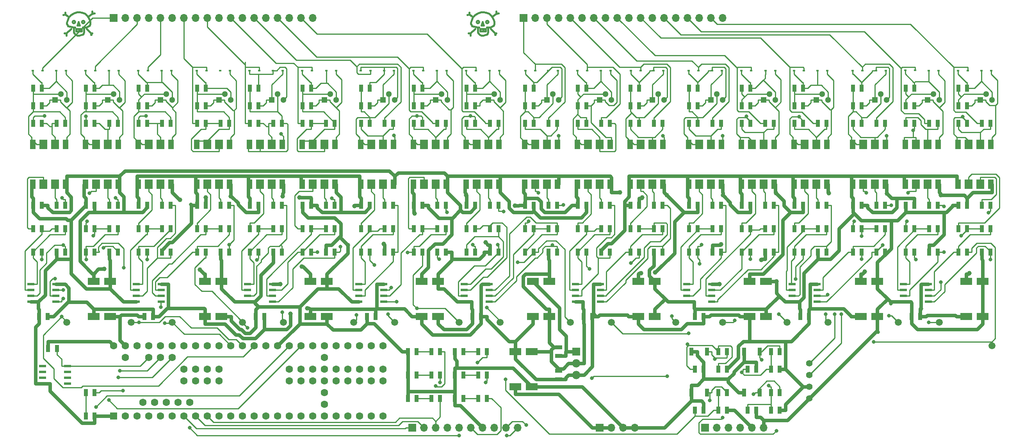
<source format=gbr>
G04 #@! TF.GenerationSoftware,KiCad,Pcbnew,(5.0.0-rc2-dev-158-g52ab6216c)*
G04 #@! TF.CreationDate,2018-03-09T12:59:15-06:00*
G04 #@! TF.ProjectId,Hybrid_bat_measure_18CH_v0.4_Teensy3.5,4879627269645F6261745F6D65617375,rev?*
G04 #@! TF.SameCoordinates,Original*
G04 #@! TF.FileFunction,Copper,L1,Top,Signal*
G04 #@! TF.FilePolarity,Positive*
%FSLAX46Y46*%
G04 Gerber Fmt 4.6, Leading zero omitted, Abs format (unit mm)*
G04 Created by KiCad (PCBNEW (5.0.0-rc2-dev-158-g52ab6216c)) date 03/09/18 12:59:15*
%MOMM*%
%LPD*%
G01*
G04 APERTURE LIST*
%ADD10C,0.381000*%
%ADD11R,0.970000X1.500000*%
%ADD12R,0.600000X0.450000*%
%ADD13C,1.600000*%
%ADD14R,1.600000X1.600000*%
%ADD15O,1.700000X1.700000*%
%ADD16R,1.700000X1.700000*%
%ADD17R,1.252000X2.000000*%
%ADD18R,1.784000X2.000000*%
%ADD19R,1.550000X0.600000*%
%ADD20R,1.300000X1.300000*%
%ADD21C,1.300000*%
%ADD22R,2.600000X1.600000*%
%ADD23R,1.500000X0.970000*%
%ADD24C,1.500000*%
%ADD25C,1.397000*%
%ADD26R,1.800000X1.800000*%
%ADD27O,1.800000X1.800000*%
%ADD28R,0.900000X1.700000*%
%ADD29C,0.800000*%
%ADD30C,1.000000*%
%ADD31C,0.250000*%
%ADD32C,0.750000*%
G04 APERTURE END LIST*
D10*
X120777000Y-26162000D02*
X120777000Y-26543000D01*
X120777000Y-26543000D02*
X120904000Y-26543000D01*
X119888000Y-25273000D02*
X120777000Y-26162000D01*
X120777000Y-26162000D02*
X121031000Y-26162000D01*
X115189000Y-22098000D02*
X114808000Y-22225000D01*
X115189000Y-22098000D02*
X115189000Y-21717000D01*
X115697000Y-22479000D02*
X115189000Y-22098000D01*
X115443000Y-26162000D02*
X115443000Y-26670000D01*
X115443000Y-26162000D02*
X115062000Y-26162000D01*
X116459000Y-25273000D02*
X115443000Y-26162000D01*
X121031000Y-21971000D02*
X121539000Y-21844000D01*
X121031000Y-21971000D02*
X121031000Y-21463000D01*
X120396000Y-22479000D02*
X121031000Y-21971000D01*
X118237000Y-25400000D02*
X118237000Y-25654000D01*
X117602000Y-25273000D02*
X118745000Y-25273000D01*
X118745000Y-25273000D02*
X118745000Y-25781000D01*
X118745000Y-25781000D02*
X117602000Y-25781000D01*
X117602000Y-25781000D02*
X117602000Y-25273000D01*
X117377981Y-23749000D02*
G75*
G03X117377981Y-23749000I-283981J0D01*
G01*
X119409981Y-23749000D02*
G75*
G03X119409981Y-23749000I-283981J0D01*
G01*
X118110000Y-23749000D02*
X118364000Y-24511000D01*
X118364000Y-24511000D02*
X117856000Y-24511000D01*
X117856000Y-24511000D02*
X118110000Y-23749000D01*
X117094000Y-26035000D02*
X117221000Y-26289000D01*
X117221000Y-26289000D02*
X117475000Y-26543000D01*
X117475000Y-26543000D02*
X117856000Y-26670000D01*
X119253000Y-24892000D02*
X119253000Y-25654000D01*
X119253000Y-25654000D02*
X119253000Y-26035000D01*
X119253000Y-26035000D02*
X119126000Y-26416000D01*
X119126000Y-26416000D02*
X118745000Y-26543000D01*
X118745000Y-26543000D02*
X118237000Y-26670000D01*
X118237000Y-26670000D02*
X117856000Y-26670000D01*
X117094000Y-26035000D02*
X117094000Y-25654000D01*
X117094000Y-25654000D02*
X117094000Y-24892000D01*
X115570000Y-24130000D02*
X115697000Y-24384000D01*
X115697000Y-24384000D02*
X115824000Y-24638000D01*
X115824000Y-24638000D02*
X116332000Y-24765000D01*
X116332000Y-24765000D02*
X116967000Y-24892000D01*
X116967000Y-24892000D02*
X117348000Y-24892000D01*
X115570000Y-24130000D02*
X115570000Y-23876000D01*
X115570000Y-23876000D02*
X115697000Y-23368000D01*
X115697000Y-23368000D02*
X115951000Y-22733000D01*
X115951000Y-22733000D02*
X116459000Y-22225000D01*
X116459000Y-22225000D02*
X117094000Y-21844000D01*
X117094000Y-21844000D02*
X117729000Y-21590000D01*
X117729000Y-21590000D02*
X118237000Y-21590000D01*
X118237000Y-21590000D02*
X118872000Y-21717000D01*
X118872000Y-21717000D02*
X119507000Y-21971000D01*
X119507000Y-21971000D02*
X120015000Y-22479000D01*
X120015000Y-22479000D02*
X120269000Y-22860000D01*
X120269000Y-22860000D02*
X120523000Y-23368000D01*
X120523000Y-23368000D02*
X120650000Y-23749000D01*
X120650000Y-23749000D02*
X120650000Y-24130000D01*
X120650000Y-24130000D02*
X120523000Y-24511000D01*
X120523000Y-24511000D02*
X120269000Y-24638000D01*
X120269000Y-24638000D02*
X119761000Y-24892000D01*
X119761000Y-24892000D02*
X119380000Y-24892000D01*
X119380000Y-24892000D02*
X118999000Y-24892000D01*
X31750000Y-24892000D02*
X31369000Y-24892000D01*
X32131000Y-24892000D02*
X31750000Y-24892000D01*
X32639000Y-24638000D02*
X32131000Y-24892000D01*
X32893000Y-24511000D02*
X32639000Y-24638000D01*
X33020000Y-24130000D02*
X32893000Y-24511000D01*
X33020000Y-23749000D02*
X33020000Y-24130000D01*
X32893000Y-23368000D02*
X33020000Y-23749000D01*
X32639000Y-22860000D02*
X32893000Y-23368000D01*
X32385000Y-22479000D02*
X32639000Y-22860000D01*
X31877000Y-21971000D02*
X32385000Y-22479000D01*
X31242000Y-21717000D02*
X31877000Y-21971000D01*
X30607000Y-21590000D02*
X31242000Y-21717000D01*
X30099000Y-21590000D02*
X30607000Y-21590000D01*
X29464000Y-21844000D02*
X30099000Y-21590000D01*
X28829000Y-22225000D02*
X29464000Y-21844000D01*
X28321000Y-22733000D02*
X28829000Y-22225000D01*
X28067000Y-23368000D02*
X28321000Y-22733000D01*
X27940000Y-23876000D02*
X28067000Y-23368000D01*
X27940000Y-24130000D02*
X27940000Y-23876000D01*
X29337000Y-24892000D02*
X29718000Y-24892000D01*
X28702000Y-24765000D02*
X29337000Y-24892000D01*
X28194000Y-24638000D02*
X28702000Y-24765000D01*
X28067000Y-24384000D02*
X28194000Y-24638000D01*
X27940000Y-24130000D02*
X28067000Y-24384000D01*
X29464000Y-25654000D02*
X29464000Y-24892000D01*
X29464000Y-26035000D02*
X29464000Y-25654000D01*
X30607000Y-26670000D02*
X30226000Y-26670000D01*
X31115000Y-26543000D02*
X30607000Y-26670000D01*
X31496000Y-26416000D02*
X31115000Y-26543000D01*
X31623000Y-26035000D02*
X31496000Y-26416000D01*
X31623000Y-25654000D02*
X31623000Y-26035000D01*
X31623000Y-24892000D02*
X31623000Y-25654000D01*
X29845000Y-26543000D02*
X30226000Y-26670000D01*
X29591000Y-26289000D02*
X29845000Y-26543000D01*
X29464000Y-26035000D02*
X29591000Y-26289000D01*
X30226000Y-24511000D02*
X30480000Y-23749000D01*
X30734000Y-24511000D02*
X30226000Y-24511000D01*
X30480000Y-23749000D02*
X30734000Y-24511000D01*
X31779981Y-23749000D02*
G75*
G03X31779981Y-23749000I-283981J0D01*
G01*
X29747981Y-23749000D02*
G75*
G03X29747981Y-23749000I-283981J0D01*
G01*
X29972000Y-25781000D02*
X29972000Y-25273000D01*
X31115000Y-25781000D02*
X29972000Y-25781000D01*
X31115000Y-25273000D02*
X31115000Y-25781000D01*
X29972000Y-25273000D02*
X31115000Y-25273000D01*
X30607000Y-25400000D02*
X30607000Y-25654000D01*
X32766000Y-22479000D02*
X33401000Y-21971000D01*
X33401000Y-21971000D02*
X33401000Y-21463000D01*
X33401000Y-21971000D02*
X33909000Y-21844000D01*
X28829000Y-25273000D02*
X27813000Y-26162000D01*
X27813000Y-26162000D02*
X27432000Y-26162000D01*
X27813000Y-26162000D02*
X27813000Y-26670000D01*
X28067000Y-22479000D02*
X27559000Y-22098000D01*
X27559000Y-22098000D02*
X27559000Y-21717000D01*
X27559000Y-22098000D02*
X27178000Y-22225000D01*
X33147000Y-26162000D02*
X33401000Y-26162000D01*
X32258000Y-25273000D02*
X33147000Y-26162000D01*
X33147000Y-26543000D02*
X33274000Y-26543000D01*
X33147000Y-26162000D02*
X33147000Y-26543000D01*
D11*
X140015000Y-87630000D03*
X141925000Y-87630000D03*
X93025000Y-87630000D03*
X94935000Y-87630000D03*
X115885000Y-87630000D03*
X117795000Y-87630000D03*
X211135000Y-87630000D03*
X213045000Y-87630000D03*
X164145000Y-87630000D03*
X166055000Y-87630000D03*
X187005000Y-87630000D03*
X188915000Y-87630000D03*
X68895000Y-87630000D03*
X70805000Y-87630000D03*
X21905000Y-87630000D03*
X23815000Y-87630000D03*
D12*
X105190000Y-34290000D03*
X103090000Y-34290000D03*
X98840000Y-34290000D03*
X96740000Y-34290000D03*
X110270000Y-34290000D03*
X108170000Y-34290000D03*
X116620000Y-34290000D03*
X114520000Y-34290000D03*
X129502000Y-34290000D03*
X127402000Y-34290000D03*
X86360000Y-34290000D03*
X84260000Y-34290000D03*
X74710000Y-34290000D03*
X72610000Y-34290000D03*
X69630000Y-34290000D03*
X67530000Y-34290000D03*
X121700000Y-34290000D03*
X119600000Y-34290000D03*
X39150000Y-34290000D03*
X37050000Y-34290000D03*
X45500000Y-34290000D03*
X43400000Y-34290000D03*
X50580000Y-34290000D03*
X48480000Y-34290000D03*
X58200000Y-34290000D03*
X56100000Y-34290000D03*
X228380000Y-34290000D03*
X226280000Y-34290000D03*
X63280000Y-34290000D03*
X61180000Y-34290000D03*
X81060000Y-34290000D03*
X78960000Y-34290000D03*
X93760000Y-34290000D03*
X91660000Y-34290000D03*
X169960000Y-34290000D03*
X167860000Y-34290000D03*
X211870000Y-34249500D03*
X209770000Y-34249500D03*
X205520000Y-34290000D03*
X203420000Y-34290000D03*
X192820000Y-34290000D03*
X190720000Y-34290000D03*
X187740000Y-34290000D03*
X185640000Y-34290000D03*
X176310000Y-34290000D03*
X174210000Y-34290000D03*
X164880000Y-34290000D03*
X162780000Y-34290000D03*
X157260000Y-34290000D03*
X155160000Y-34290000D03*
X200440000Y-34290000D03*
X198340000Y-34290000D03*
X223300000Y-34290000D03*
X221200000Y-34290000D03*
X34070000Y-34290000D03*
X31970000Y-34290000D03*
X181610000Y-34290000D03*
X179510000Y-34290000D03*
X134400000Y-34290000D03*
X132300000Y-34290000D03*
X140750000Y-34290000D03*
X138650000Y-34290000D03*
X145830000Y-34290000D03*
X143730000Y-34290000D03*
X216950000Y-34290000D03*
X214850000Y-34290000D03*
X152400000Y-34290000D03*
X150300000Y-34290000D03*
D11*
X20635000Y-73660000D03*
X22545000Y-73660000D03*
X32065000Y-73660000D03*
X33975000Y-73660000D03*
X174305000Y-73660000D03*
X176215000Y-73660000D03*
X162875000Y-73660000D03*
X164785000Y-73660000D03*
X150175000Y-73660000D03*
X152085000Y-73660000D03*
X221295000Y-73660000D03*
X223205000Y-73660000D03*
X138745000Y-73660000D03*
X140655000Y-73660000D03*
X209865000Y-73660000D03*
X211775000Y-73660000D03*
X198435000Y-73660000D03*
X200345000Y-73660000D03*
X79055000Y-73660000D03*
X80965000Y-73660000D03*
X67625000Y-73660000D03*
X69535000Y-73660000D03*
X43495000Y-73660000D03*
X45405000Y-73660000D03*
X185735000Y-73660000D03*
X187645000Y-73660000D03*
X56195000Y-73660000D03*
X58105000Y-73660000D03*
X114615000Y-73660000D03*
X116525000Y-73660000D03*
X127315000Y-73660000D03*
X129225000Y-73660000D03*
X91755000Y-73660000D03*
X93665000Y-73660000D03*
X103185000Y-73660000D03*
X105095000Y-73660000D03*
D12*
X22640000Y-34290000D03*
X20540000Y-34290000D03*
X27720000Y-34290000D03*
X25620000Y-34290000D03*
D13*
X54610000Y-106220000D03*
X52070000Y-106220000D03*
X49530000Y-106220000D03*
X46990000Y-106220000D03*
X44450000Y-106220000D03*
X53340000Y-99060000D03*
X55880000Y-99060000D03*
X58420000Y-99060000D03*
X60960000Y-99060000D03*
X76200000Y-99060000D03*
X78740000Y-99060000D03*
X81280000Y-99060000D03*
X86360000Y-99060000D03*
X88900000Y-99060000D03*
X91440000Y-99060000D03*
X93980000Y-99060000D03*
X96520000Y-99060000D03*
X96520000Y-101600000D03*
X93980000Y-101600000D03*
X91440000Y-101600000D03*
X88900000Y-101600000D03*
X86360000Y-101600000D03*
X81280000Y-101600000D03*
X78740000Y-101600000D03*
X76200000Y-101600000D03*
X60960000Y-101600000D03*
X58420000Y-101600000D03*
X55880000Y-101600000D03*
X53340000Y-101600000D03*
X50800000Y-96520000D03*
X48260000Y-96520000D03*
X45720000Y-96520000D03*
X40640000Y-96520000D03*
X38100000Y-93980000D03*
X40640000Y-93980000D03*
X43180000Y-93980000D03*
X45720000Y-93980000D03*
X48260000Y-93980000D03*
X50800000Y-93980000D03*
X53340000Y-93980000D03*
X55880000Y-93980000D03*
X58420000Y-93980000D03*
X60960000Y-93980000D03*
X63500000Y-93980000D03*
X66040000Y-93980000D03*
X68580000Y-93980000D03*
X71120000Y-93980000D03*
X73660000Y-93980000D03*
X76200000Y-93980000D03*
D14*
X38100000Y-109220000D03*
D13*
X40640000Y-109220000D03*
X43180000Y-109220000D03*
X45720000Y-109220000D03*
X48260000Y-109220000D03*
X50800000Y-109220000D03*
X53340000Y-109220000D03*
X55880000Y-109220000D03*
X58420000Y-109220000D03*
X60960000Y-109220000D03*
X63500000Y-109220000D03*
X66040000Y-109220000D03*
X68580000Y-109220000D03*
X78740000Y-93980000D03*
X81280000Y-93980000D03*
X83820000Y-93980000D03*
X86360000Y-93980000D03*
X88900000Y-93980000D03*
X91440000Y-93980000D03*
X93980000Y-93980000D03*
X96520000Y-93980000D03*
X83820000Y-96520000D03*
X83820000Y-99060000D03*
X83820000Y-101600000D03*
X83820000Y-104140000D03*
X83820000Y-106680000D03*
X96520000Y-109220000D03*
X93980000Y-109220000D03*
X91440000Y-109220000D03*
X88900000Y-109220000D03*
X71120000Y-109220000D03*
X73660000Y-109220000D03*
X76200000Y-109220000D03*
X86360000Y-109220000D03*
X83820000Y-109220000D03*
X81280000Y-109220000D03*
X78740000Y-109220000D03*
D11*
X226375000Y-73660000D03*
X228285000Y-73660000D03*
X32065000Y-63500000D03*
X33975000Y-63500000D03*
D15*
X81280000Y-22860000D03*
X78740000Y-22860000D03*
X76200000Y-22860000D03*
X73660000Y-22860000D03*
X71120000Y-22860000D03*
X68580000Y-22860000D03*
X66040000Y-22860000D03*
X63500000Y-22860000D03*
X60960000Y-22860000D03*
X58420000Y-22860000D03*
X55880000Y-22860000D03*
X53340000Y-22860000D03*
X50800000Y-22860000D03*
X48260000Y-22860000D03*
X45720000Y-22860000D03*
X43180000Y-22860000D03*
X40640000Y-22860000D03*
D16*
X38100000Y-22860000D03*
D15*
X170180000Y-22860000D03*
X167640000Y-22860000D03*
X165100000Y-22860000D03*
X162560000Y-22860000D03*
X160020000Y-22860000D03*
X157480000Y-22860000D03*
X154940000Y-22860000D03*
X152400000Y-22860000D03*
X149860000Y-22860000D03*
X147320000Y-22860000D03*
X144780000Y-22860000D03*
X142240000Y-22860000D03*
X139700000Y-22860000D03*
X137160000Y-22860000D03*
X134620000Y-22860000D03*
X132080000Y-22860000D03*
X129540000Y-22860000D03*
D16*
X127000000Y-22860000D03*
D11*
X79055000Y-41910000D03*
X80965000Y-41910000D03*
X138745000Y-63500000D03*
X140655000Y-63500000D03*
X138745000Y-41910000D03*
X140655000Y-41910000D03*
X138745000Y-38100000D03*
X140655000Y-38100000D03*
X127315000Y-63500000D03*
X129225000Y-63500000D03*
X127315000Y-41910000D03*
X129225000Y-41910000D03*
X127315000Y-38100000D03*
X129225000Y-38100000D03*
X114615000Y-63500000D03*
X116525000Y-63500000D03*
X114615000Y-41910000D03*
X116525000Y-41910000D03*
X114615000Y-38100000D03*
X116525000Y-38100000D03*
X103185000Y-41910000D03*
X105095000Y-41910000D03*
X103185000Y-38100000D03*
X105095000Y-38100000D03*
X91755000Y-63500000D03*
X93665000Y-63500000D03*
X198435000Y-41910000D03*
X200345000Y-41910000D03*
X185735000Y-63500000D03*
X187645000Y-63500000D03*
X198435000Y-63500000D03*
X200345000Y-63500000D03*
X209865000Y-38100000D03*
X211775000Y-38100000D03*
X209865000Y-41910000D03*
X211775000Y-41910000D03*
X209865000Y-63500000D03*
X211775000Y-63500000D03*
X221295000Y-38100000D03*
X223205000Y-38100000D03*
X221295000Y-41910000D03*
X223205000Y-41910000D03*
X150175000Y-38100000D03*
X152085000Y-38100000D03*
X79055000Y-38100000D03*
X80965000Y-38100000D03*
X79055000Y-63500000D03*
X80965000Y-63500000D03*
X91755000Y-38100000D03*
X93665000Y-38100000D03*
X91755000Y-41910000D03*
X93665000Y-41910000D03*
X150175000Y-41910000D03*
X152085000Y-41910000D03*
X198435000Y-38100000D03*
X200345000Y-38100000D03*
X185735000Y-41910000D03*
X187645000Y-41910000D03*
X185735000Y-38100000D03*
X187645000Y-38100000D03*
X174305000Y-63500000D03*
X176215000Y-63500000D03*
X174305000Y-41910000D03*
X176215000Y-41910000D03*
X174305000Y-38100000D03*
X176215000Y-38100000D03*
X162875000Y-63500000D03*
X164785000Y-63500000D03*
X162875000Y-41910000D03*
X164785000Y-41910000D03*
X162875000Y-38100000D03*
X164785000Y-38100000D03*
X150175000Y-63500000D03*
X152085000Y-63500000D03*
X221295000Y-63500000D03*
X223205000Y-63500000D03*
X20635000Y-38100000D03*
X22545000Y-38100000D03*
X20635000Y-41910000D03*
X22545000Y-41910000D03*
X20635000Y-63500000D03*
X22545000Y-63500000D03*
X67625000Y-63500000D03*
X69535000Y-63500000D03*
X103185000Y-63500000D03*
X105095000Y-63500000D03*
X67625000Y-41910000D03*
X69535000Y-41910000D03*
X67625000Y-38100000D03*
X69535000Y-38100000D03*
X56195000Y-63500000D03*
X58105000Y-63500000D03*
X56195000Y-41910000D03*
X58105000Y-41910000D03*
X56195000Y-38100000D03*
X58105000Y-38100000D03*
X43495000Y-63500000D03*
X45405000Y-63500000D03*
X43495000Y-41910000D03*
X45405000Y-41910000D03*
X43495000Y-38100000D03*
X45405000Y-38100000D03*
X32065000Y-41910000D03*
X33975000Y-41910000D03*
X32065000Y-38100000D03*
X33975000Y-38100000D03*
D17*
X181344000Y-58960000D03*
D18*
X179070000Y-58960000D03*
X176530000Y-58960000D03*
D17*
X174256000Y-58960000D03*
X174256000Y-50260000D03*
D18*
X176530000Y-50260000D03*
X179070000Y-50260000D03*
D17*
X181344000Y-50260000D03*
X228334000Y-58960000D03*
D18*
X226060000Y-58960000D03*
X223520000Y-58960000D03*
D17*
X221246000Y-58960000D03*
X221246000Y-50260000D03*
D18*
X223520000Y-50260000D03*
X226060000Y-50260000D03*
D17*
X228334000Y-50260000D03*
X216904000Y-58960000D03*
D18*
X214630000Y-58960000D03*
X212090000Y-58960000D03*
D17*
X209816000Y-58960000D03*
X209816000Y-50260000D03*
D18*
X212090000Y-50260000D03*
X214630000Y-50260000D03*
D17*
X216904000Y-50260000D03*
X205474000Y-58960000D03*
D18*
X203200000Y-58960000D03*
X200660000Y-58960000D03*
D17*
X198386000Y-58960000D03*
X198386000Y-50260000D03*
D18*
X200660000Y-50260000D03*
X203200000Y-50260000D03*
D17*
X205474000Y-50260000D03*
X192774000Y-58960000D03*
D18*
X190500000Y-58960000D03*
X187960000Y-58960000D03*
D17*
X185686000Y-58960000D03*
X185686000Y-50260000D03*
D18*
X187960000Y-50260000D03*
X190500000Y-50260000D03*
D17*
X192774000Y-50260000D03*
X63234000Y-58960000D03*
D18*
X60960000Y-58960000D03*
X58420000Y-58960000D03*
D17*
X56146000Y-58960000D03*
X56146000Y-50260000D03*
D18*
X58420000Y-50260000D03*
X60960000Y-50260000D03*
D17*
X63234000Y-50260000D03*
X27674000Y-58960000D03*
D18*
X25400000Y-58960000D03*
X22860000Y-58960000D03*
D17*
X20586000Y-58960000D03*
X20586000Y-50260000D03*
D18*
X22860000Y-50260000D03*
X25400000Y-50260000D03*
D17*
X27674000Y-50260000D03*
X39104000Y-58960000D03*
D18*
X36830000Y-58960000D03*
X34290000Y-58960000D03*
D17*
X32016000Y-58960000D03*
X32016000Y-50260000D03*
D18*
X34290000Y-50260000D03*
X36830000Y-50260000D03*
D17*
X39104000Y-50260000D03*
X50534000Y-58960000D03*
D18*
X48260000Y-58960000D03*
X45720000Y-58960000D03*
D17*
X43446000Y-58960000D03*
X43446000Y-50260000D03*
D18*
X45720000Y-50260000D03*
X48260000Y-50260000D03*
D17*
X50534000Y-50260000D03*
X86094000Y-58960000D03*
D18*
X83820000Y-58960000D03*
X81280000Y-58960000D03*
D17*
X79006000Y-58960000D03*
X79006000Y-50260000D03*
D18*
X81280000Y-50260000D03*
X83820000Y-50260000D03*
D17*
X86094000Y-50260000D03*
X98794000Y-58960000D03*
D18*
X96520000Y-58960000D03*
X93980000Y-58960000D03*
D17*
X91706000Y-58960000D03*
X91706000Y-50260000D03*
D18*
X93980000Y-50260000D03*
X96520000Y-50260000D03*
D17*
X98794000Y-50260000D03*
X110224000Y-58960000D03*
D18*
X107950000Y-58960000D03*
X105410000Y-58960000D03*
D17*
X103136000Y-58960000D03*
X103136000Y-50260000D03*
D18*
X105410000Y-50260000D03*
X107950000Y-50260000D03*
D17*
X110224000Y-50260000D03*
X74664000Y-58960000D03*
D18*
X72390000Y-58960000D03*
X69850000Y-58960000D03*
D17*
X67576000Y-58960000D03*
X67576000Y-50260000D03*
D18*
X69850000Y-50260000D03*
X72390000Y-50260000D03*
D17*
X74664000Y-50260000D03*
X134354000Y-58960000D03*
D18*
X132080000Y-58960000D03*
X129540000Y-58960000D03*
D17*
X127266000Y-58960000D03*
X127266000Y-50260000D03*
D18*
X129540000Y-50260000D03*
X132080000Y-50260000D03*
D17*
X134354000Y-50260000D03*
X145784000Y-58960000D03*
D18*
X143510000Y-58960000D03*
X140970000Y-58960000D03*
D17*
X138696000Y-58960000D03*
X138696000Y-50260000D03*
D18*
X140970000Y-50260000D03*
X143510000Y-50260000D03*
D17*
X145784000Y-50260000D03*
X169914000Y-58960000D03*
D18*
X167640000Y-58960000D03*
X165100000Y-58960000D03*
D17*
X162826000Y-58960000D03*
X162826000Y-50260000D03*
D18*
X165100000Y-50260000D03*
X167640000Y-50260000D03*
D17*
X169914000Y-50260000D03*
X157214000Y-58960000D03*
D18*
X154940000Y-58960000D03*
X152400000Y-58960000D03*
D17*
X150126000Y-58960000D03*
X150126000Y-50260000D03*
D18*
X152400000Y-50260000D03*
X154940000Y-50260000D03*
D17*
X157214000Y-50260000D03*
X121654000Y-58960000D03*
D18*
X119380000Y-58960000D03*
X116840000Y-58960000D03*
D17*
X114566000Y-58960000D03*
X114566000Y-50260000D03*
D18*
X116840000Y-50260000D03*
X119380000Y-50260000D03*
D17*
X121654000Y-50260000D03*
D19*
X25560000Y-80645000D03*
X25560000Y-81915000D03*
X25560000Y-83185000D03*
X25560000Y-84455000D03*
X20160000Y-84455000D03*
X20160000Y-83185000D03*
X20160000Y-81915000D03*
X20160000Y-80645000D03*
X214790000Y-80645000D03*
X214790000Y-81915000D03*
X214790000Y-83185000D03*
X214790000Y-84455000D03*
X209390000Y-84455000D03*
X209390000Y-83185000D03*
X209390000Y-81915000D03*
X209390000Y-80645000D03*
X190660000Y-80645000D03*
X190660000Y-81915000D03*
X190660000Y-83185000D03*
X190660000Y-84455000D03*
X185260000Y-84455000D03*
X185260000Y-83185000D03*
X185260000Y-81915000D03*
X185260000Y-80645000D03*
X167800000Y-80645000D03*
X167800000Y-81915000D03*
X167800000Y-83185000D03*
X167800000Y-84455000D03*
X162400000Y-84455000D03*
X162400000Y-83185000D03*
X162400000Y-81915000D03*
X162400000Y-80645000D03*
X143670000Y-80645000D03*
X143670000Y-81915000D03*
X143670000Y-83185000D03*
X143670000Y-84455000D03*
X138270000Y-84455000D03*
X138270000Y-83185000D03*
X138270000Y-81915000D03*
X138270000Y-80645000D03*
X48420000Y-80645000D03*
X48420000Y-81915000D03*
X48420000Y-83185000D03*
X48420000Y-84455000D03*
X43020000Y-84455000D03*
X43020000Y-83185000D03*
X43020000Y-81915000D03*
X43020000Y-80645000D03*
X72550000Y-80645000D03*
X72550000Y-81915000D03*
X72550000Y-83185000D03*
X72550000Y-84455000D03*
X67150000Y-84455000D03*
X67150000Y-83185000D03*
X67150000Y-81915000D03*
X67150000Y-80645000D03*
X96680000Y-80645000D03*
X96680000Y-81915000D03*
X96680000Y-83185000D03*
X96680000Y-84455000D03*
X91280000Y-84455000D03*
X91280000Y-83185000D03*
X91280000Y-81915000D03*
X91280000Y-80645000D03*
X119540000Y-80645000D03*
X119540000Y-81915000D03*
X119540000Y-83185000D03*
X119540000Y-84455000D03*
X114140000Y-84455000D03*
X114140000Y-83185000D03*
X114140000Y-81915000D03*
X114140000Y-80645000D03*
D20*
X226060000Y-40640000D03*
D21*
X228600000Y-40640000D03*
X227330000Y-39370000D03*
D20*
X25400000Y-40640000D03*
D21*
X27940000Y-40640000D03*
X26670000Y-39370000D03*
D20*
X36830000Y-40640000D03*
D21*
X39370000Y-40640000D03*
X38100000Y-39370000D03*
D20*
X48260000Y-40640000D03*
D21*
X50800000Y-40640000D03*
X49530000Y-39370000D03*
D20*
X60960000Y-40640000D03*
D21*
X63500000Y-40640000D03*
X62230000Y-39370000D03*
D20*
X72390000Y-40640000D03*
D21*
X74930000Y-40640000D03*
X73660000Y-39370000D03*
D20*
X83820000Y-40640000D03*
D21*
X86360000Y-40640000D03*
X85090000Y-39370000D03*
D20*
X96520000Y-40640000D03*
D21*
X99060000Y-40640000D03*
X97790000Y-39370000D03*
D20*
X107950000Y-40640000D03*
D21*
X110490000Y-40640000D03*
X109220000Y-39370000D03*
D20*
X119380000Y-40640000D03*
D21*
X121920000Y-40640000D03*
X120650000Y-39370000D03*
D20*
X132080000Y-40640000D03*
D21*
X134620000Y-40640000D03*
X133350000Y-39370000D03*
D20*
X143510000Y-40640000D03*
D21*
X146050000Y-40640000D03*
X144780000Y-39370000D03*
D20*
X154940000Y-40640000D03*
D21*
X157480000Y-40640000D03*
X156210000Y-39370000D03*
D20*
X167640000Y-40640000D03*
D21*
X170180000Y-40640000D03*
X168910000Y-39370000D03*
D20*
X179070000Y-40640000D03*
D21*
X181610000Y-40640000D03*
X180340000Y-39370000D03*
D20*
X190500000Y-40640000D03*
D21*
X193040000Y-40640000D03*
X191770000Y-39370000D03*
D20*
X203200000Y-40640000D03*
D21*
X205740000Y-40640000D03*
X204470000Y-39370000D03*
D20*
X214630000Y-40640000D03*
D21*
X217170000Y-40640000D03*
X215900000Y-39370000D03*
D11*
X167955000Y-63500000D03*
X169865000Y-63500000D03*
X162875000Y-45720000D03*
X164785000Y-45720000D03*
X190815000Y-45720000D03*
X192725000Y-45720000D03*
X179385000Y-68580000D03*
X181295000Y-68580000D03*
X174305000Y-68580000D03*
X176215000Y-68580000D03*
X179385000Y-63500000D03*
X181295000Y-63500000D03*
X174305000Y-45720000D03*
X176215000Y-45720000D03*
X179385000Y-45720000D03*
X181295000Y-45720000D03*
X167955000Y-73660000D03*
X169865000Y-73660000D03*
X167955000Y-68580000D03*
X169865000Y-68580000D03*
X155255000Y-68580000D03*
X157165000Y-68580000D03*
X155255000Y-73660000D03*
X157165000Y-73660000D03*
X167925000Y-45720000D03*
X169835000Y-45720000D03*
X84135000Y-73660000D03*
X86045000Y-73660000D03*
X150175000Y-68580000D03*
X152085000Y-68580000D03*
X155255000Y-63500000D03*
X157165000Y-63500000D03*
X150175000Y-45720000D03*
X152085000Y-45720000D03*
X20635000Y-45720000D03*
X22545000Y-45720000D03*
X25715000Y-45720000D03*
X27625000Y-45720000D03*
X25715000Y-63500000D03*
X27625000Y-63500000D03*
X179385000Y-73660000D03*
X181295000Y-73660000D03*
X226375000Y-68580000D03*
X228285000Y-68580000D03*
X221295000Y-68580000D03*
X223205000Y-68580000D03*
X226375000Y-63500000D03*
X228285000Y-63500000D03*
X162875000Y-68580000D03*
X164785000Y-68580000D03*
X61275000Y-73660000D03*
X63185000Y-73660000D03*
X190815000Y-68580000D03*
X192725000Y-68580000D03*
X214945000Y-68580000D03*
X216855000Y-68580000D03*
X209865000Y-68580000D03*
X211775000Y-68580000D03*
X214945000Y-63500000D03*
X216855000Y-63500000D03*
X209865000Y-45720000D03*
X211775000Y-45720000D03*
X20635000Y-68580000D03*
X22545000Y-68580000D03*
X203515000Y-73660000D03*
X205425000Y-73660000D03*
X203515000Y-68580000D03*
X205425000Y-68580000D03*
X198435000Y-68580000D03*
X200345000Y-68580000D03*
X203515000Y-63500000D03*
X205425000Y-63500000D03*
X198435000Y-45720000D03*
X200345000Y-45720000D03*
X203515000Y-45720000D03*
X205425000Y-45720000D03*
X221295000Y-45720000D03*
X223205000Y-45720000D03*
X226375000Y-45720000D03*
X228285000Y-45720000D03*
X185735000Y-68580000D03*
X187645000Y-68580000D03*
X190815000Y-63500000D03*
X192725000Y-63500000D03*
X185735000Y-45720000D03*
X187645000Y-45720000D03*
X214945000Y-45720000D03*
X216855000Y-45720000D03*
X91755000Y-45720000D03*
X93665000Y-45720000D03*
X96835000Y-63500000D03*
X98745000Y-63500000D03*
X91755000Y-68580000D03*
X93665000Y-68580000D03*
X96835000Y-68580000D03*
X98745000Y-68580000D03*
X96835000Y-73660000D03*
X98745000Y-73660000D03*
X108265000Y-45720000D03*
X110175000Y-45720000D03*
X103185000Y-45720000D03*
X105095000Y-45720000D03*
X108265000Y-63500000D03*
X110175000Y-63500000D03*
X190815000Y-73660000D03*
X192725000Y-73660000D03*
X37145000Y-63500000D03*
X39055000Y-63500000D03*
X108265000Y-73660000D03*
X110175000Y-73660000D03*
X119695000Y-45720000D03*
X121605000Y-45720000D03*
X114615000Y-45720000D03*
X116525000Y-45720000D03*
X119695000Y-63500000D03*
X121605000Y-63500000D03*
X25715000Y-68580000D03*
X27625000Y-68580000D03*
X119695000Y-68580000D03*
X121605000Y-68580000D03*
X119695000Y-73660000D03*
X121605000Y-73660000D03*
X132395000Y-45720000D03*
X134305000Y-45720000D03*
X127315000Y-45720000D03*
X129225000Y-45720000D03*
X132395000Y-63500000D03*
X134305000Y-63500000D03*
X127315000Y-68580000D03*
X129225000Y-68580000D03*
X214945000Y-73660000D03*
X216855000Y-73660000D03*
X143825000Y-45720000D03*
X145735000Y-45720000D03*
X132395000Y-73660000D03*
X134305000Y-73660000D03*
X32065000Y-68580000D03*
X33975000Y-68580000D03*
X37145000Y-45720000D03*
X39055000Y-45720000D03*
X32065000Y-45720000D03*
X33975000Y-45720000D03*
X25715000Y-73660000D03*
X27625000Y-73660000D03*
X114615000Y-68580000D03*
X116525000Y-68580000D03*
X155255000Y-45720000D03*
X157165000Y-45720000D03*
X143825000Y-73660000D03*
X145735000Y-73660000D03*
X143825000Y-68580000D03*
X145735000Y-68580000D03*
X138745000Y-68580000D03*
X140655000Y-68580000D03*
X143825000Y-63500000D03*
X145735000Y-63500000D03*
X138745000Y-45720000D03*
X140655000Y-45720000D03*
X132395000Y-68580000D03*
X134305000Y-68580000D03*
X37145000Y-68580000D03*
X39055000Y-68580000D03*
X37145000Y-73660000D03*
X39055000Y-73660000D03*
X43495000Y-45720000D03*
X45405000Y-45720000D03*
X48575000Y-45720000D03*
X50485000Y-45720000D03*
X48575000Y-63500000D03*
X50485000Y-63500000D03*
X43495000Y-68580000D03*
X45405000Y-68580000D03*
X48575000Y-68580000D03*
X50485000Y-68580000D03*
X48575000Y-73660000D03*
X50485000Y-73660000D03*
X56195000Y-45720000D03*
X58105000Y-45720000D03*
X61275000Y-45720000D03*
X63185000Y-45720000D03*
X96835000Y-45720000D03*
X98745000Y-45720000D03*
X56195000Y-68580000D03*
X58105000Y-68580000D03*
X103185000Y-68580000D03*
X105095000Y-68580000D03*
X108265000Y-68580000D03*
X110175000Y-68580000D03*
X67625000Y-45720000D03*
X69535000Y-45720000D03*
X72705000Y-45720000D03*
X74615000Y-45720000D03*
X72705000Y-63500000D03*
X74615000Y-63500000D03*
X67625000Y-68580000D03*
X69535000Y-68580000D03*
X72705000Y-68580000D03*
X74615000Y-68580000D03*
X72705000Y-73660000D03*
X74615000Y-73660000D03*
X79055000Y-45720000D03*
X80965000Y-45720000D03*
X84135000Y-45720000D03*
X86045000Y-45720000D03*
X84135000Y-63500000D03*
X86045000Y-63500000D03*
X79055000Y-68580000D03*
X80965000Y-68580000D03*
X84135000Y-68580000D03*
X86045000Y-68580000D03*
X61275000Y-63500000D03*
X63185000Y-63500000D03*
X61275000Y-68580000D03*
X63185000Y-68580000D03*
D15*
X151130000Y-111760000D03*
X148590000Y-111760000D03*
X146050000Y-111760000D03*
D16*
X143510000Y-111760000D03*
D22*
X37360000Y-87630000D03*
X33760000Y-87630000D03*
X37360000Y-80010000D03*
X33760000Y-80010000D03*
X61490000Y-87630000D03*
X57890000Y-87630000D03*
X61490000Y-80010000D03*
X57890000Y-80010000D03*
X84350000Y-87630000D03*
X80750000Y-87630000D03*
X84350000Y-80010000D03*
X80750000Y-80010000D03*
X108480000Y-87630000D03*
X104880000Y-87630000D03*
X108480000Y-80010000D03*
X104880000Y-80010000D03*
X132610000Y-87630000D03*
X129010000Y-87630000D03*
X132610000Y-80010000D03*
X129010000Y-80010000D03*
X155470000Y-87630000D03*
X151870000Y-87630000D03*
X155470000Y-80010000D03*
X151870000Y-80010000D03*
X179600000Y-87630000D03*
X176000000Y-87630000D03*
X179600000Y-80010000D03*
X176000000Y-80010000D03*
X203730000Y-87630000D03*
X200130000Y-87630000D03*
X203730000Y-80010000D03*
X200130000Y-80010000D03*
X226590000Y-87630000D03*
X222990000Y-87630000D03*
X226590000Y-80010000D03*
X222990000Y-80010000D03*
D23*
X134620000Y-94295000D03*
X134620000Y-96205000D03*
D22*
X128800000Y-102870000D03*
X125200000Y-102870000D03*
X128800000Y-95250000D03*
X125200000Y-95250000D03*
D23*
X134620000Y-99375000D03*
X134620000Y-101285000D03*
D11*
X44765000Y-87630000D03*
X46675000Y-87630000D03*
D24*
X27940000Y-88900000D03*
X41910000Y-88900000D03*
D19*
X28100000Y-98425000D03*
X28100000Y-99695000D03*
X28100000Y-100965000D03*
X28100000Y-102235000D03*
X22700000Y-102235000D03*
X22700000Y-100965000D03*
X22700000Y-99695000D03*
X22700000Y-98425000D03*
D11*
X25794800Y-94615000D03*
X23884800Y-94615000D03*
D24*
X50800000Y-88900000D03*
X66040000Y-88900000D03*
X74930000Y-88900000D03*
X90170000Y-88900000D03*
X99060000Y-88900000D03*
X113030000Y-88900000D03*
X121920000Y-88900000D03*
X137160000Y-88900000D03*
X146050000Y-88900000D03*
X160020000Y-88900000D03*
X170180000Y-88900000D03*
X184150000Y-88900000D03*
X193040000Y-88900000D03*
X208280000Y-88900000D03*
X217170000Y-88900000D03*
X228600000Y-93980000D03*
D25*
X188976000Y-97790000D03*
X188976000Y-100330000D03*
X188976000Y-102870000D03*
X188976000Y-105410000D03*
D26*
X138430000Y-95250000D03*
D27*
X138430000Y-97790000D03*
X138430000Y-100330000D03*
D11*
X101915000Y-95250000D03*
X103825000Y-95250000D03*
X103825000Y-100330000D03*
X101915000Y-100330000D03*
X101915000Y-105410000D03*
X103825000Y-105410000D03*
X113985000Y-95250000D03*
X112075000Y-95250000D03*
X112075000Y-100330000D03*
X113985000Y-100330000D03*
X113985000Y-105410000D03*
X112075000Y-105410000D03*
X106995000Y-95250000D03*
X108905000Y-95250000D03*
X108905000Y-100330000D03*
X106995000Y-100330000D03*
X106995000Y-105410000D03*
X108905000Y-105410000D03*
X119065000Y-95250000D03*
X117155000Y-95250000D03*
X117155000Y-100330000D03*
X119065000Y-100330000D03*
X119065000Y-105410000D03*
X117155000Y-105410000D03*
X166055000Y-99060000D03*
X164145000Y-99060000D03*
X164145000Y-107950000D03*
X166055000Y-107950000D03*
X177485000Y-99060000D03*
X175575000Y-99060000D03*
X175575000Y-107950000D03*
X177485000Y-107950000D03*
X169225000Y-95250000D03*
X171135000Y-95250000D03*
X169225000Y-99060000D03*
X171135000Y-99060000D03*
X169225000Y-104140000D03*
X171135000Y-104140000D03*
X171135000Y-107950000D03*
X169225000Y-107950000D03*
X182565000Y-95250000D03*
X180655000Y-95250000D03*
X182565000Y-99060000D03*
X180655000Y-99060000D03*
X182565000Y-104140000D03*
X180655000Y-104140000D03*
X180655000Y-107950000D03*
X182565000Y-107950000D03*
D28*
X163400000Y-95250000D03*
X166800000Y-95250000D03*
X166800000Y-104140000D03*
X163400000Y-104140000D03*
X174830000Y-95250000D03*
X178230000Y-95250000D03*
X178230000Y-104140000D03*
X174830000Y-104140000D03*
D16*
X166370000Y-111760000D03*
D15*
X168910000Y-111760000D03*
X171450000Y-111760000D03*
X173990000Y-111760000D03*
X176530000Y-111760000D03*
X179070000Y-111760000D03*
D11*
X33975000Y-109220000D03*
X32065000Y-109220000D03*
X32065000Y-104140000D03*
X33975000Y-104140000D03*
D16*
X102870000Y-111760000D03*
D15*
X105410000Y-111760000D03*
X107950000Y-111760000D03*
X110490000Y-111760000D03*
X113030000Y-111760000D03*
X115570000Y-111760000D03*
X118110000Y-111760000D03*
X120650000Y-111760000D03*
X123190000Y-111760000D03*
X125730000Y-111760000D03*
D29*
X206654400Y-84836000D03*
X203835000Y-90982800D03*
X54864000Y-63373000D03*
X48289500Y-85579300D03*
X63185000Y-72087100D03*
X85400900Y-61941000D03*
X87287600Y-72509800D03*
X27154000Y-83702600D03*
X35858300Y-72740900D03*
X38542200Y-61928300D03*
X25387400Y-79438000D03*
X33690900Y-70131400D03*
X27190400Y-72100400D03*
X26885700Y-61922400D03*
X133219000Y-72104500D03*
X135610000Y-63412500D03*
X218165000Y-73660000D03*
X218180000Y-63776000D03*
X121354000Y-72073500D03*
X122647000Y-64859800D03*
X110410000Y-65063400D03*
X108721000Y-75217900D03*
X99484000Y-84455000D03*
X206722000Y-63500000D03*
X204901000Y-72107300D03*
X192967000Y-82877000D03*
X200345000Y-70165100D03*
X217502000Y-80219400D03*
X221893000Y-70146900D03*
X228230000Y-75234600D03*
X227845000Y-65094900D03*
X98270600Y-81351900D03*
X101858000Y-73743700D03*
X27142600Y-81915000D03*
X32144000Y-75241400D03*
D30*
X63500000Y-61512800D03*
X74730800Y-61512800D03*
X152449000Y-78264000D03*
X152748000Y-61824200D03*
X52469600Y-62305400D03*
X36065800Y-77333000D03*
X56781300Y-77486600D03*
X217451000Y-61328800D03*
X205804000Y-60931400D03*
X147893000Y-60735300D03*
X155546000Y-78097900D03*
X181800000Y-60885600D03*
X170227000Y-61328800D03*
X201022000Y-77870400D03*
X193228000Y-60885600D03*
X78424700Y-61845300D03*
X158079000Y-61328800D03*
X78922300Y-76803700D03*
X223670000Y-78271000D03*
X58032200Y-61835500D03*
X181809000Y-80010000D03*
X114575000Y-61328800D03*
X125117000Y-63577300D03*
X96699500Y-71916400D03*
X178541000Y-75345600D03*
X169801000Y-71990400D03*
X88872200Y-72159500D03*
X103352000Y-65263700D03*
X90320700Y-63674000D03*
X118743000Y-71567700D03*
X169476000Y-80645000D03*
X80065400Y-85845600D03*
X74246100Y-80645000D03*
X76459500Y-87047500D03*
X213198000Y-85977600D03*
D29*
X74369500Y-48024600D03*
X98907000Y-48341700D03*
X103910000Y-44142600D03*
X115446000Y-44140200D03*
X134578000Y-48419000D03*
X157238000Y-48457200D03*
X170180000Y-48426400D03*
X175320000Y-44237100D03*
X186720000Y-44254800D03*
X205740000Y-48450800D03*
X211486000Y-47284800D03*
X222250000Y-44294300D03*
X23107300Y-44140100D03*
X32065000Y-44161000D03*
X45100000Y-44140100D03*
X26812200Y-87673000D03*
X22532700Y-75242900D03*
X43548600Y-88905400D03*
X40309000Y-77089600D03*
X49179500Y-89061000D03*
X45405000Y-75233700D03*
X67084700Y-90073000D03*
X39404100Y-99417100D03*
X69189100Y-75353500D03*
X74626900Y-86710100D03*
X90704100Y-87270200D03*
X82265200Y-73660000D03*
X39067400Y-100882000D03*
X103836000Y-85858400D03*
X115952000Y-72088300D03*
X118998000Y-85712800D03*
X125681000Y-75876700D03*
X141295000Y-77342500D03*
X162828000Y-91287000D03*
X150275000Y-76030000D03*
X159189000Y-87532600D03*
X165565000Y-72091600D03*
X172802000Y-88519300D03*
X165202000Y-76187300D03*
X176215000Y-75211700D03*
X182343000Y-87128500D03*
X185964000Y-79475500D03*
X192545000Y-87126200D03*
X200345000Y-75215500D03*
X206273000Y-87486100D03*
X214848000Y-88900000D03*
X212064000Y-75233500D03*
X202947000Y-93110700D03*
X32851700Y-60850300D03*
X32320900Y-67007000D03*
X97594100Y-87139600D03*
X94659500Y-76476500D03*
X130186000Y-60772700D03*
X128051000Y-66995200D03*
X201301000Y-60761600D03*
X198708000Y-66959900D03*
X210365000Y-60779700D03*
X210164000Y-67005800D03*
X107942000Y-102695000D03*
X108905000Y-101914000D03*
X117000000Y-97620400D03*
X195907000Y-87126200D03*
X194498000Y-87126200D03*
X118757000Y-101903000D03*
X162519000Y-93671200D03*
X123077000Y-101257000D03*
X174290000Y-99764700D03*
X180150000Y-102582000D03*
X168478000Y-96841400D03*
X167390000Y-105828000D03*
X178661000Y-97056700D03*
X176828000Y-104457000D03*
X40135700Y-103712000D03*
X127575200Y-111193900D03*
X141807500Y-101013200D03*
X158171300Y-100584100D03*
X170180000Y-109561400D03*
X181852900Y-112400000D03*
X37054100Y-105762400D03*
X123314200Y-113450000D03*
X112989900Y-113450000D03*
X54551900Y-111785000D03*
X34257000Y-107299000D03*
D31*
X58105000Y-68580000D02*
X61275000Y-68580000D01*
X47119700Y-83185000D02*
X48420000Y-83185000D01*
X46444600Y-82509900D02*
X47119700Y-83185000D01*
X46444600Y-79848500D02*
X46444600Y-82509900D01*
X50128600Y-76164500D02*
X46444600Y-79848500D01*
X50661600Y-76164500D02*
X50128600Y-76164500D01*
X56970800Y-69855300D02*
X50661600Y-76164500D01*
X58105000Y-69855300D02*
X56970800Y-69855300D01*
X58105000Y-68580000D02*
X58105000Y-69855300D01*
X48289500Y-84585500D02*
X48289500Y-85579300D01*
X48420000Y-84455000D02*
X48289500Y-84585500D01*
X63185000Y-72087100D02*
X63185000Y-73660000D01*
X64195300Y-63500000D02*
X63185000Y-63500000D01*
X64195300Y-71076800D02*
X64195300Y-63500000D01*
X63185000Y-72087100D02*
X64195300Y-71076800D01*
X84135000Y-68580000D02*
X80965000Y-68580000D01*
X71249700Y-83185000D02*
X72550000Y-83185000D01*
X71249700Y-79479100D02*
X71249700Y-83185000D01*
X80873500Y-69855300D02*
X71249700Y-79479100D01*
X80965000Y-69855300D02*
X80873500Y-69855300D01*
X80965000Y-68580000D02*
X80965000Y-69855300D01*
X85684600Y-62224700D02*
X85400900Y-61941000D01*
X86045000Y-62224700D02*
X85684600Y-62224700D01*
X86045000Y-63500000D02*
X86045000Y-62224700D01*
X87055300Y-73660000D02*
X86045000Y-73660000D01*
X87287600Y-73427700D02*
X87055300Y-73660000D01*
X87287600Y-72509800D02*
X87287600Y-73427700D01*
X73850300Y-84455000D02*
X72550000Y-84455000D01*
X76951900Y-81353400D02*
X73850300Y-84455000D01*
X76951900Y-77297800D02*
X76951900Y-81353400D01*
X79314400Y-74935300D02*
X76951900Y-77297800D01*
X86045000Y-74935300D02*
X79314400Y-74935300D01*
X86045000Y-73660000D02*
X86045000Y-74935300D01*
X74615000Y-72384700D02*
X74615000Y-73660000D01*
X74307800Y-72077400D02*
X74615000Y-72384700D01*
X75625300Y-63500000D02*
X74615000Y-63500000D01*
X75625300Y-70759900D02*
X75625300Y-63500000D01*
X74307800Y-72077400D02*
X75625300Y-70759900D01*
X74009100Y-72376100D02*
X74307800Y-72077400D01*
X71997500Y-72376100D02*
X74009100Y-72376100D01*
X71642800Y-72730800D02*
X71997500Y-72376100D01*
X71642800Y-73837700D02*
X71642800Y-72730800D01*
X70114400Y-75366100D02*
X71642800Y-73837700D01*
X70114400Y-75736800D02*
X70114400Y-75366100D01*
X69100700Y-76750500D02*
X70114400Y-75736800D01*
X69100700Y-82534600D02*
X69100700Y-76750500D01*
X68450300Y-83185000D02*
X69100700Y-82534600D01*
X67150000Y-83185000D02*
X68450300Y-83185000D01*
X69535000Y-68580000D02*
X72705000Y-68580000D01*
X65849700Y-81915000D02*
X67150000Y-81915000D01*
X65849700Y-73414300D02*
X65849700Y-81915000D01*
X69408700Y-69855300D02*
X65849700Y-73414300D01*
X69535000Y-69855300D02*
X69408700Y-69855300D01*
X69535000Y-68580000D02*
X69535000Y-69855300D01*
X105095000Y-68580000D02*
X108265000Y-68580000D01*
X97980300Y-83185000D02*
X96680000Y-83185000D01*
X100439000Y-80726100D02*
X97980300Y-83185000D01*
X100439000Y-73848100D02*
X100439000Y-80726100D01*
X104432000Y-69855300D02*
X100439000Y-73848100D01*
X105095000Y-69855300D02*
X104432000Y-69855300D01*
X105095000Y-68580000D02*
X105095000Y-69855300D01*
X50485000Y-74935300D02*
X50485000Y-73660000D01*
X47562600Y-74935300D02*
X50485000Y-74935300D01*
X47562600Y-72632200D02*
X47562600Y-74935300D01*
X49535800Y-70659000D02*
X47562600Y-72632200D01*
X50386800Y-70659000D02*
X49535800Y-70659000D01*
X51495300Y-69550500D02*
X50386800Y-70659000D01*
X51495300Y-63500000D02*
X51495300Y-69550500D01*
X50485000Y-63500000D02*
X51495300Y-63500000D01*
X45372600Y-77125300D02*
X47562600Y-74935300D01*
X45372600Y-82132700D02*
X45372600Y-77125300D01*
X44320300Y-83185000D02*
X45372600Y-82132700D01*
X43020000Y-83185000D02*
X44320300Y-83185000D01*
X45405000Y-68580000D02*
X48575000Y-68580000D01*
X41719700Y-81915000D02*
X43020000Y-81915000D01*
X41719700Y-73223900D02*
X41719700Y-81915000D01*
X45088300Y-69855300D02*
X41719700Y-73223900D01*
X45405000Y-69855300D02*
X45088300Y-69855300D01*
X45405000Y-68580000D02*
X45405000Y-69855300D01*
X39055000Y-73566000D02*
X39055000Y-73660000D01*
X37873700Y-72384700D02*
X39055000Y-73566000D01*
X36214500Y-72384700D02*
X37873700Y-72384700D01*
X35858300Y-72740900D02*
X36214500Y-72384700D01*
X26860300Y-83996300D02*
X27154000Y-83702600D01*
X26860300Y-84455000D02*
X26860300Y-83996300D01*
X25560000Y-84455000D02*
X26860300Y-84455000D01*
X38838600Y-62224700D02*
X38542200Y-61928300D01*
X39055000Y-62224700D02*
X38838600Y-62224700D01*
X39055000Y-63500000D02*
X39055000Y-62224700D01*
X37145000Y-68580000D02*
X33975000Y-68580000D01*
X24874100Y-79438000D02*
X25387400Y-79438000D01*
X24259700Y-80052400D02*
X24874100Y-79438000D01*
X24259700Y-83185000D02*
X24259700Y-80052400D01*
X25560000Y-83185000D02*
X24259700Y-83185000D01*
X33975000Y-69855300D02*
X33975000Y-68580000D01*
X33967000Y-69855300D02*
X33975000Y-69855300D01*
X33690900Y-70131400D02*
X33967000Y-69855300D01*
X129225000Y-68580000D02*
X132395000Y-68580000D01*
X129225000Y-69855300D02*
X129225000Y-68580000D01*
X129110000Y-69855300D02*
X129225000Y-69855300D01*
X124756000Y-74210100D02*
X129110000Y-69855300D01*
X124756000Y-79269600D02*
X124756000Y-74210100D01*
X120840000Y-83185000D02*
X124756000Y-79269600D01*
X119540000Y-83185000D02*
X120840000Y-83185000D01*
X143119000Y-78332400D02*
X143119000Y-74935400D01*
X139570000Y-81881300D02*
X143119000Y-78332400D01*
X139570000Y-83185000D02*
X139570000Y-81881300D01*
X138270000Y-83185000D02*
X139570000Y-83185000D01*
X142815000Y-74630800D02*
X143119000Y-74935400D01*
X142815000Y-72692500D02*
X142815000Y-74630800D01*
X145001000Y-70505700D02*
X142815000Y-72692500D01*
X146049000Y-70505700D02*
X145001000Y-70505700D01*
X146745000Y-69809100D02*
X146049000Y-70505700D01*
X146745000Y-63500000D02*
X146745000Y-69809100D01*
X145735000Y-63500000D02*
X146745000Y-63500000D01*
X145735000Y-74935400D02*
X143119000Y-74935400D01*
X145735000Y-73660000D02*
X145735000Y-74935400D01*
X140655000Y-69855300D02*
X140655000Y-69055100D01*
X140536000Y-69855300D02*
X140655000Y-69855300D01*
X136970000Y-73421600D02*
X140536000Y-69855300D01*
X136970000Y-81915000D02*
X136970000Y-73421600D01*
X138270000Y-81915000D02*
X136970000Y-81915000D01*
X142340000Y-69055100D02*
X140655000Y-69055100D01*
X142815000Y-68580000D02*
X142340000Y-69055100D01*
X143825000Y-68580000D02*
X142815000Y-68580000D01*
X140655000Y-68580000D02*
X140655000Y-69055100D01*
X119695000Y-68580000D02*
X119695000Y-67942300D01*
X118173000Y-67942300D02*
X119695000Y-67942300D01*
X117535000Y-68580000D02*
X118173000Y-67942300D01*
X116525000Y-68580000D02*
X117535000Y-68580000D01*
X120333000Y-67304600D02*
X119695000Y-67942300D01*
X122368000Y-67304600D02*
X120333000Y-67304600D01*
X123316000Y-68252700D02*
X122368000Y-67304600D01*
X123316000Y-74874200D02*
X123316000Y-68252700D01*
X119109000Y-79081300D02*
X123316000Y-74874200D01*
X118274000Y-79081300D02*
X119109000Y-79081300D01*
X115440000Y-81915000D02*
X118274000Y-79081300D01*
X114140000Y-81915000D02*
X115440000Y-81915000D01*
X27625000Y-62224700D02*
X27625000Y-63500000D01*
X27188000Y-62224700D02*
X27625000Y-62224700D01*
X26885700Y-61922400D02*
X27188000Y-62224700D01*
X27625000Y-72384700D02*
X27625000Y-73660000D01*
X27474700Y-72384700D02*
X27625000Y-72384700D01*
X27190400Y-72100400D02*
X27474700Y-72384700D01*
X25261900Y-72100400D02*
X27190400Y-72100400D01*
X23555400Y-73806900D02*
X25261900Y-72100400D01*
X23555400Y-76071600D02*
X23555400Y-73806900D01*
X22110700Y-77516300D02*
X23555400Y-76071600D01*
X22110700Y-82534600D02*
X22110700Y-77516300D01*
X21460300Y-83185000D02*
X22110700Y-82534600D01*
X20160000Y-83185000D02*
X21460300Y-83185000D01*
X135315000Y-63500000D02*
X134305000Y-63500000D01*
X135403000Y-63412500D02*
X135315000Y-63500000D01*
X135610000Y-63412500D02*
X135403000Y-63412500D01*
X134305000Y-72384700D02*
X133219000Y-72384700D01*
X134305000Y-73660000D02*
X134305000Y-72384700D01*
X120840000Y-84455000D02*
X119540000Y-84455000D01*
X125443000Y-79852000D02*
X120840000Y-84455000D01*
X125443000Y-79037400D02*
X125443000Y-79852000D01*
X129545000Y-74935300D02*
X125443000Y-79037400D01*
X129928000Y-74935300D02*
X129545000Y-74935300D01*
X131172000Y-73690500D02*
X129928000Y-74935300D01*
X131172000Y-72896900D02*
X131172000Y-73690500D01*
X131685000Y-72384700D02*
X131172000Y-72896900D01*
X133219000Y-72384700D02*
X131685000Y-72384700D01*
X133219000Y-72384700D02*
X133219000Y-72104500D01*
X218141000Y-63776000D02*
X218180000Y-63776000D01*
X217865000Y-63500000D02*
X218141000Y-63776000D01*
X216855000Y-63500000D02*
X217865000Y-63500000D01*
X216855000Y-73660000D02*
X218165000Y-73660000D01*
X216855000Y-75751800D02*
X216855000Y-73660000D01*
X210690000Y-81916500D02*
X216855000Y-75751800D01*
X210690000Y-83185000D02*
X210690000Y-81916500D01*
X209390000Y-83185000D02*
X210690000Y-83185000D01*
X121605000Y-64775300D02*
X121605000Y-63500000D01*
X122563000Y-64775300D02*
X121605000Y-64775300D01*
X122647000Y-64859800D02*
X122563000Y-64775300D01*
X121354000Y-72134200D02*
X121354000Y-72073500D01*
X121605000Y-72384700D02*
X121354000Y-72134200D01*
X121605000Y-73660000D02*
X121605000Y-72384700D01*
X121605000Y-73779100D02*
X121605000Y-73660000D01*
X118727000Y-76657300D02*
X121605000Y-73779100D01*
X116307000Y-76657300D02*
X118727000Y-76657300D01*
X112840000Y-80124700D02*
X116307000Y-76657300D01*
X112840000Y-83185000D02*
X112840000Y-80124700D01*
X114140000Y-83185000D02*
X112840000Y-83185000D01*
X22545000Y-69855300D02*
X22545000Y-69055100D01*
X22388500Y-69855300D02*
X22545000Y-69855300D01*
X18859700Y-73384100D02*
X22388500Y-69855300D01*
X18859700Y-81915000D02*
X18859700Y-73384100D01*
X20160000Y-81915000D02*
X18859700Y-81915000D01*
X24229600Y-69055100D02*
X22545000Y-69055100D01*
X24704700Y-68580000D02*
X24229600Y-69055100D01*
X25715000Y-68580000D02*
X24704700Y-68580000D01*
X22545000Y-68580000D02*
X22545000Y-69055100D01*
X110410000Y-65010400D02*
X110410000Y-65063400D01*
X110175000Y-64775300D02*
X110410000Y-65010400D01*
X110175000Y-63500000D02*
X110175000Y-64775300D01*
X108438000Y-74935300D02*
X108721000Y-75217900D01*
X108265000Y-74935300D02*
X108438000Y-74935300D01*
X108265000Y-73660000D02*
X108265000Y-74935300D01*
X96680000Y-84455000D02*
X99484000Y-84455000D01*
X192725000Y-73660000D02*
X192725000Y-72384600D01*
X193735000Y-63500000D02*
X192725000Y-63500000D01*
X193735000Y-71374300D02*
X193735000Y-63500000D01*
X192725000Y-72384600D02*
X193735000Y-71374300D01*
X190078000Y-72384600D02*
X192725000Y-72384600D01*
X189306000Y-73156700D02*
X190078000Y-72384600D01*
X189306000Y-74457300D02*
X189306000Y-73156700D01*
X186890000Y-76873200D02*
X189306000Y-74457300D01*
X186890000Y-82855600D02*
X186890000Y-76873200D01*
X186560000Y-83185000D02*
X186890000Y-82855600D01*
X185260000Y-83185000D02*
X186560000Y-83185000D01*
X99755300Y-63500000D02*
X98745000Y-63500000D01*
X99755300Y-73660000D02*
X99755300Y-63500000D01*
X98745000Y-73660000D02*
X99755300Y-73660000D01*
X98745000Y-75687500D02*
X98745000Y-73660000D01*
X92580300Y-81852200D02*
X98745000Y-75687500D01*
X92580300Y-83185000D02*
X92580300Y-81852200D01*
X91280000Y-83185000D02*
X92580300Y-83185000D01*
X93665000Y-68580000D02*
X93665000Y-69055100D01*
X95349600Y-69055100D02*
X93665000Y-69055100D01*
X95824700Y-68580000D02*
X95349600Y-69055100D01*
X96835000Y-68580000D02*
X95824700Y-68580000D01*
X89979700Y-72740400D02*
X93665000Y-69055100D01*
X89979700Y-81915000D02*
X89979700Y-72740400D01*
X91280000Y-81915000D02*
X89979700Y-81915000D01*
X187645000Y-69048100D02*
X187645000Y-68580000D01*
X184150000Y-72543000D02*
X187645000Y-69048100D01*
X184150000Y-77622100D02*
X184150000Y-72543000D01*
X183960000Y-77812500D02*
X184150000Y-77622100D01*
X183960000Y-81915000D02*
X183960000Y-77812500D01*
X185260000Y-81915000D02*
X183960000Y-81915000D01*
X187645000Y-68580000D02*
X190815000Y-68580000D01*
X203515000Y-73493200D02*
X203515000Y-73660000D01*
X204901000Y-72107300D02*
X203515000Y-73493200D01*
X205425000Y-63500000D02*
X206722000Y-63500000D01*
X202505000Y-73660000D02*
X203515000Y-73660000D01*
X202505000Y-74647600D02*
X202505000Y-73660000D01*
X192697000Y-84455000D02*
X202505000Y-74647600D01*
X190660000Y-84455000D02*
X192697000Y-84455000D01*
X200345000Y-68580000D02*
X203515000Y-68580000D01*
X192659000Y-83185000D02*
X192967000Y-82877000D01*
X190660000Y-83185000D02*
X192659000Y-83185000D01*
X200345000Y-70165100D02*
X200345000Y-68580000D01*
X211775000Y-68580000D02*
X214945000Y-68580000D01*
X211775000Y-68834700D02*
X211775000Y-68580000D01*
X208090000Y-72520000D02*
X211775000Y-68834700D01*
X208090000Y-81915000D02*
X208090000Y-72520000D01*
X209390000Y-81915000D02*
X208090000Y-81915000D01*
X164785000Y-68580000D02*
X167955000Y-68580000D01*
X164785000Y-68834700D02*
X164785000Y-68580000D01*
X161100000Y-72520000D02*
X164785000Y-68834700D01*
X161100000Y-81915000D02*
X161100000Y-72520000D01*
X162400000Y-81915000D02*
X161100000Y-81915000D01*
X223205000Y-68580000D02*
X226375000Y-68580000D01*
X223205000Y-68834700D02*
X223205000Y-68580000D01*
X221893000Y-70146900D02*
X223205000Y-68834700D01*
X217502000Y-81773700D02*
X217502000Y-80219400D01*
X216090000Y-83185000D02*
X217502000Y-81773700D01*
X214790000Y-83185000D02*
X216090000Y-83185000D01*
X182305000Y-73660000D02*
X181295000Y-73660000D01*
X182305000Y-63500000D02*
X182305000Y-73660000D01*
X181295000Y-63500000D02*
X182305000Y-63500000D01*
X181295000Y-74575700D02*
X181295000Y-73660000D01*
X178430000Y-77441000D02*
X181295000Y-74575700D01*
X175652000Y-77441000D02*
X178430000Y-77441000D01*
X169100000Y-83992200D02*
X175652000Y-77441000D01*
X169100000Y-84455000D02*
X169100000Y-83992200D01*
X167800000Y-84455000D02*
X169100000Y-84455000D01*
X157165000Y-73660000D02*
X157165000Y-72384700D01*
X154490000Y-72384700D02*
X157165000Y-72384700D01*
X153888000Y-72986800D02*
X154490000Y-72384700D01*
X153888000Y-75053100D02*
X153888000Y-72986800D01*
X149200000Y-79741400D02*
X153888000Y-75053100D01*
X149200000Y-80225600D02*
X149200000Y-79741400D01*
X144970000Y-84455000D02*
X149200000Y-80225600D01*
X143670000Y-84455000D02*
X144970000Y-84455000D01*
X158175000Y-63500000D02*
X157165000Y-63500000D01*
X158826000Y-64150300D02*
X158175000Y-63500000D01*
X158826000Y-70724100D02*
X158826000Y-64150300D01*
X157165000Y-72384700D02*
X158826000Y-70724100D01*
X152085000Y-68580000D02*
X155255000Y-68580000D01*
X144970000Y-83185000D02*
X143670000Y-83185000D01*
X144970000Y-82975800D02*
X144970000Y-83185000D01*
X153166000Y-74779600D02*
X144970000Y-82975800D01*
X153166000Y-72708600D02*
X153166000Y-74779600D01*
X154525000Y-71350000D02*
X153166000Y-72708600D01*
X156649000Y-71350000D02*
X154525000Y-71350000D01*
X158175000Y-69824000D02*
X156649000Y-71350000D01*
X158175000Y-67609200D02*
X158175000Y-69824000D01*
X157871000Y-67304700D02*
X158175000Y-67609200D01*
X155255000Y-67304700D02*
X157871000Y-67304700D01*
X155255000Y-68580000D02*
X155255000Y-67304700D01*
X163700000Y-83185000D02*
X162400000Y-83185000D01*
X165334000Y-81551100D02*
X163700000Y-83185000D01*
X165334000Y-79466100D02*
X165334000Y-81551100D01*
X169865000Y-74935300D02*
X165334000Y-79466100D01*
X169865000Y-73660000D02*
X169865000Y-74935300D01*
X170875000Y-73660000D02*
X169865000Y-73660000D01*
X170875000Y-63500000D02*
X170875000Y-73660000D01*
X169865000Y-63500000D02*
X170875000Y-63500000D01*
X176215000Y-69855300D02*
X176215000Y-68817500D01*
X176112000Y-69855300D02*
X176215000Y-69855300D01*
X166500000Y-79467200D02*
X176112000Y-69855300D01*
X166500000Y-83185000D02*
X166500000Y-79467200D01*
X167800000Y-83185000D02*
X166500000Y-83185000D01*
X178137000Y-68817500D02*
X176215000Y-68817500D01*
X178375000Y-68580000D02*
X178137000Y-68817500D01*
X179385000Y-68580000D02*
X178375000Y-68580000D01*
X176215000Y-68580000D02*
X176215000Y-68817500D01*
X228164000Y-64775300D02*
X227845000Y-65094900D01*
X228285000Y-64775300D02*
X228164000Y-64775300D01*
X228285000Y-63500000D02*
X228285000Y-64775300D01*
X228230000Y-73514300D02*
X228230000Y-73660000D01*
X227100000Y-72384600D02*
X228230000Y-73514300D01*
X225604000Y-72384600D02*
X227100000Y-72384600D01*
X225216000Y-72773000D02*
X225604000Y-72384600D01*
X225216000Y-73836600D02*
X225216000Y-72773000D01*
X218349000Y-80702900D02*
X225216000Y-73836600D01*
X218349000Y-82196000D02*
X218349000Y-80702900D01*
X216090000Y-84455000D02*
X218349000Y-82196000D01*
X214790000Y-84455000D02*
X216090000Y-84455000D01*
X228285000Y-73660000D02*
X228230000Y-73660000D01*
X228230000Y-73660000D02*
X228230000Y-75234600D01*
X97980300Y-81642200D02*
X98270600Y-81351900D01*
X97980300Y-81915000D02*
X97980300Y-81642200D01*
X96680000Y-81915000D02*
X97980300Y-81915000D01*
X101942000Y-73660000D02*
X103185000Y-73660000D01*
X101858000Y-73743700D02*
X101942000Y-73660000D01*
X110175000Y-69855300D02*
X110175000Y-68580000D01*
X106912000Y-69855300D02*
X110175000Y-69855300D01*
X104383000Y-72384700D02*
X106912000Y-69855300D01*
X103185000Y-72384700D02*
X104383000Y-72384700D01*
X103185000Y-73660000D02*
X103185000Y-72384700D01*
X91755000Y-72384700D02*
X91755000Y-73660000D01*
X94284400Y-69855300D02*
X91755000Y-72384700D01*
X98745000Y-69855300D02*
X94284400Y-69855300D01*
X98745000Y-68580000D02*
X98745000Y-69855300D01*
X92580300Y-80645000D02*
X91280000Y-80645000D01*
X92580300Y-75760600D02*
X92580300Y-80645000D01*
X91755000Y-74935300D02*
X92580300Y-75760600D01*
X91755000Y-73660000D02*
X91755000Y-74935300D01*
X134305000Y-67304700D02*
X134305000Y-68580000D01*
X129728000Y-67304700D02*
X134305000Y-67304700D01*
X128427000Y-66004100D02*
X129728000Y-67304700D01*
X127639000Y-66004100D02*
X128427000Y-66004100D01*
X123967000Y-69676200D02*
X127639000Y-66004100D01*
X123967000Y-78788700D02*
X123967000Y-69676200D01*
X120840000Y-81915000D02*
X123967000Y-78788700D01*
X119540000Y-81915000D02*
X120840000Y-81915000D01*
X127315000Y-73539700D02*
X127315000Y-73660000D01*
X130999000Y-69855300D02*
X127315000Y-73539700D01*
X134305000Y-69855300D02*
X130999000Y-69855300D01*
X134305000Y-68580000D02*
X134305000Y-69855300D01*
X121534000Y-69925900D02*
X121534000Y-70296000D01*
X121605000Y-69855300D02*
X121534000Y-69925900D01*
X121605000Y-68580000D02*
X121605000Y-69855300D01*
X115440000Y-80645000D02*
X114140000Y-80645000D01*
X118778000Y-77307700D02*
X115440000Y-80645000D01*
X119946000Y-77307700D02*
X118778000Y-77307700D01*
X122615000Y-74638700D02*
X119946000Y-77307700D01*
X122615000Y-71376900D02*
X122615000Y-74638700D01*
X121534000Y-70296000D02*
X122615000Y-71376900D01*
X114615000Y-72054800D02*
X114615000Y-73660000D01*
X116374000Y-70296000D02*
X114615000Y-72054800D01*
X121534000Y-70296000D02*
X116374000Y-70296000D01*
X63185000Y-69855300D02*
X63185000Y-68580000D01*
X60655600Y-72384700D02*
X63185000Y-69855300D01*
X56195000Y-72384700D02*
X60655600Y-72384700D01*
X56195000Y-73660000D02*
X56195000Y-72384700D01*
X47119700Y-81915000D02*
X48420000Y-81915000D01*
X47119700Y-80094300D02*
X47119700Y-81915000D01*
X48079700Y-79134300D02*
X47119700Y-80094300D01*
X49710400Y-79134300D02*
X48079700Y-79134300D01*
X55184700Y-73660000D02*
X49710400Y-79134300D01*
X56195000Y-73660000D02*
X55184700Y-73660000D01*
X185735000Y-72384700D02*
X185735000Y-73660000D01*
X188264000Y-69855300D02*
X185735000Y-72384700D01*
X192725000Y-69855300D02*
X188264000Y-69855300D01*
X192725000Y-68580000D02*
X192725000Y-69855300D01*
X185039000Y-80424000D02*
X185260000Y-80645000D01*
X185039000Y-75631300D02*
X185039000Y-80424000D01*
X185735000Y-74935300D02*
X185039000Y-75631300D01*
X185735000Y-73660000D02*
X185735000Y-74935300D01*
X67625000Y-73538900D02*
X67625000Y-73660000D01*
X71308600Y-69855300D02*
X67625000Y-73538900D01*
X74615000Y-69855300D02*
X71308600Y-69855300D01*
X74615000Y-68580000D02*
X74615000Y-69855300D01*
X68450300Y-80645000D02*
X67150000Y-80645000D01*
X68450300Y-75923200D02*
X68450300Y-80645000D01*
X67625000Y-75097900D02*
X68450300Y-75923200D01*
X67625000Y-73660000D02*
X67625000Y-75097900D01*
X50485000Y-68712200D02*
X50485000Y-68580000D01*
X46812500Y-72384700D02*
X50485000Y-68712200D01*
X43495000Y-72384700D02*
X46812500Y-72384700D01*
X43495000Y-73660000D02*
X43495000Y-72384700D01*
X44320300Y-80645000D02*
X43020000Y-80645000D01*
X44320300Y-75760600D02*
X44320300Y-80645000D01*
X43495000Y-74935300D02*
X44320300Y-75760600D01*
X43495000Y-73660000D02*
X43495000Y-74935300D01*
X79055000Y-73571900D02*
X79055000Y-73660000D01*
X82771600Y-69855300D02*
X79055000Y-73571900D01*
X86045000Y-69855300D02*
X82771600Y-69855300D01*
X86045000Y-68580000D02*
X86045000Y-69855300D01*
X74461400Y-81915000D02*
X72550000Y-81915000D01*
X75816400Y-80560000D02*
X74461400Y-81915000D01*
X75816400Y-75888300D02*
X75816400Y-80560000D01*
X78044700Y-73660000D02*
X75816400Y-75888300D01*
X79055000Y-73660000D02*
X78044700Y-73660000D01*
X198435000Y-72384700D02*
X198435000Y-73660000D01*
X202896000Y-72384700D02*
X198435000Y-72384700D01*
X205425000Y-69855300D02*
X202896000Y-72384700D01*
X205425000Y-68580000D02*
X205425000Y-69855300D01*
X191960000Y-81915000D02*
X190660000Y-81915000D01*
X191960000Y-79124400D02*
X191960000Y-81915000D01*
X197425000Y-73660000D02*
X191960000Y-79124400D01*
X198435000Y-73660000D02*
X197425000Y-73660000D01*
X216855000Y-69855300D02*
X216855000Y-68580000D01*
X212394000Y-69855300D02*
X216855000Y-69855300D01*
X209865000Y-72384700D02*
X212394000Y-69855300D01*
X209865000Y-73660000D02*
X209865000Y-72384700D01*
X210690000Y-80645000D02*
X209390000Y-80645000D01*
X210690000Y-75760600D02*
X210690000Y-80645000D01*
X209865000Y-74935300D02*
X210690000Y-75760600D01*
X209865000Y-73660000D02*
X209865000Y-74935300D01*
X138745000Y-73537100D02*
X138745000Y-73660000D01*
X142427000Y-69855300D02*
X138745000Y-73537100D01*
X145735000Y-69855300D02*
X142427000Y-69855300D01*
X145735000Y-68580000D02*
X145735000Y-69855300D01*
X139570000Y-80645000D02*
X138270000Y-80645000D01*
X139570000Y-75760600D02*
X139570000Y-80645000D01*
X138745000Y-74935300D02*
X139570000Y-75760600D01*
X138745000Y-73660000D02*
X138745000Y-74935300D01*
X216090000Y-81915000D02*
X214790000Y-81915000D01*
X216090000Y-77854400D02*
X216090000Y-81915000D01*
X220285000Y-73660000D02*
X216090000Y-77854400D01*
X221295000Y-73660000D02*
X220285000Y-73660000D01*
X228285000Y-69855300D02*
X228285000Y-68580000D01*
X223824000Y-69855300D02*
X228285000Y-69855300D01*
X221295000Y-72384700D02*
X223824000Y-69855300D01*
X221295000Y-73660000D02*
X221295000Y-72384700D01*
X157165000Y-69855300D02*
X157165000Y-68580000D01*
X152704000Y-69855300D02*
X157165000Y-69855300D01*
X150175000Y-72384700D02*
X152704000Y-69855300D01*
X150175000Y-73660000D02*
X150175000Y-72384700D01*
X149165000Y-73660000D02*
X150175000Y-73660000D01*
X144970000Y-77854400D02*
X149165000Y-73660000D01*
X144970000Y-81915000D02*
X144970000Y-77854400D01*
X143670000Y-81915000D02*
X144970000Y-81915000D01*
X169865000Y-69855300D02*
X169865000Y-68580000D01*
X165404000Y-69855300D02*
X169865000Y-69855300D01*
X162875000Y-72384700D02*
X165404000Y-69855300D01*
X162875000Y-73660000D02*
X162875000Y-72384700D01*
X163700000Y-80645000D02*
X162400000Y-80645000D01*
X163700000Y-75760600D02*
X163700000Y-80645000D01*
X162875000Y-74935300D02*
X163700000Y-75760600D01*
X162875000Y-73660000D02*
X162875000Y-74935300D01*
X174305000Y-77301800D02*
X174305000Y-73660000D01*
X169692000Y-81915000D02*
X174305000Y-77301800D01*
X167800000Y-81915000D02*
X169692000Y-81915000D01*
X181295000Y-69855300D02*
X181295000Y-68580000D01*
X178020000Y-69855300D02*
X181295000Y-69855300D01*
X174305000Y-73570800D02*
X178020000Y-69855300D01*
X174305000Y-73660000D02*
X174305000Y-73570800D01*
X32065000Y-75162400D02*
X32065000Y-73660000D01*
X32144000Y-75241400D02*
X32065000Y-75162400D01*
X25560000Y-81915000D02*
X27142600Y-81915000D01*
X32065000Y-72384700D02*
X32065000Y-73660000D01*
X33683400Y-72384700D02*
X32065000Y-72384700D01*
X36212800Y-69855300D02*
X33683400Y-72384700D01*
X39055000Y-69855300D02*
X36212800Y-69855300D01*
X39055000Y-68580000D02*
X39055000Y-69855300D01*
X20635000Y-73538400D02*
X20635000Y-73660000D01*
X24318100Y-69855300D02*
X20635000Y-73538400D01*
X27625000Y-69855300D02*
X24318100Y-69855300D01*
X27625000Y-68580000D02*
X27625000Y-69855300D01*
X21460300Y-80645000D02*
X20160000Y-80645000D01*
X21460300Y-75760600D02*
X21460300Y-80645000D01*
X20635000Y-74935300D02*
X21460300Y-75760600D01*
X20635000Y-73660000D02*
X20635000Y-74935300D01*
D32*
X99060000Y-58960000D02*
X99060000Y-57184700D01*
X33975000Y-63500000D02*
X33975000Y-65025300D01*
X110490000Y-58960000D02*
X110490000Y-57184700D01*
X223205000Y-63500000D02*
X223205000Y-61974700D01*
X228600000Y-60735300D02*
X228600000Y-58960000D01*
X224444000Y-60735300D02*
X228600000Y-60735300D01*
X223205000Y-61974700D02*
X224444000Y-60735300D01*
X152597000Y-61974700D02*
X152748000Y-61824200D01*
X152085000Y-61974700D02*
X152597000Y-61974700D01*
X152085000Y-63500000D02*
X152085000Y-61974700D01*
X145762000Y-57184700D02*
X134620000Y-57184700D01*
X146050000Y-57472300D02*
X145762000Y-57184700D01*
X146050000Y-58960000D02*
X146050000Y-57472300D01*
X99779700Y-56465000D02*
X99060000Y-57184700D01*
X109770000Y-56465000D02*
X99779700Y-56465000D01*
X110490000Y-57184700D02*
X109770000Y-56465000D01*
X129225000Y-63500000D02*
X129225000Y-64746800D01*
X130666000Y-66187300D02*
X129225000Y-64746800D01*
X139493000Y-66187300D02*
X130666000Y-66187300D01*
X140655000Y-65025300D02*
X139493000Y-66187300D01*
X140655000Y-63500000D02*
X140655000Y-65025300D01*
X33760000Y-80010000D02*
X33760000Y-78389000D01*
X34816000Y-77333000D02*
X36065800Y-77333000D01*
X33760000Y-78389000D02*
X34816000Y-77333000D01*
X52370100Y-62305400D02*
X52469600Y-62305400D01*
X50800000Y-60735300D02*
X52370100Y-62305400D01*
X50800000Y-58960000D02*
X50800000Y-60735300D01*
X37209700Y-93089700D02*
X38100000Y-93980000D01*
X23884800Y-93089700D02*
X37209700Y-93089700D01*
X23884800Y-94615000D02*
X23884800Y-93089700D01*
X57890000Y-78434700D02*
X57890000Y-80010000D01*
X57729400Y-78434700D02*
X57890000Y-78434700D01*
X56781300Y-77486600D02*
X57729400Y-78434700D01*
X222559000Y-61328800D02*
X223205000Y-61974700D01*
X217451000Y-61328800D02*
X222559000Y-61328800D01*
X217170000Y-60735300D02*
X217170000Y-58960000D01*
X217451000Y-61016300D02*
X217170000Y-60735300D01*
X217451000Y-61328800D02*
X217451000Y-61016300D01*
X205740000Y-60735300D02*
X205740000Y-58960000D01*
X205804000Y-60798900D02*
X205740000Y-60735300D01*
X205804000Y-60931400D02*
X205804000Y-60798900D01*
X201605000Y-63500000D02*
X200345000Y-63500000D01*
X201605000Y-63972600D02*
X201605000Y-63500000D01*
X202658000Y-65025400D02*
X201605000Y-63972600D01*
X206893000Y-65025400D02*
X202658000Y-65025400D01*
X207901000Y-64017200D02*
X206893000Y-65025400D01*
X207901000Y-61974700D02*
X207901000Y-64017200D01*
X211775000Y-61974700D02*
X207901000Y-61974700D01*
X211775000Y-63500000D02*
X211775000Y-61974700D01*
X206847000Y-61974700D02*
X205804000Y-60931400D01*
X207901000Y-61974700D02*
X206847000Y-61974700D01*
X138430000Y-95250000D02*
X136178000Y-95250000D01*
X136145000Y-95282300D02*
X136178000Y-95250000D01*
X136145000Y-96205000D02*
X136145000Y-95282300D01*
X134620000Y-96205000D02*
X136145000Y-96205000D01*
X134737000Y-85737200D02*
X129010000Y-80010000D01*
X134737000Y-90425800D02*
X134737000Y-85737200D01*
X136178000Y-91866200D02*
X134737000Y-90425800D01*
X136178000Y-95250000D02*
X136178000Y-91866200D01*
X111441000Y-69872800D02*
X111441000Y-66258000D01*
X109462000Y-71851900D02*
X111441000Y-69872800D01*
X107728000Y-71851900D02*
X109462000Y-71851900D01*
X106355000Y-73224000D02*
X107728000Y-71851900D01*
X106355000Y-76959300D02*
X106355000Y-73224000D01*
X104880000Y-78434700D02*
X106355000Y-76959300D01*
X104880000Y-80010000D02*
X104880000Y-78434700D01*
X106355000Y-63500000D02*
X105095000Y-63500000D01*
X106355000Y-63972600D02*
X106355000Y-63500000D01*
X108641000Y-66258000D02*
X106355000Y-63972600D01*
X111441000Y-66258000D02*
X108641000Y-66258000D01*
X111590000Y-66258000D02*
X111441000Y-66258000D01*
X113289000Y-64559300D02*
X111590000Y-66258000D01*
X113755000Y-65025300D02*
X113289000Y-64559300D01*
X115442000Y-65025300D02*
X113755000Y-65025300D01*
X116525000Y-63942300D02*
X115442000Y-65025300D01*
X116525000Y-63500000D02*
X116525000Y-63942300D01*
X110490000Y-60735300D02*
X110490000Y-58960000D01*
X113289000Y-63534000D02*
X110490000Y-60735300D01*
X113289000Y-64559300D02*
X113289000Y-63534000D01*
X146050000Y-60735300D02*
X146050000Y-58960000D01*
X147893000Y-60735300D02*
X146050000Y-60735300D01*
X128946000Y-65025300D02*
X129225000Y-64746800D01*
X124761000Y-65025300D02*
X128946000Y-65025300D01*
X123842000Y-64105500D02*
X124761000Y-65025300D01*
X123842000Y-62656900D02*
X123842000Y-64105500D01*
X121920000Y-60735300D02*
X123842000Y-62656900D01*
X121920000Y-58960000D02*
X121920000Y-60735300D01*
X152041000Y-78264000D02*
X152449000Y-78264000D01*
X151870000Y-78434700D02*
X152041000Y-78264000D01*
X151870000Y-80010000D02*
X151870000Y-78434700D01*
X181650000Y-60735300D02*
X181800000Y-60885600D01*
X181610000Y-60735300D02*
X181650000Y-60735300D01*
X181610000Y-58960000D02*
X181610000Y-60735300D01*
X183494000Y-62579800D02*
X181800000Y-60885600D01*
X183494000Y-63606100D02*
X183494000Y-62579800D01*
X184913000Y-65025300D02*
X183494000Y-63606100D01*
X183235000Y-66703500D02*
X184913000Y-65025300D01*
X183235000Y-74129900D02*
X183235000Y-66703500D01*
X178930000Y-78434700D02*
X183235000Y-74129900D01*
X176000000Y-78434700D02*
X178930000Y-78434700D01*
X176000000Y-80010000D02*
X176000000Y-78434700D01*
X187645000Y-65025300D02*
X187645000Y-63500000D01*
X184913000Y-65025300D02*
X187645000Y-65025300D01*
X176215000Y-65025300D02*
X176215000Y-63500000D01*
X173483000Y-65025300D02*
X176215000Y-65025300D01*
X171776000Y-63317800D02*
X173483000Y-65025300D01*
X171776000Y-62877900D02*
X171776000Y-63317800D01*
X170227000Y-61328800D02*
X171776000Y-62877900D01*
X170227000Y-60781900D02*
X170227000Y-61328800D01*
X170180000Y-60735300D02*
X170227000Y-60781900D01*
X170180000Y-58960000D02*
X170180000Y-60735300D01*
X200130000Y-78434700D02*
X200130000Y-80010000D01*
X200457000Y-78434700D02*
X200130000Y-78434700D01*
X201022000Y-77870400D02*
X200457000Y-78434700D01*
X86360000Y-60735300D02*
X86360000Y-58960000D01*
X87339900Y-61715200D02*
X86360000Y-60735300D01*
X87339900Y-65025400D02*
X87339900Y-61715200D01*
X83278100Y-65025400D02*
X87339900Y-65025400D01*
X82225300Y-63972600D02*
X83278100Y-65025400D01*
X82225300Y-63500000D02*
X82225300Y-63972600D01*
X80965000Y-63500000D02*
X82225300Y-63500000D01*
X93665000Y-63947900D02*
X93665000Y-63500000D01*
X92587500Y-65025400D02*
X93665000Y-63947900D01*
X87339900Y-65025400D02*
X92587500Y-65025400D01*
X193078000Y-60735300D02*
X193228000Y-60885600D01*
X193040000Y-60735300D02*
X193078000Y-60735300D01*
X193040000Y-58960000D02*
X193040000Y-60735300D01*
X159726000Y-73918300D02*
X155546000Y-78097900D01*
X159726000Y-67074800D02*
X159726000Y-73918300D01*
X161776000Y-65025300D02*
X159726000Y-67074800D01*
X164785000Y-65025300D02*
X161776000Y-65025300D01*
X164785000Y-63500000D02*
X164785000Y-65025300D01*
X161776000Y-65025300D02*
X158079000Y-61328800D01*
X157480000Y-60735300D02*
X157480000Y-58960000D01*
X157486000Y-60735300D02*
X157480000Y-60735300D01*
X158079000Y-61328800D02*
X157486000Y-60735300D01*
X74730800Y-60934500D02*
X74730800Y-61512800D01*
X74930000Y-60735300D02*
X74730800Y-60934500D01*
X74930000Y-58960000D02*
X74930000Y-60735300D01*
X63500000Y-58960000D02*
X63500000Y-61512800D01*
X69535000Y-65025300D02*
X69535000Y-63500000D01*
X66803200Y-65025300D02*
X69535000Y-65025300D01*
X65095700Y-63317800D02*
X66803200Y-65025300D01*
X65095700Y-63034000D02*
X65095700Y-63317800D01*
X63574500Y-61512800D02*
X65095700Y-63034000D01*
X63500000Y-61512800D02*
X63574500Y-61512800D01*
X222990000Y-78434700D02*
X222990000Y-80010000D01*
X223507000Y-78434700D02*
X222990000Y-78434700D01*
X223670000Y-78271000D02*
X223507000Y-78434700D01*
X58105000Y-61908300D02*
X58032200Y-61835500D01*
X58105000Y-63500000D02*
X58105000Y-61908300D01*
X80835600Y-61845300D02*
X78424700Y-61845300D01*
X80965000Y-61974700D02*
X80835600Y-61845300D01*
X80965000Y-63500000D02*
X80965000Y-61974700D01*
X78922300Y-76803800D02*
X78922300Y-76803700D01*
X79119100Y-76803800D02*
X78922300Y-76803800D01*
X80750000Y-78434700D02*
X79119100Y-76803800D01*
X80750000Y-80010000D02*
X80750000Y-78434700D01*
X23805300Y-63500000D02*
X22545000Y-63500000D01*
X23805300Y-63972600D02*
X23805300Y-63500000D01*
X24858000Y-65025300D02*
X23805300Y-63972600D01*
X28488800Y-65025300D02*
X24858000Y-65025300D01*
X28895500Y-64618600D02*
X28488800Y-65025300D01*
X28895500Y-61690800D02*
X28895500Y-64618600D01*
X27940000Y-60735300D02*
X28895500Y-61690800D01*
X27940000Y-58960000D02*
X27940000Y-60735300D01*
X27940000Y-57184700D02*
X27940000Y-58960000D01*
X39370000Y-57184700D02*
X27940000Y-57184700D01*
X40529700Y-56025000D02*
X39370000Y-57184700D01*
X97900300Y-56025000D02*
X40529700Y-56025000D01*
X99060000Y-57184700D02*
X97900300Y-56025000D01*
X32638900Y-65025300D02*
X33975000Y-65025300D01*
X30785200Y-66879000D02*
X32638900Y-65025300D01*
X30785200Y-75648600D02*
X30785200Y-66879000D01*
X33525600Y-78389000D02*
X30785200Y-75648600D01*
X33760000Y-78389000D02*
X33525600Y-78389000D01*
X33975000Y-65025300D02*
X40315400Y-65025300D01*
X45405000Y-63947500D02*
X45405000Y-63500000D01*
X44327200Y-65025300D02*
X45405000Y-63947500D01*
X40315400Y-65025300D02*
X44327200Y-65025300D01*
X39370000Y-57184700D02*
X39370000Y-58960000D01*
X40315400Y-61680700D02*
X40315400Y-65025300D01*
X39370000Y-60735300D02*
X40315400Y-61680700D01*
X39370000Y-58960000D02*
X39370000Y-60735300D01*
X141885000Y-111760000D02*
X143510000Y-111760000D01*
X134570000Y-104445000D02*
X141885000Y-111760000D01*
X125200000Y-104445000D02*
X134570000Y-104445000D01*
X125200000Y-102870000D02*
X125200000Y-104445000D01*
X143510000Y-111760000D02*
X146050000Y-111760000D01*
X134620000Y-58960000D02*
X134620000Y-57184700D01*
X134620000Y-57184700D02*
X121920000Y-57184700D01*
X121920000Y-58960000D02*
X121920000Y-57184700D01*
X121920000Y-57184700D02*
X110490000Y-57184700D01*
X226590000Y-75400300D02*
X226590000Y-80010000D01*
X226375000Y-75185300D02*
X226590000Y-75400300D01*
X226375000Y-73660000D02*
X226375000Y-75185300D01*
X21710300Y-85910000D02*
X21710300Y-84455000D01*
X21905000Y-86104700D02*
X21710300Y-85910000D01*
X21905000Y-87630000D02*
X21905000Y-86104700D01*
X185420000Y-61659700D02*
X185420000Y-58960000D01*
X185735000Y-61974700D02*
X185420000Y-61659700D01*
X185735000Y-63500000D02*
X185735000Y-61974700D01*
X190815000Y-73660000D02*
X190815000Y-75185300D01*
X61490000Y-81585300D02*
X61490000Y-80010000D01*
X64359700Y-84455000D02*
X61490000Y-81585300D01*
X67150000Y-84455000D02*
X64359700Y-84455000D01*
X162875000Y-61974700D02*
X162875000Y-63500000D01*
X162560000Y-61659700D02*
X162875000Y-61974700D01*
X162560000Y-58960000D02*
X162560000Y-61659700D01*
X185260000Y-84455000D02*
X186810000Y-84455000D01*
X186810000Y-85910000D02*
X186810000Y-84455000D01*
X187005000Y-86104700D02*
X186810000Y-85910000D01*
X187005000Y-87630000D02*
X187005000Y-86104700D01*
X20635000Y-61974700D02*
X20635000Y-63500000D01*
X20320000Y-61659700D02*
X20635000Y-61974700D01*
X20320000Y-58960000D02*
X20320000Y-61659700D01*
X25715000Y-73660000D02*
X25715000Y-75185300D01*
X112429000Y-98804700D02*
X112545000Y-98688500D01*
X112075000Y-98804700D02*
X112429000Y-98804700D01*
X112075000Y-100330000D02*
X112075000Y-98804700D01*
X179600000Y-87630000D02*
X179600000Y-86054700D01*
X211135000Y-84649700D02*
X211135000Y-87630000D01*
X210940000Y-84455000D02*
X211135000Y-84649700D01*
X209390000Y-84455000D02*
X210940000Y-84455000D01*
X203730000Y-86054700D02*
X203730000Y-87630000D01*
X205965000Y-83820000D02*
X203730000Y-86054700D01*
X206600000Y-84455000D02*
X205965000Y-83820000D01*
X209390000Y-84455000D02*
X206600000Y-84455000D01*
X203730000Y-81585300D02*
X203730000Y-80010000D01*
X205965000Y-83820000D02*
X203730000Y-81585300D01*
X127315000Y-63500000D02*
X127315000Y-61960500D01*
X127000000Y-60735300D02*
X127000000Y-58960000D01*
X127315000Y-61050300D02*
X127000000Y-60735300D01*
X127315000Y-61960500D02*
X127315000Y-61050300D01*
X21149700Y-102235000D02*
X22700000Y-102235000D01*
X21149700Y-89910600D02*
X21149700Y-102235000D01*
X21905000Y-89155300D02*
X21149700Y-89910600D01*
X21905000Y-87630000D02*
X21905000Y-89155300D01*
X205425000Y-73660000D02*
X205964000Y-73660000D01*
X38100000Y-109220000D02*
X33975000Y-109220000D01*
X33975000Y-110745000D02*
X33975000Y-109220000D01*
X31210300Y-110745000D02*
X33975000Y-110745000D01*
X24250300Y-103785000D02*
X31210300Y-110745000D01*
X24250300Y-102235000D02*
X24250300Y-103785000D01*
X22700000Y-102235000D02*
X24250300Y-102235000D01*
X173990000Y-58960000D02*
X173990000Y-57184700D01*
X174305000Y-61050300D02*
X174305000Y-63500000D01*
X173990000Y-60735300D02*
X174305000Y-61050300D01*
X173990000Y-58960000D02*
X173990000Y-60735300D01*
X178411000Y-109475000D02*
X179070000Y-110135000D01*
X177485000Y-109475000D02*
X178411000Y-109475000D01*
X177485000Y-107950000D02*
X177485000Y-109475000D01*
X181809000Y-80010000D02*
X179600000Y-80010000D01*
X179600000Y-86054700D02*
X182455000Y-83200000D01*
X181809000Y-82554400D02*
X182455000Y-83200000D01*
X181809000Y-80010000D02*
X181809000Y-82554400D01*
X183710000Y-84455000D02*
X185260000Y-84455000D01*
X182455000Y-83200000D02*
X183710000Y-84455000D01*
X209865000Y-63500000D02*
X209865000Y-65025300D01*
X134620000Y-99375000D02*
X134620000Y-98959300D01*
X37360000Y-80010000D02*
X37360000Y-81585300D01*
X37145000Y-75185300D02*
X37145000Y-73660000D01*
X37360000Y-75400300D02*
X37145000Y-75185300D01*
X37360000Y-80010000D02*
X37360000Y-75400300D01*
X37360000Y-87630000D02*
X39435300Y-87630000D01*
X39775400Y-87289900D02*
X39435300Y-87630000D01*
X43164600Y-87289900D02*
X39775400Y-87289900D01*
X43504700Y-87630000D02*
X43164600Y-87289900D01*
X44765000Y-87630000D02*
X43504700Y-87630000D01*
X20160000Y-84455000D02*
X21710300Y-84455000D01*
X67150000Y-84455000D02*
X68700300Y-84455000D01*
X61275000Y-75185300D02*
X61275000Y-73660000D01*
X61490000Y-75400300D02*
X61275000Y-75185300D01*
X61490000Y-80010000D02*
X61490000Y-75400300D01*
X48575000Y-73206600D02*
X48575000Y-73660000D01*
X50222200Y-71559400D02*
X48575000Y-73206600D01*
X50766300Y-71559400D02*
X50222200Y-71559400D01*
X54934700Y-67391000D02*
X50766300Y-71559400D01*
X54934700Y-63500000D02*
X54934700Y-67391000D01*
X56195000Y-63500000D02*
X54934700Y-63500000D01*
X103185000Y-61050300D02*
X103185000Y-63500000D01*
X102870000Y-60735300D02*
X103185000Y-61050300D01*
X102870000Y-58960000D02*
X102870000Y-60735300D01*
X111435000Y-73660000D02*
X111435000Y-75189400D01*
X110175000Y-73660000D02*
X111435000Y-73660000D01*
X108480000Y-78434700D02*
X108480000Y-80010000D01*
X111435000Y-75479400D02*
X108480000Y-78434700D01*
X111435000Y-75189400D02*
X111435000Y-75479400D01*
X185420000Y-58960000D02*
X185420000Y-57184700D01*
X72705000Y-75974900D02*
X72705000Y-73660000D01*
X70001100Y-78678800D02*
X72705000Y-75974900D01*
X70001100Y-83154200D02*
X70001100Y-78678800D01*
X68700300Y-84455000D02*
X70001100Y-83154200D01*
X166055000Y-97534700D02*
X166055000Y-99060000D01*
X164625000Y-96105000D02*
X166055000Y-97534700D01*
X164625000Y-95250000D02*
X164625000Y-96105000D01*
X163400000Y-95250000D02*
X164625000Y-95250000D01*
X203730000Y-75894400D02*
X205964000Y-73660000D01*
X203730000Y-80010000D02*
X203730000Y-75894400D01*
X206717000Y-72907200D02*
X206717000Y-66819200D01*
X205964000Y-73660000D02*
X206717000Y-72907200D01*
X39435300Y-92775300D02*
X39435300Y-87630000D01*
X40640000Y-93980000D02*
X39435300Y-92775300D01*
X164145000Y-86054700D02*
X179600000Y-86054700D01*
X163950000Y-85860000D02*
X164145000Y-86054700D01*
X163950000Y-84455000D02*
X163950000Y-85860000D01*
X162400000Y-84455000D02*
X163950000Y-84455000D01*
X163400000Y-105930000D02*
X163400000Y-104140000D01*
X166055000Y-106425000D02*
X166055000Y-107950000D01*
X165560000Y-105930000D02*
X166055000Y-106425000D01*
X163400000Y-105930000D02*
X165560000Y-105930000D01*
X157570000Y-111760000D02*
X151130000Y-111760000D01*
X163400000Y-105930000D02*
X157570000Y-111760000D01*
X148590000Y-111760000D02*
X151130000Y-111760000D01*
X139700000Y-102870000D02*
X128800000Y-102870000D01*
X148590000Y-111760000D02*
X139700000Y-102870000D01*
X179070000Y-111760000D02*
X179070000Y-110135000D01*
X184251000Y-110135000D02*
X188976000Y-105410000D01*
X179070000Y-110135000D02*
X184251000Y-110135000D01*
X208071000Y-66819200D02*
X206717000Y-66819200D01*
X209865000Y-65025300D02*
X208071000Y-66819200D01*
X218140000Y-69850500D02*
X218140000Y-65025300D01*
X215856000Y-72134700D02*
X218140000Y-69850500D01*
X214945000Y-72134700D02*
X215856000Y-72134700D01*
X214945000Y-73660000D02*
X214945000Y-72134700D01*
X209865000Y-65025300D02*
X218140000Y-65025300D01*
X220035000Y-63500000D02*
X221295000Y-63500000D01*
X220035000Y-63657500D02*
X220035000Y-63500000D01*
X218667000Y-65025300D02*
X220035000Y-63657500D01*
X218140000Y-65025300D02*
X218667000Y-65025300D01*
X56195000Y-61050300D02*
X56195000Y-63500000D01*
X55880000Y-60735300D02*
X56195000Y-61050300D01*
X55880000Y-58960000D02*
X55880000Y-60735300D01*
X84350000Y-80010000D02*
X84350000Y-81585300D01*
X117378000Y-75189400D02*
X111435000Y-75189400D01*
X118435000Y-74132600D02*
X117378000Y-75189400D01*
X118435000Y-73660000D02*
X118435000Y-74132600D01*
X119695000Y-73660000D02*
X118435000Y-73660000D01*
X164145000Y-86054700D02*
X164145000Y-87630000D01*
X68895000Y-86104700D02*
X68895000Y-87630000D01*
X69486900Y-85512800D02*
X68895000Y-86104700D01*
X68700300Y-84726300D02*
X68700300Y-84455000D01*
X69486900Y-85512800D02*
X68700300Y-84726300D01*
X114615000Y-61368700D02*
X114615000Y-63500000D01*
X114575000Y-61328800D02*
X114615000Y-61368700D01*
X114575000Y-61010400D02*
X114575000Y-61328800D01*
X114300000Y-60735300D02*
X114575000Y-61010400D01*
X114300000Y-58960000D02*
X114300000Y-60735300D01*
X132610000Y-80010000D02*
X132610000Y-78434700D01*
X132395000Y-75185300D02*
X132395000Y-73660000D01*
X132610000Y-75400300D02*
X132395000Y-75185300D01*
X132610000Y-78434700D02*
X132610000Y-75400300D01*
X134620000Y-94295000D02*
X133587000Y-94295000D01*
X132610000Y-93318200D02*
X132610000Y-87630000D01*
X133587000Y-94295000D02*
X132610000Y-93318200D01*
X128800000Y-95250000D02*
X133031000Y-95250000D01*
X133031000Y-97370200D02*
X133031000Y-95250000D01*
X134620000Y-98959300D02*
X133031000Y-97370200D01*
X133031000Y-94850900D02*
X133587000Y-94295000D01*
X133031000Y-95250000D02*
X133031000Y-94850900D01*
X139820000Y-84455000D02*
X138270000Y-84455000D01*
X139820000Y-85910000D02*
X139820000Y-84455000D01*
X140015000Y-86104700D02*
X139820000Y-85910000D01*
X140015000Y-87630000D02*
X140015000Y-86104700D01*
X143825000Y-73208100D02*
X143825000Y-73660000D01*
X145229000Y-71804100D02*
X143825000Y-73208100D01*
X146024000Y-71804100D02*
X145229000Y-71804100D01*
X148915000Y-68913000D02*
X146024000Y-71804100D01*
X148915000Y-63500000D02*
X148915000Y-68913000D01*
X150175000Y-63500000D02*
X148915000Y-63500000D01*
X138745000Y-61974700D02*
X138745000Y-63500000D01*
X138430000Y-61659700D02*
X138745000Y-61974700D01*
X138430000Y-58960000D02*
X138430000Y-61659700D01*
X127389000Y-78434700D02*
X132610000Y-78434700D01*
X126935000Y-78888800D02*
X127389000Y-78434700D01*
X126935000Y-81131200D02*
X126935000Y-78888800D01*
X131858000Y-86054700D02*
X126935000Y-81131200D01*
X132610000Y-86054700D02*
X131858000Y-86054700D01*
X132610000Y-87630000D02*
X132610000Y-86054700D01*
X149860000Y-57184700D02*
X162560000Y-57184700D01*
X149860000Y-58960000D02*
X149860000Y-57184700D01*
X149860000Y-61682000D02*
X149860000Y-58960000D01*
X148976000Y-62565600D02*
X149860000Y-61682000D01*
X148915000Y-62627200D02*
X148976000Y-62565600D01*
X148915000Y-63500000D02*
X148915000Y-62627200D01*
X125977000Y-63577300D02*
X125117000Y-63577300D01*
X126055000Y-63500000D02*
X125977000Y-63577300D01*
X127315000Y-63500000D02*
X126055000Y-63500000D01*
X136755000Y-97790000D02*
X138430000Y-97790000D01*
X135585000Y-98959300D02*
X136755000Y-97790000D01*
X134620000Y-98959300D02*
X135585000Y-98959300D01*
X140105000Y-97790000D02*
X138430000Y-97790000D01*
X140105000Y-89245600D02*
X140105000Y-97790000D01*
X140015000Y-89155300D02*
X140105000Y-89245600D01*
X140015000Y-87630000D02*
X140015000Y-89155300D01*
X155470000Y-86054700D02*
X155470000Y-87630000D01*
X157705000Y-83820000D02*
X155470000Y-86054700D01*
X158340000Y-84455000D02*
X157705000Y-83820000D01*
X162400000Y-84455000D02*
X158340000Y-84455000D01*
X155470000Y-81585300D02*
X155470000Y-80010000D01*
X157705000Y-83820000D02*
X155470000Y-81585300D01*
X164761000Y-102515000D02*
X166055000Y-101221000D01*
X163400000Y-102515000D02*
X164761000Y-102515000D01*
X163400000Y-104140000D02*
X163400000Y-102515000D01*
X166055000Y-101221000D02*
X166055000Y-99060000D01*
X173605000Y-104140000D02*
X174830000Y-104140000D01*
X171336000Y-101872000D02*
X173605000Y-104140000D01*
X171336000Y-101221000D02*
X171336000Y-101872000D01*
X166055000Y-101221000D02*
X171336000Y-101221000D01*
X174830000Y-95250000D02*
X174830000Y-97534700D01*
X174706000Y-97534700D02*
X174830000Y-97534700D01*
X172580000Y-99660500D02*
X174706000Y-97534700D01*
X172580000Y-99977100D02*
X172580000Y-99660500D01*
X171336000Y-101221000D02*
X172580000Y-99977100D01*
X177485000Y-97534700D02*
X177485000Y-99060000D01*
X174830000Y-97534700D02*
X177485000Y-97534700D01*
X179385000Y-75185300D02*
X179385000Y-73660000D01*
X178702000Y-75185300D02*
X179385000Y-75185300D01*
X178541000Y-75345600D02*
X178702000Y-75185300D01*
X124726000Y-98795700D02*
X128800000Y-102870000D01*
X112653000Y-98795700D02*
X124726000Y-98795700D01*
X112545000Y-98688500D02*
X112653000Y-98795700D01*
X68895000Y-89978200D02*
X68895000Y-87630000D01*
X67624900Y-91248300D02*
X68895000Y-89978200D01*
X66574800Y-91248300D02*
X67624900Y-91248300D01*
X65752700Y-90426200D02*
X66574800Y-91248300D01*
X65390100Y-90426200D02*
X65752700Y-90426200D01*
X63565300Y-88601400D02*
X65390100Y-90426200D01*
X63565300Y-87630000D02*
X63565300Y-88601400D01*
X61490000Y-87630000D02*
X63565300Y-87630000D01*
X101915000Y-105410000D02*
X101915000Y-103885000D01*
X112075000Y-103885000D02*
X101915000Y-103885000D01*
X112075000Y-100330000D02*
X112075000Y-103885000D01*
X101915000Y-103885000D02*
X101915000Y-100330000D01*
X169657000Y-72134700D02*
X169801000Y-71990400D01*
X167955000Y-72134700D02*
X169657000Y-72134700D01*
X167955000Y-73660000D02*
X167955000Y-72134700D01*
X154271000Y-78811100D02*
X155470000Y-80010000D01*
X154271000Y-77569700D02*
X154271000Y-78811100D01*
X155255000Y-76585800D02*
X154271000Y-77569700D01*
X155255000Y-73660000D02*
X155255000Y-76585800D01*
X112075000Y-103885000D02*
X112075000Y-105410000D01*
X113285000Y-106935000D02*
X118110000Y-111760000D01*
X112075000Y-106935000D02*
X113285000Y-106935000D01*
X112075000Y-105410000D02*
X112075000Y-106935000D01*
X198120000Y-61659700D02*
X198120000Y-58960000D01*
X198435000Y-61974700D02*
X198120000Y-61659700D01*
X198435000Y-63500000D02*
X198435000Y-61974700D01*
X198120000Y-57184700D02*
X185420000Y-57184700D01*
X198435000Y-65011000D02*
X198435000Y-63500000D01*
X198708000Y-65284500D02*
X198435000Y-65011000D01*
X200243000Y-66819200D02*
X198708000Y-65284500D01*
X206717000Y-66819200D02*
X200243000Y-66819200D01*
X193540000Y-75185300D02*
X190815000Y-75185300D01*
X195404000Y-73321100D02*
X193540000Y-75185300D01*
X195404000Y-68588600D02*
X195404000Y-73321100D01*
X198708000Y-65284500D02*
X195404000Y-68588600D01*
X187790000Y-78210300D02*
X190815000Y-75185300D01*
X187790000Y-83475300D02*
X187790000Y-78210300D01*
X186810000Y-84455000D02*
X187790000Y-83475300D01*
X137485000Y-63500000D02*
X138745000Y-63500000D01*
X135959000Y-65025300D02*
X137485000Y-63500000D01*
X131542000Y-65025300D02*
X135959000Y-65025300D01*
X130810000Y-64293200D02*
X131542000Y-65025300D01*
X130810000Y-62753500D02*
X130810000Y-64293200D01*
X130017000Y-61960500D02*
X130810000Y-62753500D01*
X127315000Y-61960500D02*
X130017000Y-61960500D01*
X203730000Y-90656000D02*
X188976000Y-105410000D01*
X203730000Y-87630000D02*
X203730000Y-90656000D01*
X96835000Y-72051900D02*
X96699500Y-71916400D01*
X96835000Y-73660000D02*
X96835000Y-72051900D01*
X69507500Y-85533500D02*
X69486900Y-85512800D01*
X78440300Y-85533500D02*
X69507500Y-85533500D01*
X82388500Y-81585300D02*
X78440300Y-85533500D01*
X84350000Y-81585300D02*
X82388500Y-81585300D01*
X86860000Y-81585300D02*
X84350000Y-81585300D01*
X89729700Y-84455000D02*
X86860000Y-81585300D01*
X91280000Y-84455000D02*
X89729700Y-84455000D01*
X101915000Y-100330000D02*
X101915000Y-95250000D01*
X94560000Y-89155300D02*
X93025000Y-89155300D01*
X100655000Y-95250000D02*
X94560000Y-89155300D01*
X101915000Y-95250000D02*
X100655000Y-95250000D01*
X78445900Y-89205300D02*
X84350000Y-89205300D01*
X78440300Y-89199700D02*
X78445900Y-89205300D01*
X84350000Y-87630000D02*
X84350000Y-89205300D01*
X93025000Y-87630000D02*
X93025000Y-89155300D01*
X85628300Y-90483600D02*
X84350000Y-89205300D01*
X91696700Y-90483600D02*
X85628300Y-90483600D01*
X93025000Y-89155300D02*
X91696700Y-90483600D01*
X88872200Y-73912500D02*
X88872200Y-72159500D01*
X84350000Y-78434700D02*
X88872200Y-73912500D01*
X84350000Y-80010000D02*
X84350000Y-78434700D01*
X88872200Y-72159500D02*
X87102600Y-70389900D01*
X85357800Y-72134700D02*
X87102600Y-70389900D01*
X84135000Y-72134700D02*
X85357800Y-72134700D01*
X84135000Y-73660000D02*
X84135000Y-72134700D01*
X79055000Y-65025300D02*
X79055000Y-63500000D01*
X80205500Y-66175800D02*
X79055000Y-65025300D01*
X86005200Y-66175800D02*
X80205500Y-66175800D01*
X87321800Y-67492400D02*
X86005200Y-66175800D01*
X87321800Y-70170700D02*
X87321800Y-67492400D01*
X87102600Y-70389900D02*
X87321800Y-70170700D01*
X103185000Y-65096500D02*
X103352000Y-65263700D01*
X103185000Y-63500000D02*
X103185000Y-65096500D01*
X90494700Y-63500000D02*
X91755000Y-63500000D01*
X90320700Y-63674000D02*
X90494700Y-63500000D01*
X112075000Y-96775300D02*
X112075000Y-95250000D01*
X112545000Y-97245700D02*
X112075000Y-96775300D01*
X112545000Y-98688500D02*
X112545000Y-97245700D01*
X119310000Y-72134700D02*
X118743000Y-71567700D01*
X119695000Y-72134700D02*
X119310000Y-72134700D01*
X119695000Y-73660000D02*
X119695000Y-72134700D01*
X55880000Y-58960000D02*
X55880000Y-57184700D01*
X43180000Y-61659700D02*
X43180000Y-58960000D01*
X43495000Y-61974700D02*
X43180000Y-61659700D01*
X43495000Y-63500000D02*
X43495000Y-61974700D01*
X43180000Y-57184700D02*
X55880000Y-57184700D01*
X43180000Y-58960000D02*
X43180000Y-57184700D01*
X78740000Y-58960000D02*
X78740000Y-57184700D01*
X91755000Y-61974700D02*
X91755000Y-63500000D01*
X91440000Y-61659700D02*
X91755000Y-61974700D01*
X91440000Y-58960000D02*
X91440000Y-61659700D01*
X67310000Y-61659700D02*
X67310000Y-58960000D01*
X67625000Y-61974700D02*
X67310000Y-61659700D01*
X67625000Y-63500000D02*
X67625000Y-61974700D01*
X67310000Y-57184700D02*
X55880000Y-57184700D01*
X67310000Y-58960000D02*
X67310000Y-57184700D01*
X115885000Y-89155300D02*
X115885000Y-87630000D01*
X114608000Y-90432200D02*
X115885000Y-89155300D01*
X109707000Y-90432200D02*
X114608000Y-90432200D01*
X108480000Y-89205300D02*
X109707000Y-90432200D01*
X108480000Y-87630000D02*
X108480000Y-89205300D01*
X112590000Y-84455000D02*
X114140000Y-84455000D01*
X109720000Y-81585300D02*
X112590000Y-84455000D01*
X108480000Y-81585300D02*
X109720000Y-81585300D01*
X108480000Y-80010000D02*
X108480000Y-81585300D01*
X115690000Y-84455000D02*
X114140000Y-84455000D01*
X115690000Y-85910000D02*
X115690000Y-84455000D01*
X115885000Y-86104700D02*
X115690000Y-85910000D01*
X115885000Y-87630000D02*
X115885000Y-86104700D01*
X31676400Y-59033600D02*
X31750000Y-58960000D01*
X31676400Y-61586100D02*
X31676400Y-59033600D01*
X32065000Y-61974700D02*
X31676400Y-61586100D01*
X32065000Y-63500000D02*
X32065000Y-61974700D01*
X23230300Y-77670000D02*
X25715000Y-75185300D01*
X23230300Y-82935000D02*
X23230300Y-77670000D01*
X21710300Y-84455000D02*
X23230300Y-82935000D01*
X25715000Y-75185300D02*
X28885200Y-75185300D01*
X28577700Y-66677900D02*
X28732400Y-66832600D01*
X28059000Y-66677900D02*
X28577700Y-66677900D01*
X27753400Y-66372300D02*
X28059000Y-66677900D01*
X21982000Y-66372300D02*
X27753400Y-66372300D01*
X20635000Y-65025300D02*
X21982000Y-66372300D01*
X20635000Y-63500000D02*
X20635000Y-65025300D01*
X28885400Y-75185100D02*
X28885200Y-75185300D01*
X28885400Y-66985600D02*
X28885400Y-75185100D01*
X28732400Y-66832600D02*
X28885400Y-66985600D01*
X32115000Y-81585300D02*
X37360000Y-81585300D01*
X28885200Y-78355500D02*
X32115000Y-81585300D01*
X28885200Y-75185300D02*
X28885200Y-78355500D01*
X40229700Y-84455000D02*
X43020000Y-84455000D01*
X37360000Y-81585300D02*
X40229700Y-84455000D01*
X32065000Y-63500000D02*
X28732400Y-66832600D01*
X91440000Y-57184700D02*
X78740000Y-57184700D01*
X91440000Y-58960000D02*
X91440000Y-57184700D01*
X78740000Y-57184700D02*
X67310000Y-57184700D01*
X78440300Y-85533500D02*
X78440300Y-89199700D01*
X78440300Y-89199700D02*
X73660000Y-93980000D01*
X209550000Y-58960000D02*
X209550000Y-57184700D01*
X220980000Y-57184700D02*
X220980000Y-58960000D01*
X209550000Y-57184700D02*
X220980000Y-57184700D01*
X198120000Y-58960000D02*
X198120000Y-57184700D01*
X198120000Y-57184700D02*
X209550000Y-57184700D01*
X162560000Y-57184700D02*
X173990000Y-57184700D01*
X173990000Y-57184700D02*
X185420000Y-57184700D01*
X162560000Y-58960000D02*
X162560000Y-57184700D01*
X226590000Y-80010000D02*
X226590000Y-87630000D01*
X211135000Y-89155300D02*
X211135000Y-87630000D01*
X212442000Y-90461800D02*
X211135000Y-89155300D01*
X225334000Y-90461800D02*
X212442000Y-90461800D01*
X226590000Y-89205300D02*
X225334000Y-90461800D01*
X226590000Y-87630000D02*
X226590000Y-89205300D01*
X129660000Y-101285000D02*
X134620000Y-101285000D01*
X125200000Y-96825300D02*
X129660000Y-101285000D01*
X125200000Y-95250000D02*
X125200000Y-96825300D01*
X125200000Y-95250000D02*
X125200000Y-93015300D01*
X49970300Y-80645000D02*
X49970300Y-85862800D01*
X48420000Y-80645000D02*
X49970300Y-80645000D01*
X49702500Y-85862800D02*
X49970300Y-85862800D01*
X47935300Y-87630000D02*
X49702500Y-85862800D01*
X46675000Y-87630000D02*
X47935300Y-87630000D01*
X167315000Y-87630000D02*
X166055000Y-87630000D01*
X167630000Y-87314900D02*
X167315000Y-87630000D01*
X173610000Y-87314900D02*
X167630000Y-87314900D01*
X173925000Y-87630000D02*
X173610000Y-87314900D01*
X176000000Y-87630000D02*
X173925000Y-87630000D01*
X94935000Y-87630000D02*
X94935000Y-86104700D01*
X80750000Y-87630000D02*
X80750000Y-86054700D01*
X72550000Y-80645000D02*
X74246100Y-80645000D01*
X70805000Y-90427100D02*
X70805000Y-87630000D01*
X172720000Y-107950000D02*
X171135000Y-107950000D01*
X176530000Y-111760000D02*
X172720000Y-107950000D01*
X220915000Y-87630000D02*
X222990000Y-87630000D01*
X220659000Y-87374700D02*
X220915000Y-87630000D01*
X214561000Y-87374700D02*
X220659000Y-87374700D01*
X214305000Y-87630000D02*
X214561000Y-87374700D01*
X213045000Y-87630000D02*
X214305000Y-87630000D01*
X80540900Y-85845600D02*
X80065400Y-85845600D01*
X80750000Y-86054700D02*
X80540900Y-85845600D01*
X57698100Y-85862800D02*
X49970300Y-85862800D01*
X57890000Y-86054700D02*
X57698100Y-85862800D01*
X57890000Y-87630000D02*
X57890000Y-86054700D01*
X167800000Y-80645000D02*
X169476000Y-80645000D01*
X136755000Y-100330000D02*
X138430000Y-100330000D01*
X136145000Y-100939000D02*
X136755000Y-100330000D01*
X136145000Y-101285000D02*
X136145000Y-100939000D01*
X134620000Y-101285000D02*
X136145000Y-101285000D01*
X141925000Y-98510300D02*
X141925000Y-87630000D01*
X140105000Y-100330000D02*
X141925000Y-98510300D01*
X138430000Y-100330000D02*
X140105000Y-100330000D01*
X213071000Y-86104700D02*
X213198000Y-85977600D01*
X213045000Y-86104700D02*
X213071000Y-86104700D01*
X213045000Y-87630000D02*
X213045000Y-86104700D01*
X176000000Y-93039800D02*
X176000000Y-87630000D01*
X174623000Y-93039800D02*
X176000000Y-93039800D01*
X173556000Y-94107400D02*
X174623000Y-93039800D01*
X173556000Y-96639400D02*
X173556000Y-94107400D01*
X171135000Y-99060000D02*
X173556000Y-96639400D01*
X68833500Y-92398600D02*
X70805000Y-90427100D01*
X66098400Y-92398600D02*
X68833500Y-92398600D01*
X65277200Y-91577400D02*
X66098400Y-92398600D01*
X64613300Y-91577400D02*
X65277200Y-91577400D01*
X62241200Y-89205300D02*
X64613300Y-91577400D01*
X57890000Y-89205300D02*
X62241200Y-89205300D01*
X57890000Y-87630000D02*
X57890000Y-89205300D01*
X166055000Y-89155300D02*
X166055000Y-87630000D01*
X162488000Y-89155300D02*
X166055000Y-89155300D01*
X161218000Y-90425400D02*
X162488000Y-89155300D01*
X153090000Y-90425400D02*
X161218000Y-90425400D01*
X151870000Y-89205300D02*
X153090000Y-90425400D01*
X151870000Y-87630000D02*
X151870000Y-89205300D01*
X143185000Y-87630000D02*
X142770000Y-87630000D01*
X143484000Y-87331200D02*
X143185000Y-87630000D01*
X149496000Y-87331200D02*
X143484000Y-87331200D01*
X149795000Y-87630000D02*
X149496000Y-87331200D01*
X151870000Y-87630000D02*
X149795000Y-87630000D01*
X142120000Y-86980200D02*
X142770000Y-87630000D01*
X142120000Y-80645000D02*
X142120000Y-86980200D01*
X143670000Y-80645000D02*
X142120000Y-80645000D01*
X213198000Y-80686600D02*
X213198000Y-85977600D01*
X213240000Y-80645000D02*
X213198000Y-80686600D01*
X214790000Y-80645000D02*
X213240000Y-80645000D01*
X129010000Y-89205300D02*
X125200000Y-93015300D01*
X129010000Y-87630000D02*
X129010000Y-89205300D01*
X182565000Y-99060000D02*
X183825000Y-99060000D01*
X183825000Y-106680000D02*
X187635000Y-102870000D01*
X183825000Y-107950000D02*
X183825000Y-106680000D01*
X182565000Y-107950000D02*
X183825000Y-107950000D01*
X183825000Y-93039800D02*
X183825000Y-99060000D01*
X176000000Y-93039800D02*
X183825000Y-93039800D01*
X188915000Y-89155300D02*
X188915000Y-87630000D01*
X185030000Y-93039800D02*
X188915000Y-89155300D01*
X183825000Y-93039800D02*
X185030000Y-93039800D01*
X117795000Y-80839700D02*
X117795000Y-87630000D01*
X117990000Y-80645000D02*
X117795000Y-80839700D01*
X119540000Y-80645000D02*
X117990000Y-80645000D01*
X94885000Y-86054700D02*
X80750000Y-86054700D01*
X94935000Y-86104700D02*
X94885000Y-86054700D01*
X76459500Y-89540700D02*
X76459500Y-87047500D01*
X75573100Y-90427100D02*
X76459500Y-89540700D01*
X70805000Y-90427100D02*
X75573100Y-90427100D01*
X95129700Y-80645000D02*
X96680000Y-80645000D01*
X95129700Y-85961100D02*
X95129700Y-80645000D01*
X95078600Y-85961100D02*
X94935000Y-86104700D01*
X95129700Y-85961100D02*
X95078600Y-85961100D01*
X196419000Y-85910000D02*
X189110000Y-85910000D01*
X198055000Y-87545700D02*
X196419000Y-85910000D01*
X198055000Y-87630000D02*
X198055000Y-87545700D01*
X200130000Y-87630000D02*
X198055000Y-87630000D01*
X46675000Y-86104700D02*
X46675000Y-87630000D01*
X46625000Y-86054700D02*
X46675000Y-86104700D01*
X33760000Y-86054700D02*
X46625000Y-86054700D01*
X33760000Y-87630000D02*
X33760000Y-86054700D01*
X123810000Y-93015300D02*
X125200000Y-93015300D01*
X119055000Y-88260200D02*
X123810000Y-93015300D01*
X119055000Y-87630000D02*
X119055000Y-88260200D01*
X117795000Y-87630000D02*
X119055000Y-87630000D01*
X101136000Y-85961100D02*
X95129700Y-85961100D01*
X102805000Y-87630000D02*
X101136000Y-85961100D01*
X104880000Y-87630000D02*
X102805000Y-87630000D01*
X117795000Y-89155300D02*
X117795000Y-87630000D01*
X115361000Y-91589500D02*
X117795000Y-89155300D01*
X107264000Y-91589500D02*
X115361000Y-91589500D01*
X104880000Y-89205300D02*
X107264000Y-91589500D01*
X104880000Y-87630000D02*
X104880000Y-89205300D01*
X27558900Y-80645000D02*
X25560000Y-80645000D01*
X28347900Y-81434000D02*
X27558900Y-80645000D01*
X28347900Y-84510200D02*
X28347900Y-81434000D01*
X28195100Y-84510200D02*
X28347900Y-84510200D01*
X25075300Y-87630000D02*
X28195100Y-84510200D01*
X23815000Y-87630000D02*
X25075300Y-87630000D01*
X32215500Y-84510200D02*
X33760000Y-86054700D01*
X28347900Y-84510200D02*
X32215500Y-84510200D01*
X188915000Y-86104700D02*
X189110000Y-85910000D01*
X188915000Y-87630000D02*
X188915000Y-86104700D01*
X189110000Y-80645000D02*
X190660000Y-80645000D01*
X189110000Y-85910000D02*
X189110000Y-80645000D01*
X188976000Y-102870000D02*
X187635000Y-102870000D01*
X187635000Y-102870000D02*
X183825000Y-99060000D01*
X141925000Y-87630000D02*
X142770000Y-87630000D01*
D31*
X19624600Y-44195700D02*
X20635000Y-43185300D01*
X19624600Y-48039300D02*
X19624600Y-44195700D01*
X20320000Y-48734700D02*
X19624600Y-48039300D01*
X20320000Y-49497300D02*
X20320000Y-48734700D01*
X26365600Y-43185300D02*
X20635000Y-43185300D01*
X27625000Y-44444700D02*
X26365600Y-43185300D01*
X27625000Y-45720000D02*
X27625000Y-44444700D01*
X20680000Y-49497300D02*
X20320000Y-49497300D01*
X21442700Y-50260000D02*
X20680000Y-49497300D01*
X22860000Y-50260000D02*
X21442700Y-50260000D01*
X20635000Y-41910000D02*
X20635000Y-43185300D01*
X26664700Y-39375300D02*
X20635000Y-39375300D01*
X26670000Y-39370000D02*
X26664700Y-39375300D01*
X20635000Y-38100000D02*
X20635000Y-39375300D01*
X20635000Y-41910000D02*
X20635000Y-39375300D01*
X20320000Y-50260000D02*
X20320000Y-49497300D01*
X24124700Y-38100000D02*
X22545000Y-38100000D01*
X25620000Y-36604700D02*
X24124700Y-38100000D01*
X25620000Y-34290000D02*
X25620000Y-36604700D01*
X27940000Y-38924700D02*
X27940000Y-40640000D01*
X25620000Y-36604700D02*
X27940000Y-38924700D01*
X20540000Y-35040300D02*
X20540000Y-34290000D01*
X22324400Y-36824700D02*
X20540000Y-35040300D01*
X22545000Y-36824700D02*
X22324400Y-36824700D01*
X22545000Y-38100000D02*
X22545000Y-36824700D01*
X23555300Y-41910000D02*
X22545000Y-41910000D01*
X24224700Y-41240600D02*
X23555300Y-41910000D01*
X24224700Y-40640000D02*
X24224700Y-41240600D01*
X25400000Y-40640000D02*
X24224700Y-40640000D01*
X29138200Y-41137600D02*
X27956900Y-42318900D01*
X29138200Y-36458500D02*
X29138200Y-41137600D01*
X27720000Y-35040300D02*
X29138200Y-36458500D01*
X27720000Y-34290000D02*
X27720000Y-35040300D01*
X27940000Y-48734700D02*
X27940000Y-50260000D01*
X28635400Y-48039300D02*
X27940000Y-48734700D01*
X28635400Y-42997400D02*
X28635400Y-48039300D01*
X27956900Y-42318900D02*
X28635400Y-42997400D01*
X27847100Y-42318900D02*
X27956900Y-42318900D01*
X26575300Y-41047100D02*
X27847100Y-42318900D01*
X26575300Y-40640000D02*
X26575300Y-41047100D01*
X25400000Y-40640000D02*
X26575300Y-40640000D01*
X37050000Y-34290000D02*
X37050000Y-37462300D01*
X39370000Y-38875600D02*
X39370000Y-40640000D01*
X37956700Y-37462300D02*
X39370000Y-38875600D01*
X37050000Y-37462300D02*
X37956700Y-37462300D01*
X35623000Y-37462300D02*
X37050000Y-37462300D01*
X34985300Y-38100000D02*
X35623000Y-37462300D01*
X33975000Y-38100000D02*
X34985300Y-38100000D01*
X31970000Y-35040300D02*
X31970000Y-34290000D01*
X33754400Y-36824700D02*
X31970000Y-35040300D01*
X33975000Y-36824700D02*
X33754400Y-36824700D01*
X33975000Y-38100000D02*
X33975000Y-36824700D01*
X37795600Y-43185300D02*
X32065000Y-43185300D01*
X39055000Y-44444700D02*
X37795600Y-43185300D01*
X39055000Y-45720000D02*
X39055000Y-44444700D01*
X31713100Y-43185300D02*
X32065000Y-43185300D01*
X31003200Y-43895200D02*
X31713100Y-43185300D01*
X31003200Y-47987900D02*
X31003200Y-43895200D01*
X31750000Y-48734700D02*
X31003200Y-47987900D01*
X31750000Y-49497300D02*
X31750000Y-48734700D01*
X32110000Y-49497300D02*
X31750000Y-49497300D01*
X32872700Y-50260000D02*
X32110000Y-49497300D01*
X34290000Y-50260000D02*
X32872700Y-50260000D01*
X32065000Y-41910000D02*
X32065000Y-43185300D01*
X38094700Y-39375300D02*
X32065000Y-39375300D01*
X38100000Y-39370000D02*
X38094700Y-39375300D01*
X32065000Y-38100000D02*
X32065000Y-39375300D01*
X32065000Y-41910000D02*
X32065000Y-39375300D01*
X31750000Y-50260000D02*
X31750000Y-49497300D01*
X34985300Y-41910000D02*
X33975000Y-41910000D01*
X35654700Y-41240600D02*
X34985300Y-41910000D01*
X35654700Y-40640000D02*
X35654700Y-41240600D01*
X36830000Y-40640000D02*
X35654700Y-40640000D01*
X40568300Y-41123100D02*
X39379700Y-42311700D01*
X40568300Y-36458600D02*
X40568300Y-41123100D01*
X39150000Y-35040300D02*
X40568300Y-36458600D01*
X39150000Y-34290000D02*
X39150000Y-35040300D01*
X39370000Y-48734700D02*
X39370000Y-50260000D01*
X40065400Y-48039300D02*
X39370000Y-48734700D01*
X40065400Y-42997400D02*
X40065400Y-48039300D01*
X39379700Y-42311700D02*
X40065400Y-42997400D01*
X39269900Y-42311700D02*
X39379700Y-42311700D01*
X38005300Y-41047100D02*
X39269900Y-42311700D01*
X38005300Y-40640000D02*
X38005300Y-41047100D01*
X36830000Y-40640000D02*
X38005300Y-40640000D01*
X43180000Y-50260000D02*
X43180000Y-49497300D01*
X43495000Y-39375300D02*
X43495000Y-38100000D01*
X44124700Y-40005000D02*
X43495000Y-39375300D01*
X44754300Y-39375400D02*
X44124700Y-40005000D01*
X49524600Y-39375400D02*
X44754300Y-39375400D01*
X49530000Y-39370000D02*
X49524600Y-39375400D01*
X43495000Y-40634700D02*
X43495000Y-41910000D01*
X44124700Y-40005000D02*
X43495000Y-40634700D01*
X43495000Y-41910000D02*
X43495000Y-43185300D01*
X49225600Y-43185300D02*
X43495000Y-43185300D01*
X50485000Y-44444700D02*
X49225600Y-43185300D01*
X50485000Y-45720000D02*
X50485000Y-44444700D01*
X44302700Y-50260000D02*
X45720000Y-50260000D01*
X43540000Y-49497300D02*
X44302700Y-50260000D01*
X43180000Y-49497300D02*
X43540000Y-49497300D01*
X42484600Y-44195700D02*
X43495000Y-43185300D01*
X42484600Y-48801900D02*
X42484600Y-44195700D01*
X43180000Y-49497300D02*
X42484600Y-48801900D01*
X45184400Y-36824700D02*
X45405000Y-36824700D01*
X43400000Y-35040300D02*
X45184400Y-36824700D01*
X43400000Y-34290000D02*
X43400000Y-35040300D01*
X45405000Y-38100000D02*
X45405000Y-36824700D01*
X48480000Y-36824700D02*
X45405000Y-36824700D01*
X48704300Y-36824700D02*
X48480000Y-36824700D01*
X50800000Y-38920400D02*
X48704300Y-36824700D01*
X50800000Y-40640000D02*
X50800000Y-38920400D01*
X48480000Y-36824700D02*
X48480000Y-34290000D01*
X46415300Y-41910000D02*
X45405000Y-41910000D01*
X47084700Y-41240600D02*
X46415300Y-41910000D01*
X47084700Y-40640000D02*
X47084700Y-41240600D01*
X48260000Y-40640000D02*
X47084700Y-40640000D01*
X49435300Y-40640000D02*
X48260000Y-40640000D01*
X49435300Y-40938000D02*
X49435300Y-40640000D01*
X50829400Y-42332000D02*
X49435300Y-40938000D01*
X51991100Y-41170300D02*
X50829400Y-42332000D01*
X51991100Y-36451400D02*
X51991100Y-41170300D01*
X50580000Y-35040300D02*
X51991100Y-36451400D01*
X50580000Y-34290000D02*
X50580000Y-35040300D01*
X50800000Y-48734700D02*
X50800000Y-50260000D01*
X51522100Y-48012600D02*
X50800000Y-48734700D01*
X51522100Y-43322700D02*
X51522100Y-48012600D01*
X50829300Y-42629900D02*
X51522100Y-43322700D01*
X50829300Y-42332100D02*
X50829300Y-42629900D01*
X50829400Y-42332000D02*
X50829300Y-42332100D01*
X56100000Y-35040300D02*
X56100000Y-34290000D01*
X57884400Y-36824700D02*
X56100000Y-35040300D01*
X58105000Y-36824700D02*
X57884400Y-36824700D01*
X58105000Y-38100000D02*
X58105000Y-36824700D01*
X62623900Y-38100000D02*
X58105000Y-38100000D01*
X63500000Y-38976100D02*
X62623900Y-38100000D01*
X63500000Y-40640000D02*
X63500000Y-38976100D01*
X56195000Y-38100000D02*
X56195000Y-39375300D01*
X62224700Y-39375300D02*
X56195000Y-39375300D01*
X62230000Y-39370000D02*
X62224700Y-39375300D01*
X58420000Y-50260000D02*
X58420000Y-49497300D01*
X56642700Y-49497300D02*
X55880000Y-50260000D01*
X58420000Y-49497300D02*
X56642700Y-49497300D01*
X60922000Y-46995300D02*
X58420000Y-49497300D01*
X63185000Y-46995300D02*
X60922000Y-46995300D01*
X63185000Y-45720000D02*
X63185000Y-46995300D01*
X56195000Y-39375300D02*
X56195000Y-41910000D01*
X56195000Y-43185300D02*
X56195000Y-41910000D01*
X61925600Y-43185300D02*
X56195000Y-43185300D01*
X63185000Y-44444700D02*
X61925600Y-43185300D01*
X63185000Y-45720000D02*
X63185000Y-44444700D01*
X63500000Y-48734700D02*
X63500000Y-50260000D01*
X64254400Y-47980300D02*
X63500000Y-48734700D01*
X64254400Y-42900000D02*
X64254400Y-47980300D01*
X63280000Y-35040300D02*
X63280000Y-34290000D01*
X64707100Y-36467400D02*
X63280000Y-35040300D01*
X64707100Y-42447300D02*
X64707100Y-36467400D01*
X64254400Y-42900000D02*
X64707100Y-42447300D01*
X62135300Y-40640000D02*
X60960000Y-40640000D01*
X62135300Y-41039500D02*
X62135300Y-40640000D01*
X63995800Y-42900000D02*
X62135300Y-41039500D01*
X64254400Y-42900000D02*
X63995800Y-42900000D01*
X59115300Y-41910000D02*
X58105000Y-41910000D01*
X59784700Y-41240600D02*
X59115300Y-41910000D01*
X59784700Y-40640000D02*
X59784700Y-41240600D01*
X60960000Y-40640000D02*
X59784700Y-40640000D01*
X69850000Y-50260000D02*
X69850000Y-51785300D01*
X67310000Y-51785300D02*
X69850000Y-51785300D01*
X67310000Y-50260000D02*
X67310000Y-51785300D01*
X73660000Y-43185300D02*
X73660000Y-39370000D01*
X74615000Y-44140300D02*
X74615000Y-45720000D01*
X73660000Y-43185300D02*
X74615000Y-44140300D01*
X75533200Y-51785300D02*
X69850000Y-51785300D01*
X75815400Y-51503100D02*
X75533200Y-51785300D01*
X75815400Y-45910100D02*
X75815400Y-51503100D01*
X75625300Y-45720000D02*
X75815400Y-45910100D01*
X74615000Y-45720000D02*
X75625300Y-45720000D01*
X67625000Y-38100000D02*
X67625000Y-41910000D01*
X67625000Y-43185300D02*
X73660000Y-43185300D01*
X67625000Y-41910000D02*
X67625000Y-43185300D01*
X67530000Y-35040300D02*
X69535000Y-35040300D01*
X67530000Y-34290000D02*
X67530000Y-35040300D01*
X72610000Y-35040300D02*
X69535000Y-35040300D01*
X72610000Y-34290000D02*
X72610000Y-35040300D01*
X69535000Y-38100000D02*
X69535000Y-35040300D01*
X75590500Y-39979500D02*
X74930000Y-40640000D01*
X75590500Y-33851800D02*
X75590500Y-39979500D01*
X75278400Y-33539700D02*
X75590500Y-33851800D01*
X74185600Y-33539700D02*
X75278400Y-33539700D01*
X73435300Y-34290000D02*
X74185600Y-33539700D01*
X72610000Y-34290000D02*
X73435300Y-34290000D01*
X70545300Y-41910000D02*
X69535000Y-41910000D01*
X71214700Y-41240600D02*
X70545300Y-41910000D01*
X71214700Y-40640000D02*
X71214700Y-41240600D01*
X72390000Y-40640000D02*
X71214700Y-40640000D01*
X72390000Y-37360300D02*
X72390000Y-40640000D01*
X74710000Y-35040300D02*
X72390000Y-37360300D01*
X74710000Y-34290000D02*
X74710000Y-35040300D01*
X74930000Y-48585100D02*
X74930000Y-50260000D01*
X74369500Y-48024600D02*
X74930000Y-48585100D01*
X81280000Y-50260000D02*
X81280000Y-49497300D01*
X79502700Y-49497300D02*
X78740000Y-50260000D01*
X81280000Y-49497300D02*
X79502700Y-49497300D01*
X83782000Y-46995300D02*
X81280000Y-49497300D01*
X86045000Y-46995300D02*
X83782000Y-46995300D01*
X86045000Y-45720000D02*
X86045000Y-46995300D01*
X79055000Y-38100000D02*
X79055000Y-39375300D01*
X86045000Y-45635600D02*
X86045000Y-45720000D01*
X83594700Y-43185300D02*
X86045000Y-45635600D01*
X79055000Y-43185300D02*
X83594700Y-43185300D01*
X79055000Y-41910000D02*
X79055000Y-43185300D01*
X79055000Y-39375300D02*
X79055000Y-41910000D01*
X85084700Y-39375300D02*
X79055000Y-39375300D01*
X85090000Y-39370000D02*
X85084700Y-39375300D01*
X84260000Y-36999500D02*
X84260000Y-34290000D01*
X84441100Y-36999500D02*
X84260000Y-36999500D01*
X86360000Y-38918400D02*
X84441100Y-36999500D01*
X86360000Y-40640000D02*
X86360000Y-38918400D01*
X81975300Y-38100000D02*
X80965000Y-38100000D01*
X83075800Y-36999500D02*
X81975300Y-38100000D01*
X84260000Y-36999500D02*
X83075800Y-36999500D01*
X78960000Y-35040300D02*
X78960000Y-34290000D01*
X80744400Y-36824700D02*
X78960000Y-35040300D01*
X80965000Y-36824700D02*
X80744400Y-36824700D01*
X80965000Y-38100000D02*
X80965000Y-36824700D01*
X81975300Y-41910000D02*
X80965000Y-41910000D01*
X82644700Y-41240600D02*
X81975300Y-41910000D01*
X82644700Y-40640000D02*
X82644700Y-41240600D01*
X83820000Y-40640000D02*
X82644700Y-40640000D01*
X84995300Y-40640000D02*
X83820000Y-40640000D01*
X84995300Y-40944300D02*
X84995300Y-40640000D01*
X86373600Y-42322600D02*
X84995300Y-40944300D01*
X87055400Y-43004400D02*
X86373600Y-42322600D01*
X87055400Y-48039300D02*
X87055400Y-43004400D01*
X86360000Y-48734700D02*
X87055400Y-48039300D01*
X86360000Y-50260000D02*
X86360000Y-48734700D01*
X86360000Y-35040300D02*
X86360000Y-34290000D01*
X87566800Y-36247100D02*
X86360000Y-35040300D01*
X87566800Y-41129400D02*
X87566800Y-36247100D01*
X86373600Y-42322600D02*
X87566800Y-41129400D01*
X91755000Y-38100000D02*
X91755000Y-41910000D01*
X93665000Y-45720000D02*
X93665000Y-44444700D01*
X92405600Y-43185300D02*
X93665000Y-44444700D01*
X91755000Y-43185300D02*
X92405600Y-43185300D01*
X91755000Y-41910000D02*
X91755000Y-43185300D01*
X94766800Y-44444700D02*
X93665000Y-44444700D01*
X97790000Y-41421500D02*
X94766800Y-44444700D01*
X97790000Y-39370000D02*
X97790000Y-41421500D01*
X91042000Y-44444700D02*
X93665000Y-44444700D01*
X90683100Y-44803600D02*
X91042000Y-44444700D01*
X90683100Y-47977800D02*
X90683100Y-44803600D01*
X91440000Y-48734700D02*
X90683100Y-47977800D01*
X91440000Y-49499400D02*
X91440000Y-48734700D01*
X91802100Y-49499400D02*
X91440000Y-49499400D01*
X92562700Y-50260000D02*
X91802100Y-49499400D01*
X93980000Y-50260000D02*
X92562700Y-50260000D01*
X91440000Y-50260000D02*
X91440000Y-49499400D01*
X96740000Y-34290000D02*
X96740000Y-33539700D01*
X91660000Y-33539700D02*
X91660000Y-34290000D01*
X96740000Y-33539700D02*
X91660000Y-33539700D01*
X93665000Y-36824700D02*
X93665000Y-38100000D01*
X94955600Y-36824700D02*
X93665000Y-36824700D01*
X96740000Y-35040300D02*
X94955600Y-36824700D01*
X96740000Y-34290000D02*
X96740000Y-35040300D01*
X99392600Y-33539700D02*
X96740000Y-33539700D01*
X99672200Y-33819300D02*
X99392600Y-33539700D01*
X99672200Y-40027800D02*
X99672200Y-33819300D01*
X99060000Y-40640000D02*
X99672200Y-40027800D01*
X96520000Y-37360300D02*
X96520000Y-40640000D01*
X98840000Y-35040300D02*
X96520000Y-37360300D01*
X98840000Y-34290000D02*
X98840000Y-35040300D01*
X94675300Y-41910000D02*
X93665000Y-41910000D01*
X95344700Y-41240600D02*
X94675300Y-41910000D01*
X95344700Y-40640000D02*
X95344700Y-41240600D01*
X96520000Y-40640000D02*
X95344700Y-40640000D01*
X99060000Y-48494700D02*
X99060000Y-50260000D01*
X98907000Y-48341700D02*
X99060000Y-48494700D01*
X106675000Y-38100000D02*
X105095000Y-38100000D01*
X108170000Y-36604700D02*
X106675000Y-38100000D01*
X108170000Y-34290000D02*
X108170000Y-36604700D01*
X110490000Y-38924700D02*
X110490000Y-40640000D01*
X108170000Y-36604700D02*
X110490000Y-38924700D01*
X103090000Y-35040300D02*
X103090000Y-34290000D01*
X104874000Y-36824700D02*
X103090000Y-35040300D01*
X105095000Y-36824700D02*
X104874000Y-36824700D01*
X105095000Y-38100000D02*
X105095000Y-36824700D01*
X109215000Y-39375300D02*
X109220000Y-39370000D01*
X103185000Y-39375300D02*
X109215000Y-39375300D01*
X103185000Y-38100000D02*
X103185000Y-39375300D01*
X103185000Y-41910000D02*
X103185000Y-39375300D01*
X103230000Y-49497300D02*
X102870000Y-49497300D01*
X103993000Y-50260000D02*
X103230000Y-49497300D01*
X105410000Y-50260000D02*
X103993000Y-50260000D01*
X105095000Y-44444700D02*
X105095000Y-45720000D01*
X104793000Y-44142600D02*
X105095000Y-44444700D01*
X103910000Y-44142600D02*
X104793000Y-44142600D01*
X102870000Y-50260000D02*
X102870000Y-49497300D01*
X102781000Y-44142600D02*
X103910000Y-44142600D01*
X102175000Y-44749200D02*
X102781000Y-44142600D01*
X102175000Y-48039300D02*
X102175000Y-44749200D01*
X102870000Y-48734700D02*
X102175000Y-48039300D01*
X102870000Y-49497300D02*
X102870000Y-48734700D01*
X106105000Y-41910000D02*
X105095000Y-41910000D01*
X106775000Y-41240600D02*
X106105000Y-41910000D01*
X106775000Y-40640000D02*
X106775000Y-41240600D01*
X107950000Y-40640000D02*
X106775000Y-40640000D01*
X111202000Y-48022800D02*
X111202000Y-42732300D01*
X110490000Y-48734700D02*
X111202000Y-48022800D01*
X110490000Y-50260000D02*
X110490000Y-48734700D01*
X111702000Y-42231800D02*
X111202000Y-42732300D01*
X111702000Y-36472700D02*
X111702000Y-42231800D01*
X110270000Y-35040300D02*
X111702000Y-36472700D01*
X110270000Y-34290000D02*
X110270000Y-35040300D01*
X109125000Y-40640000D02*
X107950000Y-40640000D01*
X109125000Y-41007300D02*
X109125000Y-40640000D01*
X110850000Y-42732300D02*
X109125000Y-41007300D01*
X111202000Y-42732300D02*
X110850000Y-42732300D01*
X118105000Y-38100000D02*
X116525000Y-38100000D01*
X119600000Y-36604700D02*
X118105000Y-38100000D01*
X119600000Y-34290000D02*
X119600000Y-36604700D01*
X121920000Y-38924700D02*
X121920000Y-40640000D01*
X119600000Y-36604700D02*
X121920000Y-38924700D01*
X114520000Y-35040300D02*
X114520000Y-34290000D01*
X116304000Y-36824700D02*
X114520000Y-35040300D01*
X116525000Y-36824700D02*
X116304000Y-36824700D01*
X116525000Y-38100000D02*
X116525000Y-36824700D01*
X120645000Y-39375300D02*
X120650000Y-39370000D01*
X114615000Y-39375300D02*
X120645000Y-39375300D01*
X114615000Y-38100000D02*
X114615000Y-39375300D01*
X114660000Y-49497300D02*
X114300000Y-49497300D01*
X115423000Y-50260000D02*
X114660000Y-49497300D01*
X116840000Y-50260000D02*
X115423000Y-50260000D01*
X114615000Y-39375300D02*
X114615000Y-41910000D01*
X115446000Y-44140200D02*
X115446000Y-44237100D01*
X116525000Y-44444700D02*
X116525000Y-45720000D01*
X116317000Y-44237100D02*
X116525000Y-44444700D01*
X115446000Y-44237100D02*
X116317000Y-44237100D01*
X114300000Y-50260000D02*
X114300000Y-49497300D01*
X114097000Y-44237100D02*
X115446000Y-44237100D01*
X113605000Y-44729200D02*
X114097000Y-44237100D01*
X113605000Y-48039300D02*
X113605000Y-44729200D01*
X114300000Y-48734700D02*
X113605000Y-48039300D01*
X114300000Y-49497300D02*
X114300000Y-48734700D01*
X118205000Y-40640000D02*
X119380000Y-40640000D01*
X117535000Y-41309400D02*
X118205000Y-40640000D01*
X117535000Y-41910000D02*
X117535000Y-41309400D01*
X116525000Y-41910000D02*
X117535000Y-41910000D01*
X121700000Y-35040300D02*
X121700000Y-34290000D01*
X123105000Y-36445000D02*
X121700000Y-35040300D01*
X123105000Y-41174900D02*
X123105000Y-36445000D01*
X121919000Y-42360900D02*
X123105000Y-41174900D01*
X122616000Y-43057900D02*
X121919000Y-42360900D01*
X122616000Y-48039100D02*
X122616000Y-43057900D01*
X121920000Y-48734700D02*
X122616000Y-48039100D01*
X121920000Y-50260000D02*
X121920000Y-48734700D01*
X120555000Y-40640000D02*
X119380000Y-40640000D01*
X120555000Y-40997600D02*
X120555000Y-40640000D01*
X121919000Y-42360900D02*
X120555000Y-40997600D01*
X127000000Y-50260000D02*
X127000000Y-49497300D01*
X129225000Y-45720000D02*
X129225000Y-44444700D01*
X130330000Y-44444700D02*
X129225000Y-44444700D01*
X133350000Y-41424400D02*
X130330000Y-44444700D01*
X133350000Y-39370000D02*
X133350000Y-41424400D01*
X127966000Y-43185300D02*
X127315000Y-43185300D01*
X129225000Y-44444700D02*
X127966000Y-43185300D01*
X127360000Y-49497300D02*
X127000000Y-49497300D01*
X128123000Y-50260000D02*
X127360000Y-49497300D01*
X129540000Y-50260000D02*
X128123000Y-50260000D01*
X126301000Y-44199300D02*
X127315000Y-43185300D01*
X126301000Y-48798300D02*
X126301000Y-44199300D01*
X127000000Y-49497300D02*
X126301000Y-48798300D01*
X127315000Y-38100000D02*
X127315000Y-41910000D01*
X127315000Y-41910000D02*
X127315000Y-43185300D01*
X132300000Y-34290000D02*
X132300000Y-34389800D01*
X133150000Y-33539700D02*
X132300000Y-34389800D01*
X134937000Y-33539700D02*
X133150000Y-33539700D01*
X135253000Y-33855700D02*
X134937000Y-33539700D01*
X135253000Y-40007400D02*
X135253000Y-33855700D01*
X134620000Y-40640000D02*
X135253000Y-40007400D01*
X129865000Y-36824700D02*
X129225000Y-36824700D01*
X132300000Y-34389800D02*
X129865000Y-36824700D01*
X129225000Y-38100000D02*
X129225000Y-36824700D01*
X127441000Y-35040300D02*
X129225000Y-36824700D01*
X127402000Y-35040300D02*
X127441000Y-35040300D01*
X127402000Y-34290000D02*
X127402000Y-35040300D01*
X130235000Y-41910000D02*
X129225000Y-41910000D01*
X130905000Y-41240600D02*
X130235000Y-41910000D01*
X130905000Y-40640000D02*
X130905000Y-41240600D01*
X132080000Y-40640000D02*
X130905000Y-40640000D01*
X132080000Y-37360300D02*
X132080000Y-40640000D01*
X134400000Y-35040300D02*
X132080000Y-37360300D01*
X134400000Y-34290000D02*
X134400000Y-35040300D01*
X134620000Y-48460500D02*
X134578000Y-48419000D01*
X134620000Y-50260000D02*
X134620000Y-48460500D01*
X142235000Y-38100000D02*
X140655000Y-38100000D01*
X143730000Y-36604700D02*
X142235000Y-38100000D01*
X143730000Y-34290000D02*
X143730000Y-36604700D01*
X146050000Y-38924700D02*
X146050000Y-40640000D01*
X143730000Y-36604700D02*
X146050000Y-38924700D01*
X138650000Y-35040300D02*
X138650000Y-34290000D01*
X140434000Y-36824700D02*
X138650000Y-35040300D01*
X140655000Y-36824700D02*
X140434000Y-36824700D01*
X140655000Y-38100000D02*
X140655000Y-36824700D01*
X138745000Y-41910000D02*
X138745000Y-43815000D01*
X139375000Y-44444700D02*
X138745000Y-43815000D01*
X140655000Y-44444700D02*
X139375000Y-44444700D01*
X140655000Y-45720000D02*
X140655000Y-44444700D01*
X138430000Y-48734700D02*
X138430000Y-49497300D01*
X137730000Y-48034700D02*
X138430000Y-48734700D01*
X137730000Y-44756900D02*
X137730000Y-48034700D01*
X138672000Y-43815000D02*
X137730000Y-44756900D01*
X138745000Y-43815000D02*
X138672000Y-43815000D01*
X138790000Y-49497300D02*
X138430000Y-49497300D01*
X139553000Y-50260000D02*
X138790000Y-49497300D01*
X140970000Y-50260000D02*
X139553000Y-50260000D01*
X138745000Y-39375300D02*
X138745000Y-38100000D01*
X139375000Y-40005000D02*
X138745000Y-39375300D01*
X140004000Y-39375400D02*
X139375000Y-40005000D01*
X144775000Y-39375400D02*
X140004000Y-39375400D01*
X144780000Y-39370000D02*
X144775000Y-39375400D01*
X138745000Y-40634700D02*
X138745000Y-41910000D01*
X139375000Y-40005000D02*
X138745000Y-40634700D01*
X138430000Y-50260000D02*
X138430000Y-49497300D01*
X144685000Y-40640000D02*
X143510000Y-40640000D01*
X144685000Y-41007400D02*
X144685000Y-40640000D01*
X145493000Y-41815300D02*
X144685000Y-41007400D01*
X146581000Y-41815300D02*
X145493000Y-41815300D01*
X147240000Y-41156000D02*
X146581000Y-41815300D01*
X147240000Y-36450300D02*
X147240000Y-41156000D01*
X145830000Y-35040300D02*
X147240000Y-36450300D01*
X145830000Y-34290000D02*
X145830000Y-35040300D01*
X140655000Y-41910000D02*
X141665000Y-41910000D01*
X142335000Y-41240600D02*
X141665000Y-41910000D01*
X142335000Y-40640000D02*
X142335000Y-41240600D01*
X143510000Y-40640000D02*
X142335000Y-40640000D01*
X141665000Y-45549900D02*
X141665000Y-41910000D01*
X144850000Y-48734700D02*
X141665000Y-45549900D01*
X146050000Y-48734700D02*
X144850000Y-48734700D01*
X146050000Y-50260000D02*
X146050000Y-48734700D01*
X152085000Y-38100000D02*
X152085000Y-36824700D01*
X150301000Y-35040300D02*
X152085000Y-36824700D01*
X150300000Y-35040300D02*
X150301000Y-35040300D01*
X150300000Y-34290000D02*
X150300000Y-35040300D01*
X158099000Y-40021200D02*
X157480000Y-40640000D01*
X158099000Y-33850200D02*
X158099000Y-40021200D01*
X157788000Y-33539700D02*
X158099000Y-33850200D01*
X155160000Y-33539700D02*
X157788000Y-33539700D01*
X155160000Y-34290000D02*
X155160000Y-33539700D01*
X154335000Y-34575000D02*
X152085000Y-36824700D01*
X154335000Y-34290000D02*
X154335000Y-34575000D01*
X155160000Y-34290000D02*
X154335000Y-34290000D01*
X149860000Y-50260000D02*
X149860000Y-49497300D01*
X152085000Y-45720000D02*
X152085000Y-44444700D01*
X153187000Y-44444700D02*
X152085000Y-44444700D01*
X156210000Y-41421500D02*
X153187000Y-44444700D01*
X156210000Y-39370000D02*
X156210000Y-41421500D01*
X150220000Y-49497300D02*
X149860000Y-49497300D01*
X150983000Y-50260000D02*
X150220000Y-49497300D01*
X152400000Y-50260000D02*
X150983000Y-50260000D01*
X149162000Y-44672700D02*
X150412000Y-43422700D01*
X149162000Y-48619800D02*
X149162000Y-44672700D01*
X149860000Y-49317300D02*
X149162000Y-48619800D01*
X149860000Y-49497300D02*
X149860000Y-49317300D01*
X151434000Y-44444700D02*
X150412000Y-43422700D01*
X152085000Y-44444700D02*
X151434000Y-44444700D01*
X150175000Y-43185300D02*
X150175000Y-41910000D01*
X150412000Y-43422700D02*
X150175000Y-43185300D01*
X150175000Y-41910000D02*
X150175000Y-38100000D01*
X157480000Y-48699400D02*
X157480000Y-50260000D01*
X157238000Y-48457200D02*
X157480000Y-48699400D01*
X154940000Y-37360300D02*
X154940000Y-40640000D01*
X157260000Y-35040300D02*
X154940000Y-37360300D01*
X157260000Y-34290000D02*
X157260000Y-35040300D01*
X153095000Y-41910000D02*
X152085000Y-41910000D01*
X153765000Y-41240600D02*
X153095000Y-41910000D01*
X153765000Y-40640000D02*
X153765000Y-41240600D01*
X154940000Y-40640000D02*
X153765000Y-40640000D01*
X164785000Y-38100000D02*
X164785000Y-36824700D01*
X163001000Y-35040300D02*
X164785000Y-36824700D01*
X162780000Y-35040300D02*
X163001000Y-35040300D01*
X162780000Y-34290000D02*
X162780000Y-35040300D01*
X170839000Y-39981000D02*
X170180000Y-40640000D01*
X170839000Y-33876500D02*
X170839000Y-39981000D01*
X170502000Y-33539700D02*
X170839000Y-33876500D01*
X167860000Y-33539700D02*
X170502000Y-33539700D01*
X167860000Y-34290000D02*
X167860000Y-33539700D01*
X167035000Y-34575000D02*
X164785000Y-36824700D01*
X167035000Y-34290000D02*
X167035000Y-34575000D01*
X167860000Y-34290000D02*
X167035000Y-34290000D01*
X162875000Y-38100000D02*
X162875000Y-41910000D01*
X164785000Y-45720000D02*
X164785000Y-44444700D01*
X163526000Y-43185300D02*
X164785000Y-44444700D01*
X162875000Y-43185300D02*
X163526000Y-43185300D01*
X162875000Y-41910000D02*
X162875000Y-43185300D01*
X165887000Y-44444700D02*
X164785000Y-44444700D01*
X168910000Y-41421500D02*
X165887000Y-44444700D01*
X168910000Y-39370000D02*
X168910000Y-41421500D01*
X162162000Y-44444700D02*
X164785000Y-44444700D01*
X161803000Y-44803600D02*
X162162000Y-44444700D01*
X161803000Y-47977800D02*
X161803000Y-44803600D01*
X162560000Y-48734700D02*
X161803000Y-47977800D01*
X162560000Y-49499400D02*
X162560000Y-48734700D01*
X162922000Y-49499400D02*
X162560000Y-49499400D01*
X163683000Y-50260000D02*
X162922000Y-49499400D01*
X165100000Y-50260000D02*
X163683000Y-50260000D01*
X162560000Y-50260000D02*
X162560000Y-49499400D01*
X170180000Y-48426400D02*
X170180000Y-50260000D01*
X167640000Y-37360300D02*
X167640000Y-40640000D01*
X169960000Y-35040300D02*
X167640000Y-37360300D01*
X169960000Y-34290000D02*
X169960000Y-35040300D01*
X165795000Y-41910000D02*
X164785000Y-41910000D01*
X166465000Y-41240600D02*
X165795000Y-41910000D01*
X166465000Y-40640000D02*
X166465000Y-41240600D01*
X167640000Y-40640000D02*
X166465000Y-40640000D01*
X174305000Y-39375300D02*
X174305000Y-38100000D01*
X174935000Y-40005000D02*
X174305000Y-39375300D01*
X175564000Y-39375400D02*
X174935000Y-40005000D01*
X180335000Y-39375400D02*
X175564000Y-39375400D01*
X180340000Y-39370000D02*
X180335000Y-39375400D01*
X173990000Y-50260000D02*
X173990000Y-48734700D01*
X175767000Y-48734700D02*
X173990000Y-48734700D01*
X176530000Y-49497300D02*
X175767000Y-48734700D01*
X176530000Y-50260000D02*
X176530000Y-49497300D01*
X174305000Y-40634700D02*
X174305000Y-41910000D01*
X174935000Y-40005000D02*
X174305000Y-40634700D01*
X175320000Y-44237100D02*
X175320000Y-44444600D01*
X176215000Y-45339900D02*
X175320000Y-44444600D01*
X176215000Y-45720000D02*
X176215000Y-45339900D01*
X173238000Y-47983000D02*
X173990000Y-48734700D01*
X173238000Y-44806500D02*
X173238000Y-47983000D01*
X173600000Y-44444600D02*
X173238000Y-44806500D01*
X175320000Y-44444600D02*
X173600000Y-44444600D01*
X177225000Y-38100000D02*
X176215000Y-38100000D01*
X178986000Y-36339100D02*
X177225000Y-38100000D01*
X178986000Y-36314200D02*
X178986000Y-36339100D01*
X179355000Y-35945500D02*
X178986000Y-36314200D01*
X179355000Y-35195500D02*
X179355000Y-35945500D01*
X179510000Y-35040300D02*
X179355000Y-35195500D01*
X179510000Y-34290000D02*
X179510000Y-35040300D01*
X181610000Y-38963000D02*
X181610000Y-40640000D01*
X178986000Y-36339100D02*
X181610000Y-38963000D01*
X174210000Y-35040300D02*
X174210000Y-34290000D01*
X175994000Y-36824700D02*
X174210000Y-35040300D01*
X176215000Y-36824700D02*
X175994000Y-36824700D01*
X176215000Y-38100000D02*
X176215000Y-36824700D01*
X177225000Y-41910000D02*
X176215000Y-41910000D01*
X177895000Y-41240600D02*
X177225000Y-41910000D01*
X177895000Y-40640000D02*
X177895000Y-41240600D01*
X179070000Y-40640000D02*
X177895000Y-40640000D01*
X182812000Y-41103600D02*
X181578000Y-42336800D01*
X182812000Y-36242000D02*
X182812000Y-41103600D01*
X181610000Y-35040300D02*
X182812000Y-36242000D01*
X181610000Y-34290000D02*
X181610000Y-35040300D01*
X182378000Y-43136700D02*
X181578000Y-42336800D01*
X182378000Y-47966300D02*
X182378000Y-43136700D01*
X181610000Y-48734700D02*
X182378000Y-47966300D01*
X181610000Y-50260000D02*
X181610000Y-48734700D01*
X180245000Y-40640000D02*
X179070000Y-40640000D01*
X180245000Y-41003600D02*
X180245000Y-40640000D01*
X181578000Y-42336800D02*
X180245000Y-41003600D01*
X190720000Y-34290000D02*
X190720000Y-37462300D01*
X193040000Y-38947100D02*
X193040000Y-40640000D01*
X191555000Y-37462300D02*
X193040000Y-38947100D01*
X190720000Y-37462300D02*
X191555000Y-37462300D01*
X189293000Y-37462300D02*
X190720000Y-37462300D01*
X188655000Y-38100000D02*
X189293000Y-37462300D01*
X187645000Y-38100000D02*
X188655000Y-38100000D01*
X185640000Y-35040300D02*
X185640000Y-34290000D01*
X187424000Y-36824700D02*
X185640000Y-35040300D01*
X187645000Y-36824700D02*
X187424000Y-36824700D01*
X187645000Y-38100000D02*
X187645000Y-36824700D01*
X187645000Y-45180000D02*
X187645000Y-45720000D01*
X186720000Y-44254800D02*
X187645000Y-45180000D01*
X185215000Y-44254800D02*
X186720000Y-44254800D01*
X184725000Y-44745600D02*
X185215000Y-44254800D01*
X184725000Y-48039300D02*
X184725000Y-44745600D01*
X185420000Y-48734700D02*
X184725000Y-48039300D01*
X185420000Y-49497300D02*
X185420000Y-48734700D01*
X185780000Y-49497300D02*
X185420000Y-49497300D01*
X186543000Y-50260000D02*
X185780000Y-49497300D01*
X187960000Y-50260000D02*
X186543000Y-50260000D01*
X191765000Y-39375300D02*
X185735000Y-39375300D01*
X191770000Y-39370000D02*
X191765000Y-39375300D01*
X185735000Y-38100000D02*
X185735000Y-39375300D01*
X185735000Y-39375300D02*
X185735000Y-41910000D01*
X185420000Y-50260000D02*
X185420000Y-49497300D01*
X188655000Y-41910000D02*
X187645000Y-41910000D01*
X189325000Y-41240600D02*
X188655000Y-41910000D01*
X189325000Y-40640000D02*
X189325000Y-41240600D01*
X190500000Y-40640000D02*
X189325000Y-40640000D01*
X193735000Y-48039300D02*
X193735000Y-42756100D01*
X193040000Y-48734700D02*
X193735000Y-48039300D01*
X193040000Y-50260000D02*
X193040000Y-48734700D01*
X192820000Y-35040300D02*
X192820000Y-34290000D01*
X194217000Y-36437700D02*
X192820000Y-35040300D01*
X194217000Y-42274100D02*
X194217000Y-36437700D01*
X193735000Y-42756100D02*
X194217000Y-42274100D01*
X193456000Y-42756100D02*
X193735000Y-42756100D01*
X191675000Y-40975800D02*
X193456000Y-42756100D01*
X191675000Y-40640000D02*
X191675000Y-40975800D01*
X190500000Y-40640000D02*
X191675000Y-40640000D01*
X200345000Y-38100000D02*
X200345000Y-36824700D01*
X198561000Y-35040300D02*
X200345000Y-36824700D01*
X198340000Y-35040300D02*
X198561000Y-35040300D01*
X198340000Y-34290000D02*
X198340000Y-35040300D01*
X202595000Y-34575000D02*
X200345000Y-36824700D01*
X202595000Y-34290000D02*
X202595000Y-34575000D01*
X203420000Y-34290000D02*
X202595000Y-34290000D01*
X206358000Y-40021900D02*
X205740000Y-40640000D01*
X206358000Y-33828100D02*
X206358000Y-40021900D01*
X206070000Y-33539700D02*
X206358000Y-33828100D01*
X203420000Y-33539700D02*
X206070000Y-33539700D01*
X203420000Y-34290000D02*
X203420000Y-33539700D01*
X198435000Y-38100000D02*
X198435000Y-41910000D01*
X199086000Y-43185300D02*
X200345000Y-44444700D01*
X198435000Y-43185300D02*
X199086000Y-43185300D01*
X200345000Y-45720000D02*
X200345000Y-44444700D01*
X198435000Y-41910000D02*
X198435000Y-43185300D01*
X197395000Y-44225700D02*
X198435000Y-43185300D01*
X197395000Y-48009300D02*
X197395000Y-44225700D01*
X198120000Y-48734700D02*
X197395000Y-48009300D01*
X198120000Y-49659800D02*
X198120000Y-48734700D01*
X198642000Y-49659800D02*
X198120000Y-49659800D01*
X199243000Y-50260000D02*
X198642000Y-49659800D01*
X200660000Y-50260000D02*
X199243000Y-50260000D01*
X201442000Y-44444700D02*
X200345000Y-44444700D01*
X204470000Y-41416900D02*
X201442000Y-44444700D01*
X204470000Y-39370000D02*
X204470000Y-41416900D01*
X198120000Y-50260000D02*
X198120000Y-49659800D01*
X205740000Y-48450800D02*
X205740000Y-50260000D01*
X203200000Y-37360300D02*
X203200000Y-40640000D01*
X205520000Y-35040300D02*
X203200000Y-37360300D01*
X205520000Y-34290000D02*
X205520000Y-35040300D01*
X201355000Y-41910000D02*
X200345000Y-41910000D01*
X202025000Y-41240600D02*
X201355000Y-41910000D01*
X202025000Y-40640000D02*
X202025000Y-41240600D01*
X203200000Y-40640000D02*
X202025000Y-40640000D01*
X209865000Y-39375300D02*
X209865000Y-38100000D01*
X210495000Y-40005000D02*
X209865000Y-39375300D01*
X211124000Y-39375400D02*
X210495000Y-40005000D01*
X215895000Y-39375400D02*
X211124000Y-39375400D01*
X215900000Y-39370000D02*
X215895000Y-39375400D01*
X209865000Y-40634700D02*
X209865000Y-41910000D01*
X210495000Y-40005000D02*
X209865000Y-40634700D01*
X211775000Y-46995300D02*
X211775000Y-45720000D01*
X211486000Y-47284800D02*
X211775000Y-46995300D01*
X211486000Y-47284800D02*
X211486000Y-48734700D01*
X212090000Y-48734700D02*
X211486000Y-48734700D01*
X212090000Y-50260000D02*
X212090000Y-48734700D01*
X209550000Y-48734700D02*
X209550000Y-50260000D01*
X211486000Y-48734700D02*
X209550000Y-48734700D01*
X211595000Y-36824700D02*
X211775000Y-36824700D01*
X209770000Y-34999800D02*
X211595000Y-36824700D01*
X209770000Y-34249500D02*
X209770000Y-34999800D01*
X211775000Y-38100000D02*
X211775000Y-36824700D01*
X214850000Y-34290000D02*
X214850000Y-36642300D01*
X217170000Y-38962300D02*
X214850000Y-36642300D01*
X217170000Y-40640000D02*
X217170000Y-38962300D01*
X211957000Y-36642300D02*
X211775000Y-36824700D01*
X214850000Y-36642300D02*
X211957000Y-36642300D01*
X212785000Y-41910000D02*
X211775000Y-41910000D01*
X213455000Y-41240600D02*
X212785000Y-41910000D01*
X213455000Y-40640000D02*
X213455000Y-41240600D01*
X214630000Y-40640000D02*
X213455000Y-40640000D01*
X215805000Y-40640000D02*
X214630000Y-40640000D01*
X215805000Y-40984800D02*
X215805000Y-40640000D01*
X217173000Y-42352200D02*
X215805000Y-40984800D01*
X218373000Y-41152100D02*
X217173000Y-42352200D01*
X218373000Y-36463100D02*
X218373000Y-41152100D01*
X216950000Y-35040300D02*
X218373000Y-36463100D01*
X216950000Y-34290000D02*
X216950000Y-35040300D01*
X217170000Y-48734700D02*
X217170000Y-50260000D01*
X217878000Y-48026900D02*
X217170000Y-48734700D01*
X217878000Y-43057300D02*
X217878000Y-48026900D01*
X217173000Y-42352200D02*
X217878000Y-43057300D01*
X224785000Y-38100000D02*
X223205000Y-38100000D01*
X226280000Y-36604700D02*
X224785000Y-38100000D01*
X226280000Y-34290000D02*
X226280000Y-36604700D01*
X228600000Y-38924700D02*
X228600000Y-40640000D01*
X226280000Y-36604700D02*
X228600000Y-38924700D01*
X221200000Y-35040300D02*
X221200000Y-34290000D01*
X222984000Y-36824700D02*
X221200000Y-35040300D01*
X223205000Y-36824700D02*
X222984000Y-36824700D01*
X223205000Y-38100000D02*
X223205000Y-36824700D01*
X221295000Y-39375300D02*
X221295000Y-38100000D01*
X221925000Y-40005000D02*
X221295000Y-39375300D01*
X222554000Y-39375400D02*
X221925000Y-40005000D01*
X227325000Y-39375400D02*
X222554000Y-39375400D01*
X227330000Y-39370000D02*
X227325000Y-39375400D01*
X221295000Y-40634700D02*
X221295000Y-41910000D01*
X221925000Y-40005000D02*
X221295000Y-40634700D01*
X222757000Y-48734700D02*
X220980000Y-48734700D01*
X223520000Y-49497300D02*
X222757000Y-48734700D01*
X223520000Y-50260000D02*
X223520000Y-49497300D01*
X220980000Y-50260000D02*
X220980000Y-48734700D01*
X223205000Y-45399600D02*
X222250000Y-44444600D01*
X223205000Y-45720000D02*
X223205000Y-45399600D01*
X220244000Y-47999200D02*
X220980000Y-48734700D01*
X220244000Y-44718800D02*
X220244000Y-47999200D01*
X220519000Y-44444600D02*
X220244000Y-44718800D01*
X222250000Y-44444600D02*
X220519000Y-44444600D01*
X222250000Y-44294300D02*
X222250000Y-44444600D01*
X224215000Y-41910000D02*
X223205000Y-41910000D01*
X224885000Y-41240600D02*
X224215000Y-41910000D01*
X224885000Y-40640000D02*
X224885000Y-41240600D01*
X226060000Y-40640000D02*
X224885000Y-40640000D01*
X228600000Y-48734700D02*
X228600000Y-50260000D01*
X229345000Y-47990000D02*
X228600000Y-48734700D01*
X229345000Y-41815300D02*
X229345000Y-47990000D01*
X229785000Y-41374800D02*
X229345000Y-41815300D01*
X229785000Y-36445500D02*
X229785000Y-41374800D01*
X228380000Y-35040300D02*
X229785000Y-36445500D01*
X228380000Y-34290000D02*
X228380000Y-35040300D01*
X227235000Y-40640000D02*
X226060000Y-40640000D01*
X227235000Y-41007400D02*
X227235000Y-40640000D01*
X228043000Y-41815300D02*
X227235000Y-41007400D01*
X229345000Y-41815300D02*
X228043000Y-41815300D01*
X22640000Y-33702300D02*
X22640000Y-34290000D01*
X33482300Y-22860000D02*
X22640000Y-33702300D01*
X38100000Y-22860000D02*
X33482300Y-22860000D01*
X20939600Y-44140100D02*
X23107300Y-44140100D01*
X20635000Y-44444700D02*
X20939600Y-44140100D01*
X20635000Y-45720000D02*
X20635000Y-44444700D01*
X32065000Y-44161000D02*
X32065000Y-45720000D01*
X34070000Y-33345300D02*
X34070000Y-34290000D01*
X43180000Y-24235300D02*
X34070000Y-33345300D01*
X43180000Y-22860000D02*
X43180000Y-24235300D01*
X45500000Y-33539700D02*
X45500000Y-34290000D01*
X48260000Y-30779700D02*
X45500000Y-33539700D01*
X48260000Y-22860000D02*
X48260000Y-30779700D01*
X43799600Y-44140100D02*
X45100000Y-44140100D01*
X43495000Y-44444700D02*
X43799600Y-44140100D01*
X43495000Y-45720000D02*
X43495000Y-44444700D01*
X55184700Y-45720000D02*
X56195000Y-45720000D01*
X55184700Y-33539700D02*
X55184700Y-45720000D01*
X53340000Y-31695000D02*
X55184700Y-33539700D01*
X53340000Y-22860000D02*
X53340000Y-31695000D01*
X58200000Y-33539700D02*
X58200000Y-34290000D01*
X55184700Y-33539700D02*
X58200000Y-33539700D01*
X66614700Y-45720000D02*
X67625000Y-45720000D01*
X66614700Y-33539700D02*
X66614700Y-45720000D01*
X69630000Y-33539700D02*
X69630000Y-34290000D01*
X66614700Y-33539700D02*
X69630000Y-33539700D01*
X66614700Y-32430000D02*
X66614700Y-32984800D01*
X66614700Y-32984800D02*
X66614700Y-33539700D01*
X58420000Y-24790100D02*
X58420000Y-22860000D01*
X66614700Y-32984800D02*
X58420000Y-24790100D01*
X78044700Y-45720000D02*
X79055000Y-45720000D01*
X78044700Y-33539700D02*
X78044700Y-45720000D01*
X77152100Y-32647100D02*
X78044700Y-33539700D01*
X73287100Y-32647100D02*
X77152100Y-32647100D01*
X63500000Y-22860000D02*
X73287100Y-32647100D01*
X81060000Y-33539700D02*
X81060000Y-34290000D01*
X78044700Y-33539700D02*
X81060000Y-33539700D01*
X89407500Y-31996700D02*
X90834600Y-33423800D01*
X77716700Y-31996700D02*
X89407500Y-31996700D01*
X68580000Y-22860000D02*
X77716700Y-31996700D01*
X91373400Y-32885000D02*
X90834600Y-33423800D01*
X99670800Y-32885000D02*
X91373400Y-32885000D01*
X100356000Y-33570500D02*
X99670800Y-32885000D01*
X100356000Y-41049700D02*
X100356000Y-33570500D01*
X96961300Y-44444700D02*
X100356000Y-41049700D01*
X96835000Y-44444700D02*
X96961300Y-44444700D01*
X96835000Y-45720000D02*
X96835000Y-44444700D01*
X93760000Y-35040300D02*
X93760000Y-34290000D01*
X91137700Y-35040300D02*
X93760000Y-35040300D01*
X90834600Y-34737200D02*
X91137700Y-35040300D01*
X90834600Y-33423800D02*
X90834600Y-34737200D01*
X99638600Y-31342600D02*
X102175000Y-33878600D01*
X82142600Y-31342600D02*
X99638600Y-31342600D01*
X73660000Y-22860000D02*
X82142600Y-31342600D01*
X102514000Y-33539700D02*
X102175000Y-33878600D01*
X105190000Y-33539700D02*
X102514000Y-33539700D01*
X105190000Y-34290000D02*
X105190000Y-33539700D01*
X107255000Y-45720000D02*
X108265000Y-45720000D01*
X107255000Y-45593700D02*
X107255000Y-45720000D01*
X104846000Y-43185400D02*
X107255000Y-45593700D01*
X102475000Y-43185400D02*
X104846000Y-43185400D01*
X102175000Y-42884900D02*
X102475000Y-43185400D01*
X102175000Y-33878600D02*
X102175000Y-42884900D01*
X82178200Y-26298200D02*
X78740000Y-22860000D01*
X106038000Y-26298200D02*
X82178200Y-26298200D01*
X113605000Y-33864900D02*
X106038000Y-26298200D01*
X113930000Y-33539700D02*
X113605000Y-33864900D01*
X116620000Y-33539700D02*
X113930000Y-33539700D01*
X116620000Y-34290000D02*
X116620000Y-33539700D01*
X113605000Y-42928500D02*
X113605000Y-33864900D01*
X113862000Y-43185400D02*
X113605000Y-42928500D01*
X116276000Y-43185400D02*
X113862000Y-43185400D01*
X118685000Y-45593700D02*
X116276000Y-43185400D01*
X118685000Y-45720000D02*
X118685000Y-45593700D01*
X119695000Y-45720000D02*
X118685000Y-45720000D01*
X129502000Y-32870300D02*
X129502000Y-34290000D01*
X135210000Y-32870300D02*
X129502000Y-32870300D01*
X135927000Y-33587000D02*
X135210000Y-32870300D01*
X135927000Y-41038900D02*
X135927000Y-33587000D01*
X132521000Y-44444700D02*
X135927000Y-41038900D01*
X132395000Y-44444700D02*
X132521000Y-44444700D01*
X132395000Y-45720000D02*
X132395000Y-44444700D01*
X127000000Y-30368300D02*
X127000000Y-22860000D01*
X129502000Y-32870300D02*
X127000000Y-30368300D01*
X140750000Y-34290000D02*
X140750000Y-33539700D01*
X140750000Y-32905300D02*
X140750000Y-33539700D01*
X132080000Y-24235300D02*
X140750000Y-32905300D01*
X132080000Y-22860000D02*
X132080000Y-24235300D01*
X143825000Y-44444700D02*
X143825000Y-45720000D01*
X144928000Y-44444700D02*
X143825000Y-44444700D01*
X147891000Y-41482400D02*
X144928000Y-44444700D01*
X147891000Y-35050400D02*
X147891000Y-41482400D01*
X146380000Y-33539700D02*
X147891000Y-35050400D01*
X140750000Y-33539700D02*
X146380000Y-33539700D01*
X147840000Y-33539700D02*
X152400000Y-33539700D01*
X137160000Y-22860000D02*
X147840000Y-33539700D01*
X152400000Y-34290000D02*
X152400000Y-33539700D01*
X153050000Y-32889300D02*
X152400000Y-33539700D01*
X158082000Y-32889300D02*
X153050000Y-32889300D01*
X158791000Y-33598300D02*
X158082000Y-32889300D01*
X158791000Y-41008300D02*
X158791000Y-33598300D01*
X155355000Y-44444700D02*
X158791000Y-41008300D01*
X155255000Y-44444700D02*
X155355000Y-44444700D01*
X155255000Y-45720000D02*
X155255000Y-44444700D01*
X164880000Y-34290000D02*
X164880000Y-33539700D01*
X163484000Y-32143500D02*
X164880000Y-33539700D01*
X151524000Y-32143500D02*
X163484000Y-32143500D01*
X142240000Y-22860000D02*
X151524000Y-32143500D01*
X165557000Y-32862800D02*
X164880000Y-33539700D01*
X170754000Y-32862800D02*
X165557000Y-32862800D01*
X171516000Y-33625200D02*
X170754000Y-32862800D01*
X171516000Y-40996300D02*
X171516000Y-33625200D01*
X168068000Y-44444700D02*
X171516000Y-40996300D01*
X167925000Y-44444700D02*
X168068000Y-44444700D01*
X167925000Y-45720000D02*
X167925000Y-44444700D01*
X155486000Y-31026500D02*
X147320000Y-22860000D01*
X170604000Y-31026500D02*
X155486000Y-31026500D01*
X173295000Y-33716700D02*
X170604000Y-31026500D01*
X173472000Y-33539700D02*
X173295000Y-33716700D01*
X176310000Y-33539700D02*
X173472000Y-33539700D01*
X176310000Y-34290000D02*
X176310000Y-33539700D01*
X178375000Y-45720000D02*
X179385000Y-45720000D01*
X175840000Y-43185400D02*
X178375000Y-45720000D01*
X173597000Y-43185400D02*
X175840000Y-43185400D01*
X173295000Y-42882700D02*
X173597000Y-43185400D01*
X173295000Y-33716700D02*
X173295000Y-42882700D01*
X187572000Y-33534000D02*
X184719000Y-33534000D01*
X187740000Y-33702300D02*
X187572000Y-33534000D01*
X187740000Y-34290000D02*
X187740000Y-33702300D01*
X184719000Y-42872800D02*
X184719000Y-33534000D01*
X185146000Y-43299800D02*
X184719000Y-42872800D01*
X187384000Y-43299800D02*
X185146000Y-43299800D01*
X189805000Y-45720000D02*
X187384000Y-43299800D01*
X190815000Y-45720000D02*
X189805000Y-45720000D01*
X156753000Y-27212900D02*
X152400000Y-22860000D01*
X178398000Y-27212900D02*
X156753000Y-27212900D01*
X184719000Y-33534000D02*
X178398000Y-27212900D01*
X200440000Y-34290000D02*
X200440000Y-33539700D01*
X193370000Y-26469600D02*
X200440000Y-33539700D01*
X161090000Y-26469600D02*
X193370000Y-26469600D01*
X157480000Y-22860000D02*
X161090000Y-26469600D01*
X201090000Y-32889400D02*
X200440000Y-33539700D01*
X206339000Y-32889400D02*
X201090000Y-32889400D01*
X207044000Y-33594700D02*
X206339000Y-32889400D01*
X207044000Y-41010300D02*
X207044000Y-33594700D01*
X203610000Y-44444700D02*
X207044000Y-41010300D01*
X203515000Y-44444700D02*
X203610000Y-44444700D01*
X203515000Y-45720000D02*
X203515000Y-44444700D01*
X211870000Y-33499200D02*
X211870000Y-34249500D01*
X209135000Y-33499200D02*
X211870000Y-33499200D01*
X208855000Y-33779300D02*
X209135000Y-33499200D01*
X208855000Y-42895900D02*
X208855000Y-33779300D01*
X209583000Y-43624600D02*
X208855000Y-42895900D01*
X212644000Y-43624600D02*
X209583000Y-43624600D01*
X213935000Y-44915300D02*
X212644000Y-43624600D01*
X213935000Y-45720000D02*
X213935000Y-44915300D01*
X214945000Y-45720000D02*
X213935000Y-45720000D01*
X165519000Y-25819200D02*
X162560000Y-22860000D01*
X200894000Y-25819200D02*
X165519000Y-25819200D01*
X208855000Y-33779300D02*
X200894000Y-25819200D01*
X220285000Y-33539700D02*
X220257000Y-33567400D01*
X223300000Y-33539700D02*
X220285000Y-33539700D01*
X223300000Y-34290000D02*
X223300000Y-33539700D01*
X169015000Y-24235400D02*
X167640000Y-22860000D01*
X210925000Y-24235400D02*
X169015000Y-24235400D01*
X220257000Y-33567400D02*
X210925000Y-24235400D01*
X220257000Y-42854600D02*
X220257000Y-33567400D01*
X220655000Y-43252100D02*
X220257000Y-42854600D01*
X222897000Y-43252100D02*
X220655000Y-43252100D01*
X225365000Y-45720000D02*
X222897000Y-43252100D01*
X226375000Y-45720000D02*
X225365000Y-45720000D01*
X27940000Y-88800800D02*
X26812200Y-87673000D01*
X27940000Y-88900000D02*
X27940000Y-88800800D01*
X22827300Y-91657900D02*
X26812200Y-87673000D01*
X22827300Y-96695500D02*
X22827300Y-91657900D01*
X25144400Y-99012600D02*
X22827300Y-96695500D01*
X25144400Y-101136000D02*
X25144400Y-99012600D01*
X27068400Y-103060000D02*
X25144400Y-101136000D01*
X31054600Y-103060000D02*
X27068400Y-103060000D01*
X31379900Y-102735000D02*
X31054600Y-103060000D01*
X47783000Y-102735000D02*
X31379900Y-102735000D01*
X54126900Y-96391200D02*
X47783000Y-102735000D01*
X66168800Y-96391200D02*
X54126900Y-96391200D01*
X68580000Y-93980000D02*
X66168800Y-96391200D01*
X22545000Y-74935300D02*
X22545000Y-73660000D01*
X22532700Y-74947600D02*
X22545000Y-74935300D01*
X22532700Y-75242900D02*
X22532700Y-74947600D01*
X47994800Y-88905400D02*
X43548600Y-88905400D01*
X49297700Y-87602500D02*
X47994800Y-88905400D01*
X52392800Y-87602500D02*
X49297700Y-87602500D01*
X54896000Y-90105700D02*
X52392800Y-87602500D01*
X60545500Y-90105700D02*
X54896000Y-90105700D01*
X63044900Y-92605100D02*
X60545500Y-90105700D01*
X64665100Y-92605100D02*
X63044900Y-92605100D01*
X66040000Y-93980000D02*
X64665100Y-92605100D01*
X41915400Y-88905400D02*
X41910000Y-88900000D01*
X43548600Y-88905400D02*
X41915400Y-88905400D01*
X34985300Y-73660000D02*
X33975000Y-73660000D01*
X34985300Y-73500200D02*
X34985300Y-73660000D01*
X34771100Y-73286000D02*
X34985300Y-73500200D01*
X34771100Y-72519600D02*
X34771100Y-73286000D01*
X35567400Y-71723300D02*
X34771100Y-72519600D01*
X39099300Y-71723300D02*
X35567400Y-71723300D01*
X40309000Y-72933000D02*
X39099300Y-71723300D01*
X40309000Y-77089600D02*
X40309000Y-72933000D01*
X53375300Y-91475300D02*
X50800000Y-88900000D01*
X60995300Y-91475300D02*
X53375300Y-91475300D01*
X63500000Y-93980000D02*
X60995300Y-91475300D01*
X50639000Y-89061000D02*
X50800000Y-88900000D01*
X49179500Y-89061000D02*
X50639000Y-89061000D01*
X45405000Y-75233700D02*
X45405000Y-73660000D01*
X66040000Y-88806800D02*
X66040000Y-88900000D01*
X59382000Y-82148800D02*
X66040000Y-88806800D01*
X57183400Y-82148800D02*
X59382000Y-82148800D01*
X55729400Y-80694800D02*
X57183400Y-82148800D01*
X55729400Y-77018000D02*
X55729400Y-80694800D01*
X57812100Y-74935300D02*
X55729400Y-77018000D01*
X58105000Y-74935300D02*
X57812100Y-74935300D01*
X58105000Y-73660000D02*
X58105000Y-74935300D01*
X66040000Y-89028300D02*
X67084700Y-90073000D01*
X66040000Y-88900000D02*
X66040000Y-89028300D01*
X45362900Y-99417100D02*
X48260000Y-96520000D01*
X39404100Y-99417100D02*
X45362900Y-99417100D01*
X69535000Y-75007600D02*
X69535000Y-73660000D01*
X69189100Y-75353500D02*
X69535000Y-75007600D01*
X74626900Y-88596900D02*
X74626900Y-86710100D01*
X74930000Y-88900000D02*
X74626900Y-88596900D01*
X90704100Y-88365900D02*
X90704100Y-87270200D01*
X90170000Y-88900000D02*
X90704100Y-88365900D01*
X80965000Y-73660000D02*
X82265200Y-73660000D01*
X46437800Y-100882000D02*
X39067400Y-100882000D01*
X50800000Y-96520000D02*
X46437800Y-100882000D01*
X103055000Y-85077000D02*
X103836000Y-85858400D01*
X103055000Y-78675100D02*
X103055000Y-85077000D01*
X105095000Y-76634700D02*
X103055000Y-78675100D01*
X105095000Y-73660000D02*
X105095000Y-76634700D01*
X109988000Y-85858400D02*
X103836000Y-85858400D01*
X113030000Y-88900000D02*
X109988000Y-85858400D01*
X116525000Y-72384700D02*
X116525000Y-73660000D01*
X116248000Y-72384700D02*
X116525000Y-72384700D01*
X115952000Y-72088300D02*
X116248000Y-72384700D01*
X121920000Y-88634400D02*
X118998000Y-85712800D01*
X121920000Y-88900000D02*
X121920000Y-88634400D01*
X135940000Y-87679600D02*
X137160000Y-88900000D01*
X135940000Y-73093200D02*
X135940000Y-87679600D01*
X134023000Y-71176300D02*
X135940000Y-73093200D01*
X131961000Y-71176300D02*
X134023000Y-71176300D01*
X130235000Y-72902300D02*
X131961000Y-71176300D01*
X130235000Y-73660000D02*
X130235000Y-72902300D01*
X129225000Y-73660000D02*
X130235000Y-73660000D01*
X127076000Y-75876700D02*
X125681000Y-75876700D01*
X129225000Y-73727900D02*
X127076000Y-75876700D01*
X129225000Y-73660000D02*
X129225000Y-73727900D01*
X140655000Y-76702100D02*
X141295000Y-77342500D01*
X140655000Y-73660000D02*
X140655000Y-76702100D01*
X162770000Y-91344700D02*
X162828000Y-91287000D01*
X148495000Y-91344700D02*
X162770000Y-91344700D01*
X146050000Y-88900000D02*
X148495000Y-91344700D01*
X159189000Y-88069300D02*
X159189000Y-87532600D01*
X160020000Y-88900000D02*
X159189000Y-88069300D01*
X151369000Y-74935300D02*
X150275000Y-76030000D01*
X152085000Y-74935300D02*
X151369000Y-74935300D01*
X152085000Y-73660000D02*
X152085000Y-74935300D01*
X165272000Y-72384700D02*
X165565000Y-72091600D01*
X164785000Y-72384700D02*
X165272000Y-72384700D01*
X164785000Y-73660000D02*
X164785000Y-72384700D01*
X164785000Y-74935300D02*
X164785000Y-73660000D01*
X165202000Y-75351800D02*
X164785000Y-74935300D01*
X165202000Y-76187300D02*
X165202000Y-75351800D01*
X172421000Y-88900000D02*
X172802000Y-88519300D01*
X170180000Y-88900000D02*
X172421000Y-88900000D01*
X176215000Y-75211700D02*
X176215000Y-73660000D01*
X182378000Y-87128500D02*
X182343000Y-87128500D01*
X184150000Y-88900000D02*
X182378000Y-87128500D01*
X187645000Y-75154000D02*
X187645000Y-73660000D01*
X185964000Y-76834600D02*
X187645000Y-75154000D01*
X185964000Y-79475500D02*
X185964000Y-76834600D01*
X192545000Y-88404700D02*
X192545000Y-87126200D01*
X193040000Y-88900000D02*
X192545000Y-88404700D01*
X200345000Y-73660000D02*
X200345000Y-75215500D01*
X206866000Y-87486100D02*
X206273000Y-87486100D01*
X208280000Y-88900000D02*
X206866000Y-87486100D01*
X217170000Y-88900000D02*
X214848000Y-88900000D01*
X211775000Y-74945000D02*
X211775000Y-73660000D01*
X212064000Y-75233500D02*
X211775000Y-74945000D01*
X228600000Y-93110700D02*
X228600000Y-93980000D01*
X229295000Y-92415300D02*
X228600000Y-93110700D01*
X229295000Y-72679100D02*
X229295000Y-92415300D01*
X228346000Y-71729400D02*
X229295000Y-72679100D01*
X225262000Y-71729400D02*
X228346000Y-71729400D01*
X224215000Y-72776000D02*
X225262000Y-71729400D01*
X224215000Y-73660000D02*
X224215000Y-72776000D01*
X223205000Y-73660000D02*
X224215000Y-73660000D01*
X228600000Y-93110700D02*
X202947000Y-93110700D01*
X24256700Y-46421400D02*
X24691900Y-46421400D01*
X23555300Y-45720000D02*
X24256700Y-46421400D01*
X22545000Y-45720000D02*
X23555300Y-45720000D01*
X24704700Y-46408600D02*
X24691900Y-46421400D01*
X24704700Y-45720000D02*
X24704700Y-46408600D01*
X25715000Y-45720000D02*
X24704700Y-45720000D01*
X24691900Y-48026600D02*
X24691900Y-46421400D01*
X25400000Y-48734700D02*
X24691900Y-48026600D01*
X25400000Y-50260000D02*
X25400000Y-48734700D01*
X25400000Y-61909700D02*
X25400000Y-58960000D01*
X25715000Y-62224700D02*
X25400000Y-61909700D01*
X25715000Y-63500000D02*
X25715000Y-62224700D01*
X22860000Y-57434700D02*
X22860000Y-58960000D01*
X19673100Y-57434700D02*
X22860000Y-57434700D01*
X19377900Y-57729900D02*
X19673100Y-57434700D01*
X19377900Y-68333200D02*
X19377900Y-57729900D01*
X19624700Y-68580000D02*
X19377900Y-68333200D01*
X20635000Y-68580000D02*
X19624700Y-68580000D01*
X36830000Y-50260000D02*
X36830000Y-46995300D01*
X36260600Y-46995300D02*
X36830000Y-46995300D01*
X34985300Y-45720000D02*
X36260600Y-46995300D01*
X33975000Y-45720000D02*
X34985300Y-45720000D01*
X37145000Y-46995300D02*
X37145000Y-45720000D01*
X36830000Y-46995300D02*
X37145000Y-46995300D01*
X36830000Y-61909700D02*
X36830000Y-58960000D01*
X37145000Y-62224700D02*
X36830000Y-61909700D01*
X37145000Y-63500000D02*
X37145000Y-62224700D01*
X33216700Y-60485300D02*
X32851700Y-60850300D01*
X34290000Y-60485300D02*
X33216700Y-60485300D01*
X34290000Y-58960000D02*
X34290000Y-60485300D01*
X32065000Y-67304700D02*
X32065000Y-68580000D01*
X32320900Y-67048800D02*
X32065000Y-67304700D01*
X32320900Y-67007000D02*
X32320900Y-67048800D01*
X48575000Y-45720000D02*
X47564700Y-45720000D01*
X47564700Y-45720000D02*
X45405000Y-45720000D01*
X47564700Y-48039400D02*
X47564700Y-45720000D01*
X48260000Y-48734700D02*
X47564700Y-48039400D01*
X48260000Y-50260000D02*
X48260000Y-48734700D01*
X48260000Y-61909700D02*
X48260000Y-58960000D01*
X48575000Y-62224700D02*
X48260000Y-61909700D01*
X48575000Y-63500000D02*
X48575000Y-62224700D01*
X45720000Y-60485300D02*
X45720000Y-58960000D01*
X46415400Y-61180700D02*
X45720000Y-60485300D01*
X46415400Y-64479000D02*
X46415400Y-61180700D01*
X43589700Y-67304700D02*
X46415400Y-64479000D01*
X43495000Y-67304700D02*
X43589700Y-67304700D01*
X43495000Y-68580000D02*
X43495000Y-67304700D01*
X61275000Y-45720000D02*
X58105000Y-45720000D01*
X60960000Y-51785300D02*
X60960000Y-50260000D01*
X55295100Y-51785300D02*
X60960000Y-51785300D01*
X54941000Y-51431200D02*
X55295100Y-51785300D01*
X54941000Y-49086000D02*
X54941000Y-51431200D01*
X57031700Y-46995300D02*
X54941000Y-49086000D01*
X58105000Y-46995300D02*
X57031700Y-46995300D01*
X58105000Y-45720000D02*
X58105000Y-46995300D01*
X60960000Y-61909700D02*
X60960000Y-58960000D01*
X61275000Y-62224700D02*
X60960000Y-61909700D01*
X61275000Y-63500000D02*
X61275000Y-62224700D01*
X58420000Y-60485300D02*
X58420000Y-58960000D01*
X59115400Y-61180700D02*
X58420000Y-60485300D01*
X59115400Y-64470900D02*
X59115400Y-61180700D01*
X56281600Y-67304700D02*
X59115400Y-64470900D01*
X56195000Y-67304700D02*
X56281600Y-67304700D01*
X56195000Y-68580000D02*
X56195000Y-67304700D01*
X71246700Y-46421400D02*
X71681900Y-46421400D01*
X70545300Y-45720000D02*
X71246700Y-46421400D01*
X69535000Y-45720000D02*
X70545300Y-45720000D01*
X71694700Y-46408600D02*
X71681900Y-46421400D01*
X71694700Y-45720000D02*
X71694700Y-46408600D01*
X72705000Y-45720000D02*
X71694700Y-45720000D01*
X71681900Y-48026600D02*
X71681900Y-46421400D01*
X72390000Y-48734700D02*
X71681900Y-48026600D01*
X72390000Y-50260000D02*
X72390000Y-48734700D01*
X72390000Y-61909700D02*
X72390000Y-58960000D01*
X72705000Y-62224700D02*
X72390000Y-61909700D01*
X72705000Y-63500000D02*
X72705000Y-62224700D01*
X69850000Y-60485300D02*
X69850000Y-58960000D01*
X70583300Y-61218600D02*
X69850000Y-60485300D01*
X70583300Y-65285800D02*
X70583300Y-61218600D01*
X68564400Y-67304700D02*
X70583300Y-65285800D01*
X67625000Y-67304700D02*
X68564400Y-67304700D01*
X67625000Y-68580000D02*
X67625000Y-67304700D01*
X84135000Y-45720000D02*
X80965000Y-45720000D01*
X83820000Y-51785300D02*
X83820000Y-50260000D01*
X78117100Y-51785300D02*
X83820000Y-51785300D01*
X77854600Y-51522800D02*
X78117100Y-51785300D01*
X77854600Y-49027300D02*
X77854600Y-51522800D01*
X79886600Y-46995300D02*
X77854600Y-49027300D01*
X80965000Y-46995300D02*
X79886600Y-46995300D01*
X80965000Y-45720000D02*
X80965000Y-46995300D01*
X84135000Y-62224700D02*
X84135000Y-63500000D01*
X83820000Y-61909700D02*
X84135000Y-62224700D01*
X83820000Y-58960000D02*
X83820000Y-61909700D01*
X81280000Y-60485300D02*
X81280000Y-58960000D01*
X78330600Y-60485300D02*
X81280000Y-60485300D01*
X77399400Y-61416500D02*
X78330600Y-60485300D01*
X77399400Y-67934700D02*
X77399400Y-61416500D01*
X78044700Y-68580000D02*
X77399400Y-67934700D01*
X79055000Y-68580000D02*
X78044700Y-68580000D01*
X96520000Y-48413700D02*
X96520000Y-50260000D01*
X97938400Y-46995300D02*
X96520000Y-48413700D01*
X98745000Y-46995300D02*
X97938400Y-46995300D01*
X98745000Y-45720000D02*
X98745000Y-46995300D01*
X91755000Y-46995300D02*
X91755000Y-45720000D01*
X93173400Y-48413700D02*
X91755000Y-46995300D01*
X96520000Y-48413700D02*
X93173400Y-48413700D01*
X96520000Y-61909700D02*
X96520000Y-58960000D01*
X96835000Y-62224700D02*
X96520000Y-61909700D01*
X96835000Y-63500000D02*
X96835000Y-62224700D01*
X93980000Y-60485300D02*
X93980000Y-58960000D01*
X94675400Y-61180700D02*
X93980000Y-60485300D01*
X94675400Y-64479700D02*
X94675400Y-61180700D01*
X91850400Y-67304700D02*
X94675400Y-64479700D01*
X91755000Y-67304700D02*
X91850400Y-67304700D01*
X91755000Y-68580000D02*
X91755000Y-67304700D01*
X97594100Y-87434100D02*
X97594100Y-87139600D01*
X99060000Y-88900000D02*
X97594100Y-87434100D01*
X93665000Y-75482000D02*
X93665000Y-73660000D01*
X94659500Y-76476500D02*
X93665000Y-75482000D01*
X106211000Y-46995300D02*
X107950000Y-48734700D01*
X103185000Y-46995300D02*
X106211000Y-46995300D01*
X103185000Y-45720000D02*
X103185000Y-46995300D01*
X107950000Y-50260000D02*
X107950000Y-48734700D01*
X109689000Y-46995300D02*
X107950000Y-48734700D01*
X110175000Y-46995300D02*
X109689000Y-46995300D01*
X110175000Y-45720000D02*
X110175000Y-46995300D01*
X107950000Y-61909700D02*
X107950000Y-58960000D01*
X108265000Y-62224700D02*
X107950000Y-61909700D01*
X108265000Y-63500000D02*
X108265000Y-62224700D01*
X105410000Y-57434700D02*
X105410000Y-58960000D01*
X102290000Y-57434700D02*
X105410000Y-57434700D01*
X101969000Y-57755200D02*
X102290000Y-57434700D01*
X101969000Y-68374600D02*
X101969000Y-57755200D01*
X102175000Y-68580000D02*
X101969000Y-68374600D01*
X103185000Y-68580000D02*
X102175000Y-68580000D01*
X117641000Y-46995300D02*
X119380000Y-48734700D01*
X114615000Y-46995300D02*
X117641000Y-46995300D01*
X114615000Y-45720000D02*
X114615000Y-46995300D01*
X119380000Y-50260000D02*
X119380000Y-48734700D01*
X121119000Y-46995300D02*
X119380000Y-48734700D01*
X121605000Y-46995300D02*
X121119000Y-46995300D01*
X121605000Y-45720000D02*
X121605000Y-46995300D01*
X119380000Y-61909700D02*
X119380000Y-58960000D01*
X119695000Y-62224700D02*
X119380000Y-61909700D01*
X119695000Y-63500000D02*
X119695000Y-62224700D01*
X116840000Y-60485300D02*
X116840000Y-58960000D01*
X117535000Y-61180700D02*
X116840000Y-60485300D01*
X117535000Y-64479300D02*
X117535000Y-61180700D01*
X114710000Y-67304700D02*
X117535000Y-64479300D01*
X114615000Y-67304700D02*
X114710000Y-67304700D01*
X114615000Y-68580000D02*
X114615000Y-67304700D01*
X132080000Y-50260000D02*
X132080000Y-48426300D01*
X134305000Y-46995300D02*
X134305000Y-45720000D01*
X132874000Y-48426300D02*
X134305000Y-46995300D01*
X132080000Y-48426300D02*
X132874000Y-48426300D01*
X130649000Y-46995300D02*
X132080000Y-48426300D01*
X127315000Y-46995300D02*
X130649000Y-46995300D01*
X127315000Y-45720000D02*
X127315000Y-46995300D01*
X132080000Y-61909700D02*
X132080000Y-58960000D01*
X132395000Y-62224700D02*
X132080000Y-61909700D01*
X132395000Y-63500000D02*
X132395000Y-62224700D01*
X129899000Y-60485300D02*
X130186000Y-60772700D01*
X129540000Y-60485300D02*
X129899000Y-60485300D01*
X129540000Y-58960000D02*
X129540000Y-60485300D01*
X127315000Y-67304700D02*
X127315000Y-68580000D01*
X127741000Y-67304700D02*
X127315000Y-67304700D01*
X128051000Y-66995200D02*
X127741000Y-67304700D01*
X143510000Y-48734700D02*
X143510000Y-50260000D01*
X141771000Y-46995300D02*
X143510000Y-48734700D01*
X138745000Y-46995300D02*
X141771000Y-46995300D01*
X138745000Y-45720000D02*
X138745000Y-46995300D01*
X143510000Y-51785300D02*
X143510000Y-50260000D01*
X146706000Y-51785300D02*
X143510000Y-51785300D01*
X146967000Y-51524200D02*
X146706000Y-51785300D01*
X146967000Y-45942100D02*
X146967000Y-51524200D01*
X146745000Y-45720000D02*
X146967000Y-45942100D01*
X145735000Y-45720000D02*
X146745000Y-45720000D01*
X143510000Y-61909700D02*
X143510000Y-58960000D01*
X143825000Y-62224700D02*
X143510000Y-61909700D01*
X143825000Y-63500000D02*
X143825000Y-62224700D01*
X140970000Y-60485300D02*
X140970000Y-58960000D01*
X141665000Y-61180700D02*
X140970000Y-60485300D01*
X141665000Y-65381200D02*
X141665000Y-61180700D01*
X139742000Y-67304700D02*
X141665000Y-65381200D01*
X138745000Y-67304700D02*
X139742000Y-67304700D01*
X138745000Y-68580000D02*
X138745000Y-67304700D01*
X157165000Y-46995300D02*
X157165000Y-45720000D01*
X155426000Y-48734600D02*
X157165000Y-46995300D01*
X154940000Y-48734600D02*
X155426000Y-48734600D01*
X154940000Y-50260000D02*
X154940000Y-48734600D01*
X150175000Y-46995300D02*
X150175000Y-45720000D01*
X151914000Y-48734600D02*
X150175000Y-46995300D01*
X154940000Y-48734600D02*
X151914000Y-48734600D01*
X155255000Y-60800300D02*
X155255000Y-63500000D01*
X154940000Y-60485300D02*
X155255000Y-60800300D01*
X154940000Y-58960000D02*
X154940000Y-60485300D01*
X152400000Y-60485300D02*
X152400000Y-58960000D01*
X152859000Y-60485300D02*
X152400000Y-60485300D01*
X153773000Y-61399400D02*
X152859000Y-60485300D01*
X153773000Y-63793100D02*
X153773000Y-61399400D01*
X150261000Y-67304700D02*
X153773000Y-63793100D01*
X150175000Y-67304700D02*
X150261000Y-67304700D01*
X150175000Y-68580000D02*
X150175000Y-67304700D01*
X167640000Y-48413700D02*
X167640000Y-50260000D01*
X169058000Y-46995300D02*
X167640000Y-48413700D01*
X169835000Y-46995300D02*
X169058000Y-46995300D01*
X169835000Y-45720000D02*
X169835000Y-46995300D01*
X162875000Y-46995300D02*
X162875000Y-45720000D01*
X164293000Y-48413700D02*
X162875000Y-46995300D01*
X167640000Y-48413700D02*
X164293000Y-48413700D01*
X167955000Y-62224700D02*
X167955000Y-63500000D01*
X167640000Y-61909700D02*
X167955000Y-62224700D01*
X167640000Y-58960000D02*
X167640000Y-61909700D01*
X165100000Y-60485300D02*
X165100000Y-58960000D01*
X165795000Y-61180700D02*
X165100000Y-60485300D01*
X165795000Y-65321000D02*
X165795000Y-61180700D01*
X163812000Y-67304700D02*
X165795000Y-65321000D01*
X162875000Y-67304700D02*
X163812000Y-67304700D01*
X162875000Y-68580000D02*
X162875000Y-67304700D01*
X179070000Y-50260000D02*
X179070000Y-47702400D01*
X179777000Y-46995300D02*
X179070000Y-47702400D01*
X181295000Y-46995300D02*
X179777000Y-46995300D01*
X181295000Y-45720000D02*
X181295000Y-46995300D01*
X174305000Y-46995300D02*
X174305000Y-45720000D01*
X175012000Y-47702400D02*
X174305000Y-46995300D01*
X179070000Y-47702400D02*
X175012000Y-47702400D01*
X179385000Y-60800300D02*
X179385000Y-63500000D01*
X179070000Y-60485300D02*
X179385000Y-60800300D01*
X179070000Y-58960000D02*
X179070000Y-60485300D01*
X176530000Y-60485300D02*
X176530000Y-58960000D01*
X177263000Y-61218600D02*
X176530000Y-60485300D01*
X177263000Y-65285800D02*
X177263000Y-61218600D01*
X175244000Y-67304700D02*
X177263000Y-65285800D01*
X174305000Y-67304700D02*
X175244000Y-67304700D01*
X174305000Y-68580000D02*
X174305000Y-67304700D01*
X188761000Y-46995300D02*
X190500000Y-48734700D01*
X185735000Y-46995300D02*
X188761000Y-46995300D01*
X185735000Y-45720000D02*
X185735000Y-46995300D01*
X190500000Y-50260000D02*
X190500000Y-48734700D01*
X192239000Y-46995300D02*
X190500000Y-48734700D01*
X192725000Y-46995300D02*
X192239000Y-46995300D01*
X192725000Y-45720000D02*
X192725000Y-46995300D01*
X190500000Y-61909700D02*
X190500000Y-58960000D01*
X190815000Y-62224700D02*
X190500000Y-61909700D01*
X190815000Y-63500000D02*
X190815000Y-62224700D01*
X187960000Y-60485300D02*
X187960000Y-58960000D01*
X188693000Y-61218600D02*
X187960000Y-60485300D01*
X188693000Y-65285800D02*
X188693000Y-61218600D01*
X186674000Y-67304700D02*
X188693000Y-65285800D01*
X185735000Y-67304700D02*
X186674000Y-67304700D01*
X185735000Y-68580000D02*
X185735000Y-67304700D01*
X205425000Y-46995300D02*
X205425000Y-45720000D01*
X203686000Y-48734600D02*
X205425000Y-46995300D01*
X203200000Y-48734600D02*
X203686000Y-48734600D01*
X203200000Y-50260000D02*
X203200000Y-48734600D01*
X198435000Y-46995300D02*
X198435000Y-45720000D01*
X200174000Y-48734600D02*
X198435000Y-46995300D01*
X203200000Y-48734600D02*
X200174000Y-48734600D01*
X203515000Y-60800300D02*
X203515000Y-63500000D01*
X203200000Y-60485300D02*
X203515000Y-60800300D01*
X203200000Y-58960000D02*
X203200000Y-60485300D01*
X198435000Y-67304700D02*
X198435000Y-68580000D01*
X198708000Y-67031300D02*
X198435000Y-67304700D01*
X198708000Y-66959900D02*
X198708000Y-67031300D01*
X201024000Y-60485300D02*
X201301000Y-60761600D01*
X200660000Y-60485300D02*
X201024000Y-60485300D01*
X200660000Y-58960000D02*
X200660000Y-60485300D01*
X214630000Y-50260000D02*
X214630000Y-46995300D01*
X216855000Y-46995300D02*
X214630000Y-46995300D01*
X216855000Y-45720000D02*
X216855000Y-46995300D01*
X214195000Y-46995300D02*
X214630000Y-46995300D01*
X213162000Y-45962700D02*
X214195000Y-46995300D01*
X213162000Y-45122800D02*
X213162000Y-45962700D01*
X212484000Y-44444700D02*
X213162000Y-45122800D01*
X209865000Y-44444700D02*
X212484000Y-44444700D01*
X209865000Y-45720000D02*
X209865000Y-44444700D01*
X214630000Y-61909700D02*
X214630000Y-58960000D01*
X214945000Y-62224700D02*
X214630000Y-61909700D01*
X214945000Y-63500000D02*
X214945000Y-62224700D01*
X209865000Y-67304700D02*
X209865000Y-68580000D01*
X210164000Y-67005800D02*
X209865000Y-67304700D01*
X210660000Y-60485300D02*
X210365000Y-60779700D01*
X212090000Y-60485300D02*
X210660000Y-60485300D01*
X212090000Y-58960000D02*
X212090000Y-60485300D01*
X226060000Y-50260000D02*
X226060000Y-47702400D01*
X226767000Y-46995300D02*
X226060000Y-47702400D01*
X228285000Y-46995300D02*
X226767000Y-46995300D01*
X228285000Y-45720000D02*
X228285000Y-46995300D01*
X221295000Y-46995300D02*
X221295000Y-45720000D01*
X222002000Y-47702400D02*
X221295000Y-46995300D01*
X226060000Y-47702400D02*
X222002000Y-47702400D01*
X226060000Y-57434700D02*
X226060000Y-58960000D01*
X229184000Y-57434700D02*
X226060000Y-57434700D01*
X229502000Y-57753300D02*
X229184000Y-57434700D01*
X229502000Y-61160100D02*
X229502000Y-57753300D01*
X228438000Y-62224700D02*
X229502000Y-61160100D01*
X226375000Y-62224700D02*
X228438000Y-62224700D01*
X226375000Y-63500000D02*
X226375000Y-62224700D01*
X223520000Y-57434700D02*
X223520000Y-58960000D01*
X224185000Y-56769800D02*
X223520000Y-57434700D01*
X229441000Y-56769800D02*
X224185000Y-56769800D01*
X230159000Y-57487900D02*
X229441000Y-56769800D01*
X230159000Y-64101200D02*
X230159000Y-57487900D01*
X226956000Y-67304700D02*
X230159000Y-64101200D01*
X221295000Y-67304700D02*
X226956000Y-67304700D01*
X221295000Y-68580000D02*
X221295000Y-67304700D01*
X26799700Y-98425000D02*
X28100000Y-98425000D01*
X26799700Y-96895200D02*
X26799700Y-98425000D01*
X25794800Y-95890300D02*
X26799700Y-96895200D01*
X25794800Y-94615000D02*
X25794800Y-95890300D01*
X43815000Y-98425000D02*
X28100000Y-98425000D01*
X45720000Y-96520000D02*
X43815000Y-98425000D01*
X56047400Y-111927000D02*
X53340000Y-109220000D01*
X101327000Y-111927000D02*
X56047400Y-111927000D01*
X101495000Y-111760000D02*
X101327000Y-111927000D01*
X102870000Y-111760000D02*
X101495000Y-111760000D01*
X108142000Y-102894000D02*
X107942000Y-102695000D01*
X109234000Y-102894000D02*
X108142000Y-102894000D01*
X109915000Y-102213000D02*
X109234000Y-102894000D01*
X109915000Y-95250000D02*
X109915000Y-102213000D01*
X108905000Y-95250000D02*
X109915000Y-95250000D01*
X108905000Y-101914000D02*
X108905000Y-100330000D01*
X57882500Y-111222000D02*
X55880000Y-109220000D01*
X99920200Y-111222000D02*
X57882500Y-111222000D01*
X100758000Y-110385000D02*
X99920200Y-111222000D01*
X104035000Y-110385000D02*
X100758000Y-110385000D01*
X105410000Y-111760000D02*
X104035000Y-110385000D01*
X107950000Y-111760000D02*
X107950000Y-110385000D01*
X108905000Y-109430000D02*
X107950000Y-110385000D01*
X108905000Y-105410000D02*
X108905000Y-109430000D01*
X59772100Y-110572000D02*
X58420000Y-109220000D01*
X99191200Y-110572000D02*
X59772100Y-110572000D01*
X100080000Y-109683000D02*
X99191200Y-110572000D01*
X107248000Y-109683000D02*
X100080000Y-109683000D01*
X107950000Y-110385000D02*
X107248000Y-109683000D01*
X118095000Y-96525300D02*
X117000000Y-97620400D01*
X119065000Y-96525300D02*
X118095000Y-96525300D01*
X119065000Y-95250000D02*
X119065000Y-96525300D01*
X195907000Y-93398600D02*
X195907000Y-87126200D01*
X188976000Y-100330000D02*
X195907000Y-93398600D01*
X194498000Y-92268200D02*
X194498000Y-87126200D01*
X188976000Y-97790000D02*
X194498000Y-92268200D01*
X119055000Y-101605000D02*
X118757000Y-101903000D01*
X119065000Y-101605000D02*
X119055000Y-101605000D01*
X119065000Y-100330000D02*
X119065000Y-101605000D01*
X116980000Y-113170000D02*
X115570000Y-111760000D01*
X121192000Y-113170000D02*
X116980000Y-113170000D01*
X122041000Y-112321000D02*
X121192000Y-113170000D01*
X122041000Y-107375000D02*
X122041000Y-112321000D01*
X120075000Y-105410000D02*
X122041000Y-107375000D01*
X119065000Y-105410000D02*
X120075000Y-105410000D01*
X106995000Y-95250000D02*
X103825000Y-95250000D01*
X103825000Y-100330000D02*
X106995000Y-100330000D01*
X106995000Y-105410000D02*
X103825000Y-105410000D01*
X113985000Y-95250000D02*
X117155000Y-95250000D01*
X117155000Y-100330000D02*
X113985000Y-100330000D01*
X113985000Y-105410000D02*
X117155000Y-105410000D01*
X162340000Y-94242600D02*
X162708000Y-93874600D01*
X162340000Y-98265300D02*
X162340000Y-94242600D01*
X163135000Y-99060000D02*
X162340000Y-98265300D01*
X164145000Y-99060000D02*
X163135000Y-99060000D01*
X162708000Y-93859800D02*
X162519000Y-93671200D01*
X162708000Y-93874600D02*
X162708000Y-93859800D01*
X167850000Y-93874600D02*
X162708000Y-93874600D01*
X169225000Y-95250000D02*
X167850000Y-93874600D01*
X169225000Y-97784700D02*
X169225000Y-99060000D01*
X170795000Y-97784700D02*
X169225000Y-97784700D01*
X172170000Y-96409800D02*
X170795000Y-97784700D01*
X172170000Y-94297100D02*
X172170000Y-96409800D01*
X171848000Y-93974700D02*
X172170000Y-94297100D01*
X169225000Y-93974700D02*
X171848000Y-93974700D01*
X169225000Y-95250000D02*
X169225000Y-93974700D01*
X164145000Y-107950000D02*
X164145000Y-109225000D01*
X123077000Y-103628000D02*
X123077000Y-101257000D01*
X132584000Y-113135000D02*
X123077000Y-103628000D01*
X160235000Y-113135000D02*
X132584000Y-113135000D01*
X164145000Y-109225000D02*
X160235000Y-113135000D01*
X169225000Y-104140000D02*
X169225000Y-107950000D01*
X166939000Y-109225000D02*
X164145000Y-109225000D01*
X168215000Y-107950000D02*
X166939000Y-109225000D01*
X169225000Y-107950000D02*
X168215000Y-107950000D01*
X174565000Y-99489600D02*
X174290000Y-99764700D01*
X174565000Y-99060000D02*
X174565000Y-99489600D01*
X175575000Y-99060000D02*
X174565000Y-99060000D01*
X180655000Y-95250000D02*
X180655000Y-99060000D01*
X174860000Y-100335000D02*
X174290000Y-99764700D01*
X178369000Y-100335000D02*
X174860000Y-100335000D01*
X179645000Y-99060000D02*
X178369000Y-100335000D01*
X180655000Y-99060000D02*
X179645000Y-99060000D01*
X180433000Y-102865000D02*
X180150000Y-102582000D01*
X180655000Y-102865000D02*
X180433000Y-102865000D01*
X180655000Y-104140000D02*
X180655000Y-102865000D01*
X175575000Y-106675000D02*
X175575000Y-107950000D01*
X180655000Y-106675000D02*
X175575000Y-106675000D01*
X180655000Y-107950000D02*
X180655000Y-106675000D01*
X180655000Y-106675000D02*
X180655000Y-104140000D01*
X167775000Y-95919000D02*
X168478000Y-96621800D01*
X167775000Y-95250000D02*
X167775000Y-95919000D01*
X166800000Y-95250000D02*
X167775000Y-95250000D01*
X171135000Y-96525300D02*
X171135000Y-95250000D01*
X171038000Y-96621800D02*
X171135000Y-96525300D01*
X168478000Y-96621800D02*
X171038000Y-96621800D01*
X168478000Y-96621800D02*
X168478000Y-96841400D01*
X167775000Y-104140000D02*
X167582000Y-104140000D01*
X167775000Y-103607000D02*
X167775000Y-104140000D01*
X168517000Y-102865000D02*
X167775000Y-103607000D01*
X169934000Y-102865000D02*
X168517000Y-102865000D01*
X171135000Y-104065000D02*
X169934000Y-102865000D01*
X171135000Y-104140000D02*
X171135000Y-104065000D01*
X167390000Y-104332000D02*
X167582000Y-104140000D01*
X167390000Y-105828000D02*
X167390000Y-104332000D01*
X166800000Y-104140000D02*
X167582000Y-104140000D01*
X178718000Y-95250000D02*
X178230000Y-95250000D01*
X178718000Y-95170200D02*
X178718000Y-95250000D01*
X179913000Y-93974700D02*
X178718000Y-95170200D01*
X182565000Y-93974700D02*
X179913000Y-93974700D01*
X182565000Y-95250000D02*
X182565000Y-93974700D01*
X178230000Y-96625300D02*
X178230000Y-95250000D01*
X178661000Y-97056700D02*
X178230000Y-96625300D01*
X177255000Y-104140000D02*
X177742000Y-104140000D01*
X176938000Y-104457000D02*
X177255000Y-104140000D01*
X176828000Y-104457000D02*
X176938000Y-104457000D01*
X177742000Y-103615000D02*
X177742000Y-104140000D01*
X179730000Y-101627000D02*
X177742000Y-103615000D01*
X181327000Y-101627000D02*
X179730000Y-101627000D01*
X182565000Y-102865000D02*
X181327000Y-101627000D01*
X182565000Y-104140000D02*
X182565000Y-102865000D01*
X178230000Y-104140000D02*
X177742000Y-104140000D01*
X32065000Y-104140000D02*
X32065000Y-109220000D01*
X35413800Y-103712000D02*
X40135700Y-103712000D01*
X34985300Y-104140000D02*
X35413800Y-103712000D01*
X33975000Y-104140000D02*
X34985300Y-104140000D01*
X126765900Y-110384600D02*
X127575200Y-111193900D01*
X124565400Y-110384600D02*
X126765900Y-110384600D01*
X123190000Y-111760000D02*
X124565400Y-110384600D01*
X142236600Y-100584100D02*
X158171300Y-100584100D01*
X141807500Y-101013200D02*
X142236600Y-100584100D01*
X181113300Y-113139600D02*
X181852900Y-112400000D01*
X165304700Y-113139600D02*
X181113300Y-113139600D01*
X164994600Y-112829500D02*
X165304700Y-113139600D01*
X164994600Y-110688000D02*
X164994600Y-112829500D01*
X165807200Y-109875400D02*
X164994600Y-110688000D01*
X169866000Y-109875400D02*
X165807200Y-109875400D01*
X170180000Y-109561400D02*
X169866000Y-109875400D01*
X65124600Y-107595400D02*
X78740000Y-93980000D01*
X38887100Y-107595400D02*
X65124600Y-107595400D01*
X37054100Y-105762400D02*
X38887100Y-107595400D01*
X124040000Y-113450000D02*
X123314200Y-113450000D01*
X125730000Y-111760000D02*
X124040000Y-113450000D01*
X56216900Y-113450000D02*
X54551900Y-111785000D01*
X112989900Y-113450000D02*
X56216900Y-113450000D01*
X34257000Y-107251000D02*
X34257000Y-107299000D01*
X36670900Y-104837100D02*
X34257000Y-107251000D01*
X65342900Y-104837100D02*
X36670900Y-104837100D01*
X76200000Y-93980000D02*
X65342900Y-104837100D01*
M02*

</source>
